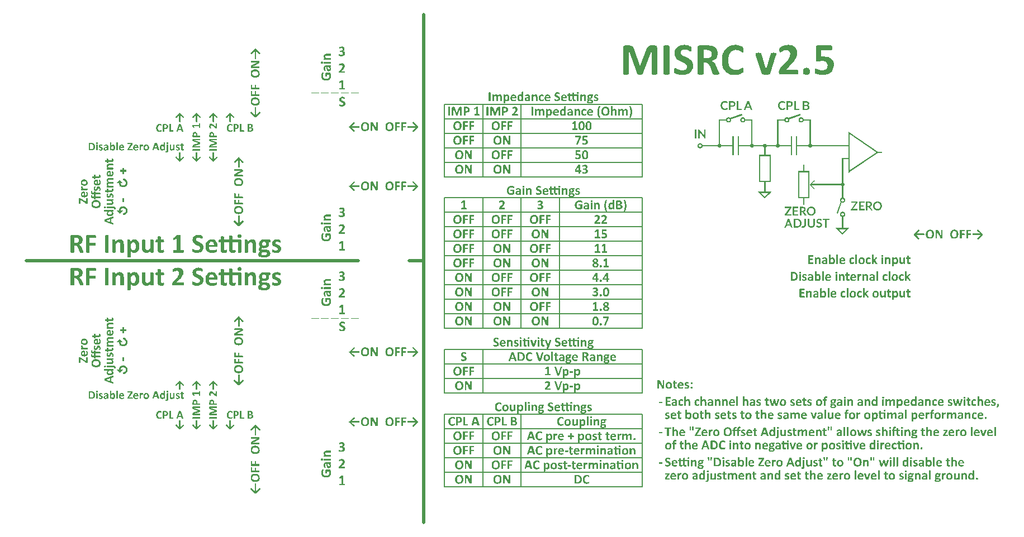
<source format=gbr>
%TF.GenerationSoftware,KiCad,Pcbnew,9.0.5-9.0.5~ubuntu24.04.1*%
%TF.CreationDate,2025-10-22T14:02:37+02:00*%
%TF.ProjectId,misrc_v2.5_top_panel,6d697372-635f-4763-922e-355f746f705f,rev?*%
%TF.SameCoordinates,Original*%
%TF.FileFunction,Legend,Top*%
%TF.FilePolarity,Positive*%
%FSLAX46Y46*%
G04 Gerber Fmt 4.6, Leading zero omitted, Abs format (unit mm)*
G04 Created by KiCad (PCBNEW 9.0.5-9.0.5~ubuntu24.04.1) date 2025-10-22 14:02:37*
%MOMM*%
%LPD*%
G01*
G04 APERTURE LIST*
%ADD10C,0.500000*%
%ADD11C,0.100000*%
%ADD12C,0.370418*%
%ADD13C,0.321028*%
%ADD14C,0.325000*%
%ADD15C,0.280000*%
%ADD16C,0.400000*%
%ADD17C,0.600000*%
%ADD18C,0.185209*%
%ADD19C,0.150000*%
%ADD20C,0.179920*%
%ADD21C,0.000000*%
%ADD22C,0.196267*%
G04 APERTURE END LIST*
D10*
X114808000Y-98348800D02*
X116992400Y-98348800D01*
X107086400Y-98348800D02*
X56794400Y-98348800D01*
D11*
X107086400Y-107086400D02*
X105986400Y-107086400D01*
X105586400Y-107086400D02*
X104486400Y-107086400D01*
X104086400Y-107086400D02*
X102986400Y-107086400D01*
X102586400Y-107086400D02*
X101486400Y-107086400D01*
X101086400Y-107086400D02*
X99986400Y-107086400D01*
X107086400Y-72898000D02*
X105986400Y-72898000D01*
X105586400Y-72898000D02*
X104486400Y-72898000D01*
X104086400Y-72898000D02*
X102986400Y-72898000D01*
X102586400Y-72898000D02*
X101486400Y-72898000D01*
X101086400Y-72898000D02*
X99986400Y-72898000D01*
D10*
X117027200Y-98348800D02*
X117027200Y-138074400D01*
X117027200Y-98348800D02*
X117027200Y-61010800D01*
D12*
G36*
X69978955Y-115806651D02*
G01*
X69991559Y-115814110D01*
X69999575Y-115827933D01*
X70004677Y-115853556D01*
X70007211Y-115931452D01*
X70005673Y-116011972D01*
X69999611Y-116055941D01*
X69987035Y-116077202D01*
X69965775Y-116087335D01*
X69700330Y-116175364D01*
X69700330Y-116667350D01*
X69958718Y-116750313D01*
X69982421Y-116760988D01*
X69997621Y-116782249D01*
X70005130Y-116823776D01*
X70007211Y-116894072D01*
X70004135Y-116966993D01*
X69998460Y-116990502D01*
X69989569Y-117003362D01*
X69976230Y-117010055D01*
X69956727Y-117010510D01*
X69900092Y-116995310D01*
X68739610Y-116591354D01*
X68711835Y-116577240D01*
X68695641Y-116551365D01*
X68688584Y-116502329D01*
X68687103Y-116422352D01*
X68940096Y-116422352D01*
X68940096Y-116423348D01*
X69497673Y-116608634D01*
X69497673Y-116237157D01*
X68940096Y-116422352D01*
X68687103Y-116422352D01*
X68687046Y-116419276D01*
X68688584Y-116324190D01*
X68695731Y-116269093D01*
X68712378Y-116240685D01*
X68742686Y-116226028D01*
X69902082Y-115821167D01*
X69959713Y-115805968D01*
X69978955Y-115806651D01*
G37*
G36*
X69985407Y-114801550D02*
G01*
X69998073Y-114818739D01*
X70005130Y-114851671D01*
X70007211Y-114902788D01*
X70005130Y-114955442D01*
X69998073Y-114988283D01*
X69985497Y-115006559D01*
X69966770Y-115012078D01*
X69866527Y-115012078D01*
X69934354Y-115085078D01*
X69983055Y-115158370D01*
X70014023Y-115238197D01*
X70024581Y-115327824D01*
X70019759Y-115395681D01*
X70006148Y-115453317D01*
X69984593Y-115502435D01*
X69937537Y-115567271D01*
X69876660Y-115618872D01*
X69804393Y-115657197D01*
X69718153Y-115684193D01*
X69625983Y-115699228D01*
X69527167Y-115704368D01*
X69410092Y-115697602D01*
X69310487Y-115678583D01*
X69219575Y-115645973D01*
X69146371Y-115603130D01*
X69086162Y-115547329D01*
X69041967Y-115479726D01*
X69014976Y-115401880D01*
X69005507Y-115309639D01*
X69010980Y-115259066D01*
X69219744Y-115259066D01*
X69226185Y-115305901D01*
X69244714Y-115344561D01*
X69273569Y-115376691D01*
X69311392Y-115402283D01*
X69354900Y-115421013D01*
X69404578Y-115434671D01*
X69509978Y-115445257D01*
X69620986Y-115436209D01*
X69672896Y-115423894D01*
X69717158Y-115406354D01*
X69755622Y-115381828D01*
X69784921Y-115351166D01*
X69803652Y-115313306D01*
X69810344Y-115264132D01*
X69802654Y-115213015D01*
X69777593Y-115162442D01*
X69732086Y-115109244D01*
X69662965Y-115049533D01*
X69363051Y-115049533D01*
X69299200Y-115105490D01*
X69256656Y-115154299D01*
X69228671Y-115206413D01*
X69219744Y-115259066D01*
X69010980Y-115259066D01*
X69013424Y-115236480D01*
X69036448Y-115172032D01*
X69073324Y-115112157D01*
X69127101Y-115049533D01*
X68637920Y-115049533D01*
X68619735Y-115044014D01*
X68606074Y-115023748D01*
X68597479Y-114984755D01*
X68594403Y-114922963D01*
X68597479Y-114861351D01*
X68606074Y-114822810D01*
X68619735Y-114802545D01*
X68637920Y-114796483D01*
X69966679Y-114796483D01*
X69985407Y-114801550D01*
G37*
G36*
X69997349Y-114265323D02*
G01*
X70098783Y-114270442D01*
X70169879Y-114283598D01*
X70231813Y-114307020D01*
X70281069Y-114338696D01*
X70320567Y-114380137D01*
X70349104Y-114431339D01*
X70365947Y-114489982D01*
X70371993Y-114561890D01*
X70366474Y-114632729D01*
X70354894Y-114675160D01*
X70339876Y-114693436D01*
X70319338Y-114700493D01*
X70293283Y-114703569D01*
X70255737Y-114704564D01*
X70209144Y-114703026D01*
X70179560Y-114697417D01*
X70163546Y-114688369D01*
X70158570Y-114675251D01*
X70161013Y-114654533D01*
X70163546Y-114620606D01*
X70155313Y-114575099D01*
X70144678Y-114557690D01*
X70128986Y-114543705D01*
X70082483Y-114525430D01*
X69992283Y-114519368D01*
X69065399Y-114519368D01*
X69047667Y-114513306D01*
X69034548Y-114493131D01*
X69025953Y-114454681D01*
X69022877Y-114392888D01*
X69025953Y-114331187D01*
X69034548Y-114292193D01*
X69047667Y-114271385D01*
X69065399Y-114265323D01*
X69997349Y-114265323D01*
G37*
G36*
X68760328Y-114246053D02*
G01*
X68829282Y-114255046D01*
X68866271Y-114276903D01*
X68886722Y-114316085D01*
X68895493Y-114393793D01*
X68886996Y-114470662D01*
X68867266Y-114509235D01*
X68831585Y-114530733D01*
X68765304Y-114539543D01*
X68696336Y-114530430D01*
X68658909Y-114508149D01*
X68638009Y-114468575D01*
X68629144Y-114391803D01*
X68637833Y-114314204D01*
X68657914Y-114275908D01*
X68693983Y-114254724D01*
X68760328Y-114246053D01*
G37*
G36*
X69966679Y-113154962D02*
G01*
X69984412Y-113160029D01*
X69997078Y-113177761D01*
X70004677Y-113211145D01*
X70007211Y-113263257D01*
X70004677Y-113317450D01*
X69997078Y-113350291D01*
X69984412Y-113367481D01*
X69966679Y-113372547D01*
X69862365Y-113372547D01*
X69935127Y-113450368D01*
X69984050Y-113524902D01*
X70014573Y-113604174D01*
X70024581Y-113685308D01*
X70016418Y-113773776D01*
X69994183Y-113841644D01*
X69957870Y-113899252D01*
X69911130Y-113943877D01*
X69854930Y-113977013D01*
X69789083Y-113999607D01*
X69715417Y-114011675D01*
X69616372Y-114016254D01*
X69063409Y-114016254D01*
X69045676Y-114010735D01*
X69033010Y-113990470D01*
X69025410Y-113951024D01*
X69022877Y-113889775D01*
X69025410Y-113828073D01*
X69033010Y-113789079D01*
X69045767Y-113768271D01*
X69063499Y-113762209D01*
X69575117Y-113762209D01*
X69642039Y-113759579D01*
X69683774Y-113753162D01*
X69719330Y-113741342D01*
X69748280Y-113725297D01*
X69772146Y-113704005D01*
X69789897Y-113677709D01*
X69800730Y-113647175D01*
X69804554Y-113610398D01*
X69796082Y-113563100D01*
X69768636Y-113512778D01*
X69727010Y-113464609D01*
X69663870Y-113408012D01*
X69063409Y-113408012D01*
X69045676Y-113402493D01*
X69033010Y-113382228D01*
X69025410Y-113343234D01*
X69022877Y-113281442D01*
X69025410Y-113219831D01*
X69033010Y-113181290D01*
X69045676Y-113161024D01*
X69063409Y-113154962D01*
X69966679Y-113154962D01*
G37*
G36*
X69711549Y-112262458D02*
G01*
X69785361Y-112269967D01*
X69847347Y-112291318D01*
X69901230Y-112326096D01*
X69945599Y-112372833D01*
X69979651Y-112429267D01*
X70004768Y-112497323D01*
X70019480Y-112571036D01*
X70024581Y-112653115D01*
X70017253Y-112749739D01*
X69998706Y-112832249D01*
X69975817Y-112893046D01*
X69953832Y-112928421D01*
X69920539Y-112945611D01*
X69852413Y-112951672D01*
X69804825Y-112949682D01*
X69776146Y-112943620D01*
X69761851Y-112933487D01*
X69758232Y-112918288D01*
X69770808Y-112885447D01*
X69798311Y-112831254D01*
X69826267Y-112755891D01*
X69835874Y-112711142D01*
X69839295Y-112658182D01*
X69832238Y-112597023D01*
X69811972Y-112550430D01*
X69796903Y-112533019D01*
X69778498Y-112520574D01*
X69731814Y-112510441D01*
X69703394Y-112515193D01*
X69679703Y-112529169D01*
X69659763Y-112550327D01*
X69641705Y-112578747D01*
X69611306Y-112648592D01*
X69579912Y-112728569D01*
X69540376Y-112808546D01*
X69515580Y-112845444D01*
X69485731Y-112878300D01*
X69450429Y-112905829D01*
X69407654Y-112927878D01*
X69359316Y-112941609D01*
X69298273Y-112946606D01*
X69235479Y-112940168D01*
X69179213Y-112921364D01*
X69129083Y-112890568D01*
X69086569Y-112848444D01*
X69052929Y-112796797D01*
X69026768Y-112732549D01*
X69011057Y-112661732D01*
X69005507Y-112579200D01*
X69011840Y-112496780D01*
X69027672Y-112424402D01*
X69048119Y-112369757D01*
X69067118Y-112337821D01*
X69082589Y-112324160D01*
X69100683Y-112318098D01*
X69126920Y-112314570D01*
X69165732Y-112313032D01*
X69210154Y-112314570D01*
X69237386Y-112319636D01*
X69250957Y-112329226D01*
X69254485Y-112343430D01*
X69243448Y-112371748D01*
X69219744Y-112419788D01*
X69196040Y-112486647D01*
X69187911Y-112526072D01*
X69185003Y-112573138D01*
X69192150Y-112632940D01*
X69212597Y-112674376D01*
X69243809Y-112698713D01*
X69282079Y-112706765D01*
X69311249Y-112701856D01*
X69334734Y-112687585D01*
X69354251Y-112665955D01*
X69372279Y-112636921D01*
X69402678Y-112565629D01*
X69433529Y-112484657D01*
X69472522Y-112403684D01*
X69497377Y-112365789D01*
X69527258Y-112332302D01*
X69562425Y-112304215D01*
X69604702Y-112281728D01*
X69652366Y-112267564D01*
X69711549Y-112262458D01*
G37*
G36*
X69880369Y-111560216D02*
G01*
X69948947Y-111565825D01*
X69982512Y-111580481D01*
X69999702Y-111607261D01*
X70012910Y-111648787D01*
X70021505Y-111700447D01*
X70024581Y-111756539D01*
X70019444Y-111829544D01*
X70005311Y-111888176D01*
X69980533Y-111939493D01*
X69945961Y-111980276D01*
X69901654Y-112011399D01*
X69844995Y-112033926D01*
X69781108Y-112046503D01*
X69700873Y-112051116D01*
X69237115Y-112051116D01*
X69237115Y-112159501D01*
X69231634Y-112175773D01*
X69213139Y-112188814D01*
X69184984Y-112195880D01*
X69132891Y-112198947D01*
X69082860Y-112196413D01*
X69050652Y-112188814D01*
X69033824Y-112176148D01*
X69028667Y-112158415D01*
X69028667Y-112051116D01*
X68827820Y-112051116D01*
X68809726Y-112045597D01*
X68796064Y-112025331D01*
X68788012Y-111985885D01*
X68785479Y-111924636D01*
X68788012Y-111862391D01*
X68796064Y-111823398D01*
X68809726Y-111803132D01*
X68827820Y-111797071D01*
X69028667Y-111797071D01*
X69028667Y-111600747D01*
X69033824Y-111583014D01*
X69050652Y-111570348D01*
X69082860Y-111562749D01*
X69132891Y-111560216D01*
X69184984Y-111563282D01*
X69213139Y-111570348D01*
X69231634Y-111583389D01*
X69237115Y-111599661D01*
X69237115Y-111797071D01*
X69662242Y-111797071D01*
X69730858Y-111790417D01*
X69773341Y-111773820D01*
X69793120Y-111755315D01*
X69805666Y-111728632D01*
X69810344Y-111690766D01*
X69806816Y-111654306D01*
X69798764Y-111625536D01*
X69790621Y-111604275D01*
X69787093Y-111588533D01*
X69790621Y-111576953D01*
X69804825Y-111568358D01*
X69833686Y-111562749D01*
X69880369Y-111560216D01*
G37*
G36*
X69966679Y-109940408D02*
G01*
X69984412Y-109946470D01*
X69997078Y-109966735D01*
X70004677Y-110005186D01*
X70007211Y-110066888D01*
X70004677Y-110129766D01*
X69997078Y-110168668D01*
X69984412Y-110188934D01*
X69966589Y-110194453D01*
X69429548Y-110194453D01*
X69346314Y-110203048D01*
X69310712Y-110214225D01*
X69281898Y-110229375D01*
X69257879Y-110249537D01*
X69240281Y-110273978D01*
X69229412Y-110302605D01*
X69225534Y-110338213D01*
X69233853Y-110382492D01*
X69261090Y-110430313D01*
X69301991Y-110476256D01*
X69364589Y-110531551D01*
X69966589Y-110531551D01*
X69984412Y-110537612D01*
X69997078Y-110558421D01*
X70004677Y-110597414D01*
X70007211Y-110658030D01*
X70004677Y-110719823D01*
X69997078Y-110758816D01*
X69984412Y-110779534D01*
X69966589Y-110785596D01*
X69429548Y-110785596D01*
X69346314Y-110794191D01*
X69310678Y-110805263D01*
X69281898Y-110820066D01*
X69257935Y-110839873D01*
X69240281Y-110864578D01*
X69229368Y-110893533D01*
X69225534Y-110928270D01*
X69233907Y-110973491D01*
X69261090Y-111021456D01*
X69302028Y-111067146D01*
X69364589Y-111121608D01*
X69966589Y-111121608D01*
X69984412Y-111127670D01*
X69997078Y-111148478D01*
X70004677Y-111187472D01*
X70007211Y-111249083D01*
X70004677Y-111310875D01*
X69997078Y-111349869D01*
X69984412Y-111370587D01*
X69966679Y-111376648D01*
X69063409Y-111376648D01*
X69045676Y-111371582D01*
X69033010Y-111353397D01*
X69025410Y-111319470D01*
X69022877Y-111267358D01*
X69025410Y-111213708D01*
X69033010Y-111180867D01*
X69045676Y-111164130D01*
X69063409Y-111159063D01*
X69167723Y-111159063D01*
X69094640Y-111081716D01*
X69046038Y-111009785D01*
X69015526Y-110933260D01*
X69005507Y-110854354D01*
X69008568Y-110800276D01*
X69017178Y-110754202D01*
X69031612Y-110711543D01*
X69050652Y-110674768D01*
X69074675Y-110642110D01*
X69102854Y-110614514D01*
X69170708Y-110571992D01*
X69095707Y-110492558D01*
X69044590Y-110415656D01*
X69015187Y-110339751D01*
X69005507Y-110262307D01*
X69013642Y-110176677D01*
X69035905Y-110110495D01*
X69072086Y-110054274D01*
X69118506Y-110010795D01*
X69174271Y-109978606D01*
X69240552Y-109956602D01*
X69311671Y-109944540D01*
X69388383Y-109940408D01*
X69966679Y-109940408D01*
G37*
G36*
X69530077Y-108862088D02*
G01*
X69556480Y-108877093D01*
X69572908Y-108901056D01*
X69578736Y-108934180D01*
X69578736Y-109483797D01*
X69635498Y-109480238D01*
X69684679Y-109470135D01*
X69729122Y-109452157D01*
X69765470Y-109426618D01*
X69794371Y-109393020D01*
X69816134Y-109349717D01*
X69828850Y-109299956D01*
X69833505Y-109236809D01*
X69830867Y-109172081D01*
X69823643Y-109119467D01*
X69801659Y-109031890D01*
X69779765Y-108970731D01*
X69769813Y-108931195D01*
X69773432Y-108915996D01*
X69786188Y-108905953D01*
X69812244Y-108900344D01*
X69854585Y-108898806D01*
X69892945Y-108899801D01*
X69919996Y-108902877D01*
X69938904Y-108908939D01*
X69953742Y-108919614D01*
X69972831Y-108955532D01*
X69996264Y-109030442D01*
X70016077Y-109134666D01*
X70024581Y-109260150D01*
X70016524Y-109376251D01*
X69994183Y-109471221D01*
X69955379Y-109555231D01*
X69901992Y-109622490D01*
X69833373Y-109674743D01*
X69746019Y-109713052D01*
X69647266Y-109734955D01*
X69525177Y-109742908D01*
X69408295Y-109734720D01*
X69307954Y-109711514D01*
X69217277Y-109672347D01*
X69143838Y-109620409D01*
X69084594Y-109554495D01*
X69040972Y-109475202D01*
X69014702Y-109386024D01*
X69006045Y-109288468D01*
X69185003Y-109288468D01*
X69189811Y-109334870D01*
X69203369Y-109372969D01*
X69225012Y-109405962D01*
X69252857Y-109432680D01*
X69286238Y-109453421D01*
X69326320Y-109469140D01*
X69369608Y-109479063D01*
X69416611Y-109483797D01*
X69416611Y-109103272D01*
X69345794Y-109107264D01*
X69290287Y-109122104D01*
X69246795Y-109146246D01*
X69213329Y-109181217D01*
X69192542Y-109227399D01*
X69185003Y-109288468D01*
X69006045Y-109288468D01*
X69005507Y-109282406D01*
X69014429Y-109173999D01*
X69038891Y-109088616D01*
X69079321Y-109014481D01*
X69131443Y-108956527D01*
X69195346Y-108912061D01*
X69271403Y-108880621D01*
X69354537Y-108862546D01*
X69447281Y-108856284D01*
X69487721Y-108856284D01*
X69530077Y-108862088D01*
G37*
G36*
X69966679Y-107784283D02*
G01*
X69984412Y-107790345D01*
X69997078Y-107810611D01*
X70004677Y-107849604D01*
X70007211Y-107910763D01*
X70004677Y-107973098D01*
X69997078Y-108012092D01*
X69984412Y-108032267D01*
X69966589Y-108038328D01*
X69449904Y-108038328D01*
X69387424Y-108041096D01*
X69346314Y-108048009D01*
X69310718Y-108060059D01*
X69281898Y-108075784D01*
X69258002Y-108096651D01*
X69240281Y-108122829D01*
X69229380Y-108153368D01*
X69225534Y-108190140D01*
X69233913Y-108237543D01*
X69261090Y-108288302D01*
X69302305Y-108336497D01*
X69364589Y-108391530D01*
X69966589Y-108391530D01*
X69984412Y-108397592D01*
X69997078Y-108418400D01*
X70004677Y-108457394D01*
X70007211Y-108519005D01*
X70004677Y-108580797D01*
X69997078Y-108619791D01*
X69984412Y-108640509D01*
X69966679Y-108646570D01*
X69063409Y-108646570D01*
X69045676Y-108641504D01*
X69033010Y-108623319D01*
X69025410Y-108589392D01*
X69022877Y-108537280D01*
X69025410Y-108483631D01*
X69033010Y-108450789D01*
X69045676Y-108434052D01*
X69063409Y-108428986D01*
X69167723Y-108428986D01*
X69094900Y-108351169D01*
X69046038Y-108276722D01*
X69015542Y-108197239D01*
X69005507Y-108115229D01*
X69013647Y-108027639D01*
X69035905Y-107959889D01*
X69072131Y-107902246D01*
X69118506Y-107857656D01*
X69174316Y-107824463D01*
X69240552Y-107801473D01*
X69314040Y-107788943D01*
X69408649Y-107784283D01*
X69966679Y-107784283D01*
G37*
G36*
X69880369Y-107019254D02*
G01*
X69948947Y-107024863D01*
X69982512Y-107039519D01*
X69999702Y-107066299D01*
X70012910Y-107107826D01*
X70021505Y-107159485D01*
X70024581Y-107215578D01*
X70019444Y-107288583D01*
X70005311Y-107347214D01*
X69980533Y-107398531D01*
X69945961Y-107439314D01*
X69901654Y-107470437D01*
X69844995Y-107492964D01*
X69781108Y-107505541D01*
X69700873Y-107510154D01*
X69237115Y-107510154D01*
X69237115Y-107618539D01*
X69231634Y-107634811D01*
X69213139Y-107647852D01*
X69184984Y-107654918D01*
X69132891Y-107657985D01*
X69082860Y-107655452D01*
X69050652Y-107647852D01*
X69033824Y-107635186D01*
X69028667Y-107617453D01*
X69028667Y-107510154D01*
X68827820Y-107510154D01*
X68809726Y-107504635D01*
X68796064Y-107484369D01*
X68788012Y-107444924D01*
X68785479Y-107383674D01*
X68788012Y-107321430D01*
X68796064Y-107282436D01*
X68809726Y-107262171D01*
X68827820Y-107256109D01*
X69028667Y-107256109D01*
X69028667Y-107059785D01*
X69033824Y-107042053D01*
X69050652Y-107029387D01*
X69082860Y-107021787D01*
X69132891Y-107019254D01*
X69184984Y-107022320D01*
X69213139Y-107029387D01*
X69231634Y-107042427D01*
X69237115Y-107058699D01*
X69237115Y-107256109D01*
X69662242Y-107256109D01*
X69730858Y-107249455D01*
X69773341Y-107232858D01*
X69793120Y-107214353D01*
X69805666Y-107187670D01*
X69810344Y-107149805D01*
X69806816Y-107113344D01*
X69798764Y-107084574D01*
X69790621Y-107063313D01*
X69787093Y-107047571D01*
X69790621Y-107035991D01*
X69804825Y-107027396D01*
X69833686Y-107021787D01*
X69880369Y-107019254D01*
G37*
D13*
G36*
X176062164Y-98732470D02*
G01*
X176059631Y-98781596D01*
X176052031Y-98813442D01*
X176039365Y-98831175D01*
X176022719Y-98836694D01*
X175364807Y-98836694D01*
X175333626Y-98831630D01*
X175308534Y-98816971D01*
X175292117Y-98792726D01*
X175285826Y-98752736D01*
X175285826Y-97612067D01*
X175292117Y-97572077D01*
X175308534Y-97547832D01*
X175333626Y-97533172D01*
X175364807Y-97528109D01*
X176018647Y-97528109D01*
X176034842Y-97533175D01*
X176046965Y-97550908D01*
X176054565Y-97583297D01*
X176057098Y-97633328D01*
X176054565Y-97681459D01*
X176046965Y-97713305D01*
X176034842Y-97731037D01*
X176018647Y-97736556D01*
X175551089Y-97736556D01*
X175551089Y-98055017D01*
X175946813Y-98055017D01*
X175963460Y-98060626D01*
X175976126Y-98077725D01*
X175983725Y-98109029D01*
X175986258Y-98156888D01*
X175983725Y-98205291D01*
X175976126Y-98236051D01*
X175963460Y-98252698D01*
X175946813Y-98257674D01*
X175551089Y-98257674D01*
X175551089Y-98628246D01*
X176022719Y-98628246D01*
X176039365Y-98633856D01*
X176052031Y-98651498D01*
X176059631Y-98683434D01*
X176062164Y-98732470D01*
G37*
G36*
X177144841Y-98801952D02*
G01*
X177138779Y-98819685D01*
X177118513Y-98832351D01*
X177079520Y-98839950D01*
X177018361Y-98842484D01*
X176956026Y-98839950D01*
X176917033Y-98832351D01*
X176896857Y-98819685D01*
X176890796Y-98801862D01*
X176890796Y-98285177D01*
X176888028Y-98222697D01*
X176881115Y-98181587D01*
X176869065Y-98145991D01*
X176853340Y-98117171D01*
X176832473Y-98093275D01*
X176806295Y-98075554D01*
X176775756Y-98064653D01*
X176738984Y-98060807D01*
X176691581Y-98069186D01*
X176640822Y-98096363D01*
X176592627Y-98137578D01*
X176537594Y-98199862D01*
X176537594Y-98801862D01*
X176531532Y-98819685D01*
X176510724Y-98832351D01*
X176471730Y-98839950D01*
X176410119Y-98842484D01*
X176348327Y-98839950D01*
X176309333Y-98832351D01*
X176288615Y-98819685D01*
X176282554Y-98801952D01*
X176282554Y-97898682D01*
X176287620Y-97880949D01*
X176305805Y-97868283D01*
X176339732Y-97860683D01*
X176391844Y-97858150D01*
X176445493Y-97860683D01*
X176478335Y-97868283D01*
X176495072Y-97880949D01*
X176500138Y-97898682D01*
X176500138Y-98002996D01*
X176577956Y-97930173D01*
X176652402Y-97881311D01*
X176731886Y-97850815D01*
X176813895Y-97840780D01*
X176901485Y-97848920D01*
X176969235Y-97871178D01*
X177026878Y-97907404D01*
X177071468Y-97953779D01*
X177104661Y-98009589D01*
X177127651Y-98075825D01*
X177140181Y-98149313D01*
X177144841Y-98243922D01*
X177144841Y-98801952D01*
G37*
G36*
X177868353Y-97846413D02*
G01*
X177947778Y-97861588D01*
X178017965Y-97888644D01*
X178071815Y-97925371D01*
X178113397Y-97973979D01*
X178142654Y-98036289D01*
X178158954Y-98107696D01*
X178164910Y-98197329D01*
X178164910Y-98805028D01*
X178154778Y-98827375D01*
X178122841Y-98838955D01*
X178058606Y-98842484D01*
X177992290Y-98838955D01*
X177962977Y-98827375D01*
X177954383Y-98805028D01*
X177954383Y-98733194D01*
X177894541Y-98786541D01*
X177827360Y-98826380D01*
X177753027Y-98851281D01*
X177668944Y-98859854D01*
X177598946Y-98854998D01*
X177536855Y-98841036D01*
X177480061Y-98817424D01*
X177432541Y-98785306D01*
X177393653Y-98744102D01*
X177364235Y-98693567D01*
X177346357Y-98635859D01*
X177339988Y-98565821D01*
X177340704Y-98559126D01*
X177588967Y-98559126D01*
X177598325Y-98610603D01*
X177624884Y-98648060D01*
X177665970Y-98671688D01*
X177724584Y-98680358D01*
X177776200Y-98673518D01*
X177823289Y-98653126D01*
X177867008Y-98621005D01*
X177914937Y-98573330D01*
X177914937Y-98419799D01*
X177817770Y-98419799D01*
X177758264Y-98422287D01*
X177712461Y-98428937D01*
X177671601Y-98440809D01*
X177641621Y-98456169D01*
X177617632Y-98476619D01*
X177601633Y-98500138D01*
X177592253Y-98527181D01*
X177588967Y-98559126D01*
X177340704Y-98559126D01*
X177348057Y-98490386D01*
X177370839Y-98428485D01*
X177408782Y-98375820D01*
X177462940Y-98332223D01*
X177529177Y-98300033D01*
X177615294Y-98275949D01*
X177710118Y-98262562D01*
X177826908Y-98257674D01*
X177914937Y-98257674D01*
X177914937Y-98202486D01*
X177906342Y-98127394D01*
X177894727Y-98097430D01*
X177878024Y-98073745D01*
X177855555Y-98055444D01*
X177825370Y-98042079D01*
X177790364Y-98034649D01*
X177743855Y-98031856D01*
X177682101Y-98035663D01*
X177630041Y-98046332D01*
X177541469Y-98078178D01*
X177477144Y-98110114D01*
X177452090Y-98121456D01*
X177435165Y-98124499D01*
X177415442Y-98117533D01*
X177401238Y-98097539D01*
X177392643Y-98065512D01*
X177389657Y-98023533D01*
X177394724Y-97974587D01*
X177413904Y-97942108D01*
X177463482Y-97909538D01*
X177546536Y-97875973D01*
X177650216Y-97850641D01*
X177766111Y-97840780D01*
X177868353Y-97846413D01*
G37*
G36*
X178608313Y-97432752D02*
G01*
X178647306Y-97441256D01*
X178668115Y-97454827D01*
X178674176Y-97473012D01*
X178674176Y-97969431D01*
X178742935Y-97910714D01*
X178811784Y-97870726D01*
X178882623Y-97847927D01*
X178959615Y-97840780D01*
X179025375Y-97845591D01*
X179081501Y-97859207D01*
X179129612Y-97880859D01*
X179192973Y-97927779D01*
X179243516Y-97988701D01*
X179281053Y-98060901D01*
X179307751Y-98147208D01*
X179322854Y-98239381D01*
X179328016Y-98338194D01*
X179321113Y-98455255D01*
X179301689Y-98554964D01*
X179268737Y-98645826D01*
X179225783Y-98719080D01*
X179170234Y-98779317D01*
X179103827Y-98823394D01*
X179027821Y-98850448D01*
X178939349Y-98859854D01*
X178854306Y-98851259D01*
X178778943Y-98823394D01*
X178708103Y-98774811D01*
X178636721Y-98703881D01*
X178636721Y-98802043D01*
X178631112Y-98820770D01*
X178612927Y-98833346D01*
X178579000Y-98840403D01*
X178527431Y-98842484D01*
X178475319Y-98840403D01*
X178441935Y-98833437D01*
X178424203Y-98820770D01*
X178419136Y-98802043D01*
X178419136Y-98202396D01*
X178674176Y-98202396D01*
X178674176Y-98502310D01*
X178729162Y-98566628D01*
X178776862Y-98609066D01*
X178827978Y-98636782D01*
X178879638Y-98645617D01*
X178926208Y-98639042D01*
X178963596Y-98620285D01*
X178994836Y-98591486D01*
X179020774Y-98554421D01*
X179040153Y-98511814D01*
X179053706Y-98462231D01*
X179063839Y-98358821D01*
X179055244Y-98247360D01*
X179043193Y-98195756D01*
X179025388Y-98152093D01*
X179000598Y-98114248D01*
X178970200Y-98085687D01*
X178932969Y-98067354D01*
X178884704Y-98060807D01*
X178835035Y-98067773D01*
X178785004Y-98091748D01*
X178731897Y-98135627D01*
X178674176Y-98202396D01*
X178419136Y-98202396D01*
X178419136Y-97473102D01*
X178425198Y-97455008D01*
X178445916Y-97441347D01*
X178484909Y-97432752D01*
X178546702Y-97429676D01*
X178608313Y-97432752D01*
G37*
G36*
X179787342Y-98802043D02*
G01*
X179781280Y-98819775D01*
X179760472Y-98832351D01*
X179721478Y-98839950D01*
X179659867Y-98842484D01*
X179598075Y-98839950D01*
X179559081Y-98832351D01*
X179538363Y-98819775D01*
X179532302Y-98802043D01*
X179532302Y-97473102D01*
X179538363Y-97455008D01*
X179559081Y-97441347D01*
X179598075Y-97432752D01*
X179659867Y-97429676D01*
X179721478Y-97432752D01*
X179760472Y-97441347D01*
X179781280Y-97455008D01*
X179787342Y-97473102D01*
X179787342Y-98802043D01*
G37*
G36*
X180556646Y-97849702D02*
G01*
X180642029Y-97874164D01*
X180716164Y-97914594D01*
X180774118Y-97966716D01*
X180818584Y-98030619D01*
X180850024Y-98106676D01*
X180868098Y-98189810D01*
X180874361Y-98282554D01*
X180874361Y-98322994D01*
X180868557Y-98365350D01*
X180853552Y-98391753D01*
X180829589Y-98408181D01*
X180796464Y-98414009D01*
X180246848Y-98414009D01*
X180250407Y-98470771D01*
X180260509Y-98519952D01*
X180278488Y-98564395D01*
X180304026Y-98600743D01*
X180337624Y-98629644D01*
X180380927Y-98651407D01*
X180430689Y-98664123D01*
X180493836Y-98668778D01*
X180558564Y-98666140D01*
X180611178Y-98658916D01*
X180698755Y-98636932D01*
X180759914Y-98615038D01*
X180799450Y-98605086D01*
X180814649Y-98608705D01*
X180824692Y-98621461D01*
X180830301Y-98647517D01*
X180831839Y-98689858D01*
X180830844Y-98728218D01*
X180827768Y-98755269D01*
X180821706Y-98774177D01*
X180811030Y-98789015D01*
X180775113Y-98808104D01*
X180700202Y-98831537D01*
X180595979Y-98851350D01*
X180470494Y-98859854D01*
X180354394Y-98851797D01*
X180259424Y-98829456D01*
X180175414Y-98790652D01*
X180108155Y-98737265D01*
X180055902Y-98668646D01*
X180017592Y-98581292D01*
X179995689Y-98482539D01*
X179987737Y-98360450D01*
X179995342Y-98251884D01*
X180246848Y-98251884D01*
X180627373Y-98251884D01*
X180623380Y-98181067D01*
X180608541Y-98125560D01*
X180584398Y-98082068D01*
X180549428Y-98048602D01*
X180503246Y-98027815D01*
X180442177Y-98020276D01*
X180395775Y-98025084D01*
X180357676Y-98038642D01*
X180324683Y-98060285D01*
X180297965Y-98088130D01*
X180277224Y-98121511D01*
X180261505Y-98161593D01*
X180251581Y-98204881D01*
X180246848Y-98251884D01*
X179995342Y-98251884D01*
X179995925Y-98243568D01*
X180019130Y-98143227D01*
X180058298Y-98052550D01*
X180110236Y-97979111D01*
X180176149Y-97919867D01*
X180255443Y-97876245D01*
X180344621Y-97849975D01*
X180448238Y-97840780D01*
X180556646Y-97849702D01*
G37*
G36*
X182234785Y-98660364D02*
G01*
X182233247Y-98704333D01*
X182229176Y-98734098D01*
X182223115Y-98753821D01*
X182207463Y-98773001D01*
X182165936Y-98801138D01*
X182099168Y-98830722D01*
X182017653Y-98851802D01*
X181927091Y-98859854D01*
X181826676Y-98851357D01*
X181742347Y-98827375D01*
X181668071Y-98786952D01*
X181607273Y-98731475D01*
X181559999Y-98662328D01*
X181524763Y-98576677D01*
X181504309Y-98481518D01*
X181496988Y-98367597D01*
X181506036Y-98236813D01*
X181530824Y-98132642D01*
X181572410Y-98040508D01*
X181625458Y-97968707D01*
X181691819Y-97912101D01*
X181769217Y-97872264D01*
X181854998Y-97848869D01*
X181951428Y-97840780D01*
X182030772Y-97848017D01*
X182103692Y-97867559D01*
X182164398Y-97895334D01*
X182202397Y-97922114D01*
X182218048Y-97941113D01*
X182225105Y-97961017D01*
X182229176Y-97991144D01*
X182230714Y-98034570D01*
X182227612Y-98089371D01*
X182220581Y-98117895D01*
X182208025Y-98136668D01*
X182194254Y-98141870D01*
X182177341Y-98138581D01*
X182157794Y-98127485D01*
X182112287Y-98095548D01*
X182049499Y-98063702D01*
X182011007Y-98053088D01*
X181962556Y-98049227D01*
X181900393Y-98058073D01*
X181850792Y-98083269D01*
X181810654Y-98125585D01*
X181783320Y-98179168D01*
X181764975Y-98251941D01*
X181758089Y-98349412D01*
X181761581Y-98419984D01*
X181771208Y-98477882D01*
X181788130Y-98530256D01*
X181810201Y-98570887D01*
X181839481Y-98603760D01*
X181874979Y-98626980D01*
X181916116Y-98640749D01*
X181965541Y-98645617D01*
X182015984Y-98641565D01*
X182056104Y-98630418D01*
X182122419Y-98596400D01*
X182170008Y-98562473D01*
X182189098Y-98550387D01*
X182202397Y-98547184D01*
X182217596Y-98552250D01*
X182227186Y-98570978D01*
X182232705Y-98605809D01*
X182234785Y-98660364D01*
G37*
G36*
X182673755Y-98802043D02*
G01*
X182667693Y-98819775D01*
X182646885Y-98832351D01*
X182607891Y-98839950D01*
X182546280Y-98842484D01*
X182484488Y-98839950D01*
X182445494Y-98832351D01*
X182424776Y-98819775D01*
X182418715Y-98802043D01*
X182418715Y-97473102D01*
X182424776Y-97455008D01*
X182445494Y-97441347D01*
X182484488Y-97432752D01*
X182546280Y-97429676D01*
X182607891Y-97432752D01*
X182646885Y-97441347D01*
X182667693Y-97455008D01*
X182673755Y-97473102D01*
X182673755Y-98802043D01*
G37*
G36*
X183483770Y-97849542D02*
G01*
X183577568Y-97873711D01*
X183659809Y-97914947D01*
X183724856Y-97970516D01*
X183774991Y-98040488D01*
X183811438Y-98127485D01*
X183832283Y-98224583D01*
X183839756Y-98341179D01*
X183831880Y-98453543D01*
X183809357Y-98551979D01*
X183770745Y-98641342D01*
X183717257Y-98716004D01*
X183648474Y-98776483D01*
X183562369Y-98822399D01*
X183464398Y-98849971D01*
X183344784Y-98859854D01*
X183229039Y-98850997D01*
X183135252Y-98826470D01*
X183052963Y-98784863D01*
X182987511Y-98729213D01*
X182937017Y-98659131D01*
X182900477Y-98572154D01*
X182879615Y-98475170D01*
X182872159Y-98359455D01*
X182872879Y-98349322D01*
X183134256Y-98349322D01*
X183137150Y-98414736D01*
X183145384Y-98472363D01*
X183160310Y-98525918D01*
X183181302Y-98570073D01*
X183210534Y-98606927D01*
X183248613Y-98634398D01*
X183294431Y-98651107D01*
X183353922Y-98657197D01*
X183409019Y-98651757D01*
X183454074Y-98636479D01*
X183492738Y-98611062D01*
X183523919Y-98576225D01*
X183547223Y-98533625D01*
X183564359Y-98480506D01*
X183574075Y-98422147D01*
X183577568Y-98352307D01*
X183574792Y-98286957D01*
X183566893Y-98229356D01*
X183552253Y-98175774D01*
X183530975Y-98131556D01*
X183501481Y-98094555D01*
X183463664Y-98066778D01*
X183418155Y-98049705D01*
X183357903Y-98043437D01*
X183303683Y-98048875D01*
X183258746Y-98064245D01*
X183220125Y-98089693D01*
X183188901Y-98124952D01*
X183165456Y-98167932D01*
X183147918Y-98221214D01*
X183137869Y-98279512D01*
X183134256Y-98349322D01*
X182872879Y-98349322D01*
X182880141Y-98247054D01*
X182903010Y-98148203D01*
X182942077Y-98058448D01*
X182995563Y-97984177D01*
X183064304Y-97924041D01*
X183149998Y-97878325D01*
X183247580Y-97850697D01*
X183367131Y-97840780D01*
X183483770Y-97849542D01*
G37*
G36*
X184724570Y-98660364D02*
G01*
X184723032Y-98704333D01*
X184718961Y-98734098D01*
X184712899Y-98753821D01*
X184697248Y-98773001D01*
X184655721Y-98801138D01*
X184588953Y-98830722D01*
X184507438Y-98851802D01*
X184416875Y-98859854D01*
X184316460Y-98851357D01*
X184232132Y-98827375D01*
X184157855Y-98786952D01*
X184097058Y-98731475D01*
X184049783Y-98662328D01*
X184014547Y-98576677D01*
X183994094Y-98481518D01*
X183986772Y-98367597D01*
X183995821Y-98236813D01*
X184020609Y-98132642D01*
X184062195Y-98040508D01*
X184115242Y-97968707D01*
X184181604Y-97912101D01*
X184259002Y-97872264D01*
X184344782Y-97848869D01*
X184441212Y-97840780D01*
X184520556Y-97848017D01*
X184593476Y-97867559D01*
X184654183Y-97895334D01*
X184692181Y-97922114D01*
X184707833Y-97941113D01*
X184714890Y-97961017D01*
X184718961Y-97991144D01*
X184720499Y-98034570D01*
X184717397Y-98089371D01*
X184710366Y-98117895D01*
X184697810Y-98136668D01*
X184684039Y-98141870D01*
X184667126Y-98138581D01*
X184647579Y-98127485D01*
X184602071Y-98095548D01*
X184539284Y-98063702D01*
X184500792Y-98053088D01*
X184452340Y-98049227D01*
X184390178Y-98058073D01*
X184340577Y-98083269D01*
X184300438Y-98125585D01*
X184273105Y-98179168D01*
X184254759Y-98251941D01*
X184247874Y-98349412D01*
X184251366Y-98419984D01*
X184260992Y-98477882D01*
X184277915Y-98530256D01*
X184299986Y-98570887D01*
X184329265Y-98603760D01*
X184364764Y-98626980D01*
X184405900Y-98640749D01*
X184455326Y-98645617D01*
X184505768Y-98641565D01*
X184545888Y-98630418D01*
X184612204Y-98596400D01*
X184659792Y-98562473D01*
X184678883Y-98550387D01*
X184692181Y-98547184D01*
X184707380Y-98552250D01*
X184716970Y-98570978D01*
X184722489Y-98605809D01*
X184724570Y-98660364D01*
G37*
G36*
X185747535Y-98802948D02*
G01*
X185741926Y-98820680D01*
X185721751Y-98832894D01*
X185681762Y-98839950D01*
X185615989Y-98842484D01*
X185548678Y-98840403D01*
X185506156Y-98833889D01*
X185480372Y-98821223D01*
X185464177Y-98799962D01*
X185163539Y-98323990D01*
X185163539Y-98801952D01*
X185157478Y-98819685D01*
X185136669Y-98832351D01*
X185097676Y-98839950D01*
X185036065Y-98842484D01*
X184974272Y-98839950D01*
X184935279Y-98832351D01*
X184914561Y-98819775D01*
X184908499Y-98802043D01*
X184908499Y-97473102D01*
X184914561Y-97455008D01*
X184935279Y-97441347D01*
X184974272Y-97432752D01*
X185036065Y-97429676D01*
X185097676Y-97432752D01*
X185136669Y-97441347D01*
X185157478Y-97454917D01*
X185163539Y-97473102D01*
X185163539Y-98263193D01*
X185430703Y-97903748D01*
X185448888Y-97882487D01*
X185475758Y-97868283D01*
X185517284Y-97860683D01*
X185580524Y-97858150D01*
X185643764Y-97860683D01*
X185685290Y-97868283D01*
X185707094Y-97880949D01*
X185713156Y-97899677D01*
X185705556Y-97932066D01*
X185682757Y-97968526D01*
X185418579Y-98268259D01*
X185724284Y-98741246D01*
X185741926Y-98776168D01*
X185747535Y-98802948D01*
G37*
G36*
X186625564Y-98801952D02*
G01*
X186619502Y-98819685D01*
X186598694Y-98832351D01*
X186559701Y-98839950D01*
X186498089Y-98842484D01*
X186436297Y-98839950D01*
X186397304Y-98832351D01*
X186376586Y-98819685D01*
X186370524Y-98801952D01*
X186370524Y-97900672D01*
X186376586Y-97882940D01*
X186397304Y-97869821D01*
X186436297Y-97861226D01*
X186498089Y-97858150D01*
X186559701Y-97861226D01*
X186598694Y-97869821D01*
X186619502Y-97882940D01*
X186625564Y-97900672D01*
X186625564Y-98801952D01*
G37*
G36*
X186644744Y-97595601D02*
G01*
X186640438Y-97645871D01*
X186629394Y-97679633D01*
X186613350Y-97701544D01*
X186573838Y-97722045D01*
X186497004Y-97730766D01*
X186419341Y-97722223D01*
X186381109Y-97702539D01*
X186359950Y-97666910D01*
X186351254Y-97600577D01*
X186360229Y-97531547D01*
X186382104Y-97494182D01*
X186404957Y-97479279D01*
X186441946Y-97468651D01*
X186498994Y-97464417D01*
X186575786Y-97473063D01*
X186614346Y-97493187D01*
X186635935Y-97529318D01*
X186644744Y-97595601D01*
G37*
G36*
X187740901Y-98801952D02*
G01*
X187734839Y-98819685D01*
X187714573Y-98832351D01*
X187675580Y-98839950D01*
X187614421Y-98842484D01*
X187552086Y-98839950D01*
X187513093Y-98832351D01*
X187492917Y-98819685D01*
X187486856Y-98801862D01*
X187486856Y-98285177D01*
X187484088Y-98222697D01*
X187477175Y-98181587D01*
X187465125Y-98145991D01*
X187449401Y-98117171D01*
X187428533Y-98093275D01*
X187402355Y-98075554D01*
X187371816Y-98064653D01*
X187335044Y-98060807D01*
X187287641Y-98069186D01*
X187236882Y-98096363D01*
X187188687Y-98137578D01*
X187133654Y-98199862D01*
X187133654Y-98801862D01*
X187127592Y-98819685D01*
X187106784Y-98832351D01*
X187067790Y-98839950D01*
X187006179Y-98842484D01*
X186944387Y-98839950D01*
X186905393Y-98832351D01*
X186884675Y-98819685D01*
X186878614Y-98801952D01*
X186878614Y-97898682D01*
X186883680Y-97880949D01*
X186901865Y-97868283D01*
X186935792Y-97860683D01*
X186987904Y-97858150D01*
X187041554Y-97860683D01*
X187074395Y-97868283D01*
X187091132Y-97880949D01*
X187096199Y-97898682D01*
X187096199Y-98002996D01*
X187174016Y-97930173D01*
X187248463Y-97881311D01*
X187327946Y-97850815D01*
X187409955Y-97840780D01*
X187497545Y-97848920D01*
X187565295Y-97871178D01*
X187622938Y-97907404D01*
X187667528Y-97953779D01*
X187700721Y-98009589D01*
X187723711Y-98075825D01*
X187736241Y-98149313D01*
X187740901Y-98243922D01*
X187740901Y-98801952D01*
G37*
G36*
X188627374Y-97851065D02*
G01*
X188702254Y-97879773D01*
X188765567Y-97925924D01*
X188816158Y-97986711D01*
X188853716Y-98058850D01*
X188880393Y-98144765D01*
X188895464Y-98236696D01*
X188900659Y-98337108D01*
X188893878Y-98454324D01*
X188874784Y-98554421D01*
X188842226Y-98645737D01*
X188799421Y-98719080D01*
X188743611Y-98779210D01*
X188675927Y-98823394D01*
X188598285Y-98850408D01*
X188506926Y-98859854D01*
X188434548Y-98852255D01*
X188370766Y-98829003D01*
X188309516Y-98790010D01*
X188246819Y-98735275D01*
X188246819Y-99158140D01*
X188240758Y-99176325D01*
X188219949Y-99189896D01*
X188180956Y-99198400D01*
X188119344Y-99201476D01*
X188057552Y-99198400D01*
X188018559Y-99189805D01*
X187997841Y-99176144D01*
X187991779Y-99158049D01*
X187991779Y-98203391D01*
X188246819Y-98203391D01*
X188246819Y-98501224D01*
X188301593Y-98564955D01*
X188349052Y-98607981D01*
X188399648Y-98636574D01*
X188450290Y-98645617D01*
X188496945Y-98639060D01*
X188534791Y-98620285D01*
X188566267Y-98591341D01*
X188591969Y-98553879D01*
X188611061Y-98510853D01*
X188624810Y-98461145D01*
X188635486Y-98357736D01*
X188626891Y-98246817D01*
X188614969Y-98195659D01*
X188597488Y-98152093D01*
X188573126Y-98114269D01*
X188542843Y-98085687D01*
X188505805Y-98067327D01*
X188458342Y-98060807D01*
X188408221Y-98068316D01*
X188357647Y-98092744D01*
X188304540Y-98136623D01*
X188246819Y-98203391D01*
X187991779Y-98203391D01*
X187991779Y-97898591D01*
X187996846Y-97880949D01*
X188014578Y-97868283D01*
X188047962Y-97860683D01*
X188100074Y-97858150D01*
X188151190Y-97860683D01*
X188184575Y-97868283D01*
X188202307Y-97880949D01*
X188207373Y-97898591D01*
X188207373Y-98004896D01*
X188284727Y-97933513D01*
X188362171Y-97881854D01*
X188443686Y-97850912D01*
X188533253Y-97840780D01*
X188627374Y-97851065D01*
G37*
G36*
X189961170Y-98801952D02*
G01*
X189956103Y-98819685D01*
X189938371Y-98832351D01*
X189904987Y-98839950D01*
X189852875Y-98842484D01*
X189798682Y-98839950D01*
X189765841Y-98832351D01*
X189748651Y-98819685D01*
X189743585Y-98801952D01*
X189743585Y-98697638D01*
X189665765Y-98770400D01*
X189591231Y-98819323D01*
X189511958Y-98849846D01*
X189430824Y-98859854D01*
X189342356Y-98851691D01*
X189274489Y-98829456D01*
X189216880Y-98793143D01*
X189172255Y-98746403D01*
X189139119Y-98690203D01*
X189116525Y-98624356D01*
X189104457Y-98550690D01*
X189099878Y-98451645D01*
X189099878Y-97898682D01*
X189105397Y-97880949D01*
X189125663Y-97868283D01*
X189165108Y-97860683D01*
X189226358Y-97858150D01*
X189288059Y-97860683D01*
X189327053Y-97868283D01*
X189347861Y-97881040D01*
X189353923Y-97898772D01*
X189353923Y-98410390D01*
X189356553Y-98477312D01*
X189362970Y-98519047D01*
X189374790Y-98554603D01*
X189390835Y-98583553D01*
X189412127Y-98607419D01*
X189438424Y-98625170D01*
X189468957Y-98636003D01*
X189505735Y-98639827D01*
X189553033Y-98631355D01*
X189603354Y-98603909D01*
X189651523Y-98562283D01*
X189708120Y-98499143D01*
X189708120Y-97898682D01*
X189713639Y-97880949D01*
X189733905Y-97868283D01*
X189772898Y-97860683D01*
X189834690Y-97858150D01*
X189896302Y-97860683D01*
X189934843Y-97868283D01*
X189955108Y-97880949D01*
X189961170Y-97898682D01*
X189961170Y-98801952D01*
G37*
G36*
X190752527Y-98715642D02*
G01*
X190746918Y-98784220D01*
X190732261Y-98817785D01*
X190705482Y-98834975D01*
X190663955Y-98848183D01*
X190612296Y-98856778D01*
X190556203Y-98859854D01*
X190483198Y-98854717D01*
X190424566Y-98840584D01*
X190373249Y-98815806D01*
X190332466Y-98781234D01*
X190301344Y-98736927D01*
X190278816Y-98680268D01*
X190266239Y-98616381D01*
X190261627Y-98536146D01*
X190261627Y-98072388D01*
X190153241Y-98072388D01*
X190136970Y-98066907D01*
X190123929Y-98048412D01*
X190116862Y-98020257D01*
X190113796Y-97968164D01*
X190116329Y-97918133D01*
X190123929Y-97885925D01*
X190136595Y-97869097D01*
X190154327Y-97863940D01*
X190261627Y-97863940D01*
X190261627Y-97663093D01*
X190267146Y-97644999D01*
X190287411Y-97631337D01*
X190326857Y-97623285D01*
X190388106Y-97620752D01*
X190450351Y-97623285D01*
X190489344Y-97631337D01*
X190509610Y-97644999D01*
X190515672Y-97663093D01*
X190515672Y-97863940D01*
X190711995Y-97863940D01*
X190729728Y-97869097D01*
X190742394Y-97885925D01*
X190749994Y-97918133D01*
X190752527Y-97968164D01*
X190749461Y-98020257D01*
X190742394Y-98048412D01*
X190729353Y-98066907D01*
X190713081Y-98072388D01*
X190515672Y-98072388D01*
X190515672Y-98497515D01*
X190522326Y-98566131D01*
X190538923Y-98608614D01*
X190557428Y-98628393D01*
X190584110Y-98640939D01*
X190621976Y-98645617D01*
X190658436Y-98642089D01*
X190687206Y-98634037D01*
X190708467Y-98625894D01*
X190724209Y-98622366D01*
X190735790Y-98625894D01*
X190744384Y-98640098D01*
X190749994Y-98668959D01*
X190752527Y-98715642D01*
G37*
D14*
G36*
X87806598Y-123600816D02*
G01*
X88000759Y-123389430D01*
X88204604Y-123178044D01*
X88220162Y-123167883D01*
X88240642Y-123169709D01*
X88269456Y-123188284D01*
X88311210Y-123226862D01*
X88346295Y-123265996D01*
X88361853Y-123293540D01*
X88362727Y-123313067D01*
X88352963Y-123327276D01*
X87767385Y-123911664D01*
X87738967Y-123933414D01*
X87702453Y-123941828D01*
X87667764Y-123934287D01*
X87637521Y-123911664D01*
X87051942Y-123327276D01*
X87042576Y-123313067D01*
X87043052Y-123293540D01*
X87058610Y-123265996D01*
X87093696Y-123226862D01*
X87135449Y-123188284D01*
X87164343Y-123169709D01*
X87184743Y-123167883D01*
X87201175Y-123178044D01*
X87404226Y-123389430D01*
X87598308Y-123600816D01*
X87598308Y-122578653D01*
X87602832Y-122565397D01*
X87618549Y-122554681D01*
X87650380Y-122547616D01*
X87702453Y-122544917D01*
X87754525Y-122547616D01*
X87786436Y-122554681D01*
X87802153Y-122565397D01*
X87806598Y-122578653D01*
X87806598Y-123600816D01*
G37*
D15*
G36*
X154531789Y-123750089D02*
G01*
X154529255Y-123800753D01*
X154521656Y-123834499D01*
X154508990Y-123853407D01*
X154492343Y-123859560D01*
X154164383Y-123859560D01*
X154164383Y-124911566D01*
X154157778Y-124929751D01*
X154136065Y-124942869D01*
X154094991Y-124950831D01*
X154030756Y-124953907D01*
X153966430Y-124950831D01*
X153925446Y-124942869D01*
X153903643Y-124929751D01*
X153897129Y-124911566D01*
X153897129Y-123859560D01*
X153569168Y-123859560D01*
X153551979Y-123853407D01*
X153539856Y-123834499D01*
X153532256Y-123800753D01*
X153529723Y-123750089D01*
X153532256Y-123697886D01*
X153539856Y-123663598D01*
X153551979Y-123645141D01*
X153569168Y-123639532D01*
X154492343Y-123639532D01*
X154508990Y-123645141D01*
X154521656Y-123663598D01*
X154529255Y-123697886D01*
X154531789Y-123750089D01*
G37*
G36*
X155533764Y-124913375D02*
G01*
X155527703Y-124931108D01*
X155507437Y-124943774D01*
X155468443Y-124951373D01*
X155407285Y-124953907D01*
X155344949Y-124951373D01*
X155305956Y-124943774D01*
X155285781Y-124931108D01*
X155279719Y-124913285D01*
X155279719Y-124396600D01*
X155276952Y-124334120D01*
X155270039Y-124293010D01*
X155257989Y-124257414D01*
X155242264Y-124228594D01*
X155221397Y-124204698D01*
X155195219Y-124186977D01*
X155164679Y-124176076D01*
X155127908Y-124172230D01*
X155080504Y-124180609D01*
X155029746Y-124207786D01*
X154981551Y-124249001D01*
X154926517Y-124311285D01*
X154926517Y-124913285D01*
X154920456Y-124931108D01*
X154899647Y-124943774D01*
X154860654Y-124951373D01*
X154799042Y-124953907D01*
X154737250Y-124951373D01*
X154698257Y-124943774D01*
X154677539Y-124931198D01*
X154671477Y-124913466D01*
X154671477Y-123584525D01*
X154677539Y-123566431D01*
X154698257Y-123552770D01*
X154737250Y-123544175D01*
X154799042Y-123541099D01*
X154860654Y-123544175D01*
X154899647Y-123552679D01*
X154920456Y-123566250D01*
X154926517Y-123584435D01*
X154926517Y-124080854D01*
X154994658Y-124022995D01*
X155060596Y-123984139D01*
X155130478Y-123960148D01*
X155202818Y-123952203D01*
X155290408Y-123960343D01*
X155358158Y-123982601D01*
X155415767Y-124018914D01*
X155460391Y-124065654D01*
X155493586Y-124121983D01*
X155516574Y-124188696D01*
X155529089Y-124262892D01*
X155533764Y-124359326D01*
X155533764Y-124913375D01*
G37*
G36*
X156300897Y-123961125D02*
G01*
X156386280Y-123985587D01*
X156460415Y-124026017D01*
X156518369Y-124078139D01*
X156562835Y-124142042D01*
X156594275Y-124218099D01*
X156612350Y-124301233D01*
X156618612Y-124393977D01*
X156618612Y-124434417D01*
X156612808Y-124476773D01*
X156597803Y-124503176D01*
X156573840Y-124519604D01*
X156540716Y-124525432D01*
X155991099Y-124525432D01*
X155994658Y-124582194D01*
X156004760Y-124631375D01*
X156022739Y-124675818D01*
X156048277Y-124712166D01*
X156081876Y-124741067D01*
X156125178Y-124762830D01*
X156174940Y-124775546D01*
X156238087Y-124780201D01*
X156302815Y-124777563D01*
X156355429Y-124770339D01*
X156443006Y-124748355D01*
X156504165Y-124726461D01*
X156543701Y-124716509D01*
X156558900Y-124720128D01*
X156568943Y-124732884D01*
X156574552Y-124758940D01*
X156576090Y-124801281D01*
X156575095Y-124839641D01*
X156572019Y-124866692D01*
X156565957Y-124885600D01*
X156555281Y-124900438D01*
X156519364Y-124919527D01*
X156444454Y-124942960D01*
X156340230Y-124962773D01*
X156214746Y-124971277D01*
X156098645Y-124963220D01*
X156003675Y-124940879D01*
X155919665Y-124902075D01*
X155852406Y-124848688D01*
X155800153Y-124780069D01*
X155761844Y-124692715D01*
X155739940Y-124593962D01*
X155731988Y-124471873D01*
X155739593Y-124363307D01*
X155991099Y-124363307D01*
X156371624Y-124363307D01*
X156367631Y-124292490D01*
X156352792Y-124236983D01*
X156328650Y-124193491D01*
X156293679Y-124160025D01*
X156247497Y-124139238D01*
X156186428Y-124131699D01*
X156140026Y-124136507D01*
X156101927Y-124150065D01*
X156068934Y-124171708D01*
X156042216Y-124199553D01*
X156021475Y-124232934D01*
X156005756Y-124273016D01*
X155995833Y-124316304D01*
X155991099Y-124363307D01*
X155739593Y-124363307D01*
X155740176Y-124354991D01*
X155763382Y-124254650D01*
X155802549Y-124163973D01*
X155854487Y-124090534D01*
X155920400Y-124031290D01*
X155999694Y-123987668D01*
X156088872Y-123961398D01*
X156192489Y-123952203D01*
X156300897Y-123961125D01*
G37*
G36*
X157883951Y-124025394D02*
G01*
X157879337Y-124043670D01*
X157864137Y-124056879D01*
X157836363Y-124065021D01*
X157792846Y-124068007D01*
X157747791Y-124065021D01*
X157719925Y-124056879D01*
X157705269Y-124043670D01*
X157700745Y-124025394D01*
X157676408Y-123572131D01*
X157682470Y-123553855D01*
X157702193Y-123540194D01*
X157738110Y-123532051D01*
X157792846Y-123529518D01*
X157847491Y-123532051D01*
X157883408Y-123540194D01*
X157902136Y-123553855D01*
X157907202Y-123572131D01*
X157883951Y-124025394D01*
G37*
G36*
X157498269Y-124025394D02*
G01*
X157493746Y-124043670D01*
X157479089Y-124056879D01*
X157451224Y-124065021D01*
X157407255Y-124068007D01*
X157362652Y-124065021D01*
X157334787Y-124056879D01*
X157320130Y-124043670D01*
X157315064Y-124025394D01*
X157291813Y-123572131D01*
X157296879Y-123553855D01*
X157316602Y-123540194D01*
X157352519Y-123532051D01*
X157407255Y-123529518D01*
X157467859Y-123532837D01*
X157497817Y-123540194D01*
X157516815Y-123554006D01*
X157522606Y-123572131D01*
X157498269Y-124025394D01*
G37*
G36*
X159024800Y-124842536D02*
G01*
X159022267Y-124892295D01*
X159014668Y-124925318D01*
X159002002Y-124943050D01*
X158985355Y-124948117D01*
X158213087Y-124948117D01*
X158176265Y-124941909D01*
X158150752Y-124924775D01*
X158134961Y-124897598D01*
X158129039Y-124856740D01*
X158129039Y-124812047D01*
X158131572Y-124774953D01*
X158140167Y-124741117D01*
X158157809Y-124703843D01*
X158186760Y-124655440D01*
X158694759Y-123853769D01*
X158190741Y-123853769D01*
X158170023Y-123848160D01*
X158155819Y-123830156D01*
X158147767Y-123797405D01*
X158145233Y-123748189D01*
X158147767Y-123696439D01*
X158155819Y-123662602D01*
X158170023Y-123644689D01*
X158190741Y-123639532D01*
X158914425Y-123639532D01*
X158951927Y-123645433D01*
X158975674Y-123661064D01*
X158990086Y-123685824D01*
X158995397Y-123721590D01*
X158995397Y-123771892D01*
X158992864Y-123819571D01*
X158983726Y-123858202D01*
X158966084Y-123896472D01*
X158937676Y-123943336D01*
X158437729Y-124733879D01*
X158985355Y-124733879D01*
X159001591Y-124739435D01*
X159014668Y-124758307D01*
X159021698Y-124787143D01*
X159024800Y-124842536D01*
G37*
G36*
X159680924Y-123961125D02*
G01*
X159766307Y-123985587D01*
X159840443Y-124026017D01*
X159898396Y-124078139D01*
X159942862Y-124142042D01*
X159974302Y-124218099D01*
X159992377Y-124301233D01*
X159998639Y-124393977D01*
X159998639Y-124434417D01*
X159992835Y-124476773D01*
X159977831Y-124503176D01*
X159953867Y-124519604D01*
X159920743Y-124525432D01*
X159371127Y-124525432D01*
X159374685Y-124582194D01*
X159384788Y-124631375D01*
X159402766Y-124675818D01*
X159428305Y-124712166D01*
X159461903Y-124741067D01*
X159505206Y-124762830D01*
X159554967Y-124775546D01*
X159618115Y-124780201D01*
X159682842Y-124777563D01*
X159735457Y-124770339D01*
X159823033Y-124748355D01*
X159884192Y-124726461D01*
X159923728Y-124716509D01*
X159938928Y-124720128D01*
X159948970Y-124732884D01*
X159954579Y-124758940D01*
X159956117Y-124801281D01*
X159955122Y-124839641D01*
X159952046Y-124866692D01*
X159945985Y-124885600D01*
X159935309Y-124900438D01*
X159899392Y-124919527D01*
X159824481Y-124942960D01*
X159720257Y-124962773D01*
X159594773Y-124971277D01*
X159478672Y-124963220D01*
X159383702Y-124940879D01*
X159299693Y-124902075D01*
X159232433Y-124848688D01*
X159180180Y-124780069D01*
X159141871Y-124692715D01*
X159119968Y-124593962D01*
X159112015Y-124471873D01*
X159119620Y-124363307D01*
X159371127Y-124363307D01*
X159751651Y-124363307D01*
X159747659Y-124292490D01*
X159732820Y-124236983D01*
X159708677Y-124193491D01*
X159673707Y-124160025D01*
X159627524Y-124139238D01*
X159566455Y-124131699D01*
X159520053Y-124136507D01*
X159481955Y-124150065D01*
X159448961Y-124171708D01*
X159422243Y-124199553D01*
X159401503Y-124232934D01*
X159385783Y-124273016D01*
X159375860Y-124316304D01*
X159371127Y-124363307D01*
X159119620Y-124363307D01*
X159120203Y-124354991D01*
X159143409Y-124254650D01*
X159182576Y-124163973D01*
X159234514Y-124090534D01*
X159300428Y-124031290D01*
X159379721Y-123987668D01*
X159468900Y-123961398D01*
X159572517Y-123952203D01*
X159680924Y-123961125D01*
G37*
G36*
X160788277Y-124093067D02*
G01*
X160786196Y-124152417D01*
X160780135Y-124188606D01*
X160769550Y-124206790D01*
X160752812Y-124211857D01*
X160734627Y-124208328D01*
X160711829Y-124200729D01*
X160684054Y-124193129D01*
X160650670Y-124189601D01*
X160608148Y-124198286D01*
X160564088Y-124225428D01*
X160516500Y-124274644D01*
X160463393Y-124350369D01*
X160463393Y-124913375D01*
X160457331Y-124931108D01*
X160436523Y-124943774D01*
X160397529Y-124951373D01*
X160335918Y-124953907D01*
X160274126Y-124951373D01*
X160235132Y-124943774D01*
X160214414Y-124931108D01*
X160208353Y-124913375D01*
X160208353Y-124010105D01*
X160213419Y-123992372D01*
X160231604Y-123979706D01*
X160265531Y-123972106D01*
X160317643Y-123969573D01*
X160371293Y-123972106D01*
X160404134Y-123979706D01*
X160420871Y-123992372D01*
X160425938Y-124010105D01*
X160425938Y-124122471D01*
X160492706Y-124038875D01*
X160552417Y-123986672D01*
X160609143Y-123959802D01*
X160665778Y-123952203D01*
X160694096Y-123953741D01*
X160725490Y-123958717D01*
X160753807Y-123966769D01*
X160771540Y-123976359D01*
X160779682Y-123987396D01*
X160784206Y-124004043D01*
X160787282Y-124035708D01*
X160788277Y-124093067D01*
G37*
G36*
X161476065Y-123960965D02*
G01*
X161569863Y-123985134D01*
X161652104Y-124026370D01*
X161717151Y-124081939D01*
X161767286Y-124151911D01*
X161803733Y-124238908D01*
X161824579Y-124336006D01*
X161832051Y-124452602D01*
X161824175Y-124564966D01*
X161801652Y-124663402D01*
X161763040Y-124752765D01*
X161709552Y-124827427D01*
X161640769Y-124887906D01*
X161554664Y-124933822D01*
X161456693Y-124961394D01*
X161337079Y-124971277D01*
X161221334Y-124962420D01*
X161127547Y-124937893D01*
X161045258Y-124896286D01*
X160979806Y-124840636D01*
X160929312Y-124770554D01*
X160892772Y-124683577D01*
X160871910Y-124586593D01*
X160864455Y-124470878D01*
X160865174Y-124460745D01*
X161126551Y-124460745D01*
X161129445Y-124526159D01*
X161137679Y-124583786D01*
X161152605Y-124637341D01*
X161173597Y-124681496D01*
X161202829Y-124718350D01*
X161240908Y-124745821D01*
X161286726Y-124762530D01*
X161346217Y-124768620D01*
X161401314Y-124763180D01*
X161446369Y-124747902D01*
X161485033Y-124722485D01*
X161516214Y-124687648D01*
X161539518Y-124645048D01*
X161556654Y-124591929D01*
X161566370Y-124533570D01*
X161569863Y-124463730D01*
X161567087Y-124398380D01*
X161559188Y-124340779D01*
X161544548Y-124287197D01*
X161523270Y-124242979D01*
X161493776Y-124205978D01*
X161455959Y-124178201D01*
X161410450Y-124161128D01*
X161350198Y-124154860D01*
X161295978Y-124160298D01*
X161251041Y-124175668D01*
X161212420Y-124201116D01*
X161181196Y-124236375D01*
X161157751Y-124279355D01*
X161140213Y-124332637D01*
X161130164Y-124390935D01*
X161126551Y-124460745D01*
X160865174Y-124460745D01*
X160872436Y-124358477D01*
X160895305Y-124259626D01*
X160934372Y-124169871D01*
X160987858Y-124095600D01*
X161056599Y-124035464D01*
X161142293Y-123989748D01*
X161239875Y-123962120D01*
X161359426Y-123952203D01*
X161476065Y-123960965D01*
G37*
G36*
X163185967Y-123621085D02*
G01*
X163273041Y-123634519D01*
X163349896Y-123655817D01*
X163422627Y-123687335D01*
X163485707Y-123727716D01*
X163540249Y-123777140D01*
X163586021Y-123834978D01*
X163624542Y-123903411D01*
X163655601Y-123983958D01*
X163676486Y-124068062D01*
X163689852Y-124165648D01*
X163694594Y-124278625D01*
X163689787Y-124386705D01*
X163676011Y-124483355D01*
X163654063Y-124569854D01*
X163621978Y-124652695D01*
X163581807Y-124724944D01*
X163533645Y-124787800D01*
X163476560Y-124842374D01*
X163410936Y-124887793D01*
X163335783Y-124924322D01*
X163255871Y-124949731D01*
X163165475Y-124965689D01*
X163063010Y-124971277D01*
X162961533Y-124966467D01*
X162873152Y-124952839D01*
X162796209Y-124931379D01*
X162723546Y-124899532D01*
X162660683Y-124858966D01*
X162606489Y-124809514D01*
X162561193Y-124751650D01*
X162523139Y-124682773D01*
X162492585Y-124601248D01*
X162472315Y-124516183D01*
X162459304Y-124417055D01*
X162454678Y-124301876D01*
X162455248Y-124289301D01*
X162734055Y-124289301D01*
X162738330Y-124393453D01*
X162750249Y-124481463D01*
X162772667Y-124562258D01*
X162804894Y-124627213D01*
X162849888Y-124680511D01*
X162908123Y-124719494D01*
X162978011Y-124742665D01*
X163071062Y-124751250D01*
X163164007Y-124741545D01*
X163235088Y-124714971D01*
X163294589Y-124672007D01*
X163341302Y-124616085D01*
X163375399Y-124549563D01*
X163398480Y-124470335D01*
X163410928Y-124385555D01*
X163415217Y-124293281D01*
X163410974Y-124192857D01*
X163399023Y-124106186D01*
X163376497Y-124026378D01*
X163343835Y-123961974D01*
X163298560Y-123908885D01*
X163240154Y-123869240D01*
X163170306Y-123845237D01*
X163078210Y-123836399D01*
X162985304Y-123846240D01*
X162914184Y-123873221D01*
X162854573Y-123916355D01*
X162807880Y-123971564D01*
X162773829Y-124037101D01*
X162750702Y-124115323D01*
X162738311Y-124198910D01*
X162734055Y-124289301D01*
X162455248Y-124289301D01*
X162459449Y-124196616D01*
X162473170Y-124101825D01*
X162495119Y-124016347D01*
X162527217Y-123934475D01*
X162567409Y-123862905D01*
X162615627Y-123800481D01*
X162672667Y-123746144D01*
X162738292Y-123700717D01*
X162813489Y-123663959D01*
X162893438Y-123638224D01*
X162984144Y-123622044D01*
X163087257Y-123616371D01*
X163185967Y-123621085D01*
G37*
G36*
X165038553Y-123663959D02*
G01*
X165031949Y-123732266D01*
X165022726Y-123747879D01*
X165010235Y-123752441D01*
X164994493Y-123749455D01*
X164973232Y-123742308D01*
X164944372Y-123735251D01*
X164907007Y-123732175D01*
X164854949Y-123741976D01*
X164822416Y-123768635D01*
X164804219Y-123811980D01*
X164796631Y-123889234D01*
X164796631Y-123975363D01*
X164961652Y-123975363D01*
X164978299Y-123980520D01*
X164991417Y-123997348D01*
X164999560Y-124029556D01*
X165002093Y-124079587D01*
X164998866Y-124131654D01*
X164991417Y-124159835D01*
X164978175Y-124178427D01*
X164962647Y-124183811D01*
X164796631Y-124183811D01*
X164796631Y-124913466D01*
X164790570Y-124931198D01*
X164770304Y-124943774D01*
X164731311Y-124951373D01*
X164670152Y-124953907D01*
X164607817Y-124951373D01*
X164568823Y-124943774D01*
X164548648Y-124931198D01*
X164542587Y-124913466D01*
X164542587Y-124183811D01*
X164207569Y-124183811D01*
X164207569Y-124913466D01*
X164201508Y-124931198D01*
X164180699Y-124943774D01*
X164141254Y-124951373D01*
X164080004Y-124953907D01*
X164018755Y-124951373D01*
X163979309Y-124943774D01*
X163959043Y-124931198D01*
X163953524Y-124913466D01*
X163953524Y-124183811D01*
X163840163Y-124183811D01*
X163823984Y-124178322D01*
X163811303Y-124159835D01*
X163804618Y-124131703D01*
X163801713Y-124079587D01*
X163804246Y-124029556D01*
X163811303Y-123997348D01*
X163823426Y-123980520D01*
X163841158Y-123975363D01*
X163953524Y-123975363D01*
X163953524Y-123908595D01*
X163958510Y-123820507D01*
X163972252Y-123748641D01*
X163996633Y-123684284D01*
X164029883Y-123633742D01*
X164073605Y-123593614D01*
X164128045Y-123564440D01*
X164190592Y-123547300D01*
X164268366Y-123541099D01*
X164348253Y-123548608D01*
X164409050Y-123565164D01*
X164428230Y-123575749D01*
X164439901Y-123594839D01*
X164446415Y-123626866D01*
X164448496Y-123675540D01*
X164441891Y-123744841D01*
X164432669Y-123760455D01*
X164420178Y-123765016D01*
X164403893Y-123762031D01*
X164382632Y-123754974D01*
X164353772Y-123747374D01*
X164316859Y-123743756D01*
X164279628Y-123748383D01*
X164252477Y-123760967D01*
X164232811Y-123781030D01*
X164214996Y-123825003D01*
X164207569Y-123902896D01*
X164207569Y-123975363D01*
X164542587Y-123975363D01*
X164542587Y-123895658D01*
X164547704Y-123807062D01*
X164561767Y-123735342D01*
X164586587Y-123671163D01*
X164620030Y-123620804D01*
X164663758Y-123580942D01*
X164718192Y-123552227D01*
X164780807Y-123535576D01*
X164859419Y-123529518D01*
X164938853Y-123536575D01*
X165000103Y-123552589D01*
X165018830Y-123563626D01*
X165030411Y-123582716D01*
X165036472Y-123614833D01*
X165038553Y-123663959D01*
G37*
G36*
X165764137Y-124658245D02*
G01*
X165756628Y-124732057D01*
X165735277Y-124794043D01*
X165700499Y-124847926D01*
X165653761Y-124892295D01*
X165597328Y-124926347D01*
X165529272Y-124951464D01*
X165455559Y-124966176D01*
X165373480Y-124971277D01*
X165276856Y-124963949D01*
X165194346Y-124945402D01*
X165133549Y-124922513D01*
X165098174Y-124900528D01*
X165080984Y-124867235D01*
X165074923Y-124799109D01*
X165076913Y-124751521D01*
X165082975Y-124722842D01*
X165093108Y-124708547D01*
X165108307Y-124704928D01*
X165141148Y-124717504D01*
X165195341Y-124745007D01*
X165270704Y-124772963D01*
X165315453Y-124782570D01*
X165368413Y-124785991D01*
X165429572Y-124778934D01*
X165476165Y-124758668D01*
X165493576Y-124743599D01*
X165506021Y-124725194D01*
X165516154Y-124678510D01*
X165511402Y-124650090D01*
X165497426Y-124626399D01*
X165476268Y-124606459D01*
X165447848Y-124588401D01*
X165378003Y-124558002D01*
X165298026Y-124526608D01*
X165218049Y-124487072D01*
X165181151Y-124462276D01*
X165148295Y-124432427D01*
X165120766Y-124397125D01*
X165098717Y-124354350D01*
X165084986Y-124306012D01*
X165079989Y-124244969D01*
X165086427Y-124182175D01*
X165105231Y-124125909D01*
X165136027Y-124075779D01*
X165178151Y-124033265D01*
X165229798Y-123999625D01*
X165294046Y-123973464D01*
X165364863Y-123957753D01*
X165447395Y-123952203D01*
X165529815Y-123958536D01*
X165602193Y-123974368D01*
X165656838Y-123994815D01*
X165688774Y-124013814D01*
X165702435Y-124029285D01*
X165708497Y-124047379D01*
X165712025Y-124073616D01*
X165713563Y-124112428D01*
X165712025Y-124156850D01*
X165706959Y-124184082D01*
X165697369Y-124197653D01*
X165683165Y-124201181D01*
X165654847Y-124190144D01*
X165606807Y-124166440D01*
X165539948Y-124142736D01*
X165500523Y-124134607D01*
X165453457Y-124131699D01*
X165393655Y-124138846D01*
X165352219Y-124159293D01*
X165327882Y-124190505D01*
X165319830Y-124228775D01*
X165324739Y-124257945D01*
X165339010Y-124281430D01*
X165360640Y-124300947D01*
X165389674Y-124318975D01*
X165460966Y-124349374D01*
X165541938Y-124380225D01*
X165622911Y-124419218D01*
X165660806Y-124444073D01*
X165694293Y-124473954D01*
X165722379Y-124509121D01*
X165744867Y-124551398D01*
X165759031Y-124599062D01*
X165764137Y-124658245D01*
G37*
G36*
X166471377Y-123961125D02*
G01*
X166556761Y-123985587D01*
X166630896Y-124026017D01*
X166688850Y-124078139D01*
X166733316Y-124142042D01*
X166764756Y-124218099D01*
X166782830Y-124301233D01*
X166789092Y-124393977D01*
X166789092Y-124434417D01*
X166783288Y-124476773D01*
X166768284Y-124503176D01*
X166744320Y-124519604D01*
X166711196Y-124525432D01*
X166161580Y-124525432D01*
X166165139Y-124582194D01*
X166175241Y-124631375D01*
X166193219Y-124675818D01*
X166218758Y-124712166D01*
X166252356Y-124741067D01*
X166295659Y-124762830D01*
X166345421Y-124775546D01*
X166408568Y-124780201D01*
X166473295Y-124777563D01*
X166525910Y-124770339D01*
X166613487Y-124748355D01*
X166674646Y-124726461D01*
X166714182Y-124716509D01*
X166729381Y-124720128D01*
X166739423Y-124732884D01*
X166745033Y-124758940D01*
X166746571Y-124801281D01*
X166745575Y-124839641D01*
X166742499Y-124866692D01*
X166736438Y-124885600D01*
X166725762Y-124900438D01*
X166689845Y-124919527D01*
X166614934Y-124942960D01*
X166510711Y-124962773D01*
X166385226Y-124971277D01*
X166269126Y-124963220D01*
X166174155Y-124940879D01*
X166090146Y-124902075D01*
X166022887Y-124848688D01*
X165970634Y-124780069D01*
X165932324Y-124692715D01*
X165910421Y-124593962D01*
X165902469Y-124471873D01*
X165910074Y-124363307D01*
X166161580Y-124363307D01*
X166542104Y-124363307D01*
X166538112Y-124292490D01*
X166523273Y-124236983D01*
X166499130Y-124193491D01*
X166464160Y-124160025D01*
X166417977Y-124139238D01*
X166356909Y-124131699D01*
X166310507Y-124136507D01*
X166272408Y-124150065D01*
X166239415Y-124171708D01*
X166212696Y-124199553D01*
X166191956Y-124232934D01*
X166176236Y-124273016D01*
X166166313Y-124316304D01*
X166161580Y-124363307D01*
X165910074Y-124363307D01*
X165910656Y-124354991D01*
X165933862Y-124254650D01*
X165973030Y-124163973D01*
X166024967Y-124090534D01*
X166090881Y-124031290D01*
X166170175Y-123987668D01*
X166259353Y-123961398D01*
X166362970Y-123952203D01*
X166471377Y-123961125D01*
G37*
G36*
X167518748Y-124827065D02*
G01*
X167513138Y-124895643D01*
X167498482Y-124929208D01*
X167471702Y-124946398D01*
X167430176Y-124959606D01*
X167378516Y-124968201D01*
X167322424Y-124971277D01*
X167249419Y-124966140D01*
X167190787Y-124952007D01*
X167139470Y-124927229D01*
X167098687Y-124892657D01*
X167067565Y-124848350D01*
X167045037Y-124791691D01*
X167032460Y-124727804D01*
X167027848Y-124647569D01*
X167027848Y-124183811D01*
X166919462Y-124183811D01*
X166903190Y-124178330D01*
X166890149Y-124159835D01*
X166883083Y-124131680D01*
X166880017Y-124079587D01*
X166882550Y-124029556D01*
X166890149Y-123997348D01*
X166902816Y-123980520D01*
X166920548Y-123975363D01*
X167027848Y-123975363D01*
X167027848Y-123774516D01*
X167033366Y-123756422D01*
X167053632Y-123742760D01*
X167093078Y-123734708D01*
X167154327Y-123732175D01*
X167216572Y-123734708D01*
X167255565Y-123742760D01*
X167275831Y-123756422D01*
X167281892Y-123774516D01*
X167281892Y-123975363D01*
X167478216Y-123975363D01*
X167495949Y-123980520D01*
X167508615Y-123997348D01*
X167516214Y-124029556D01*
X167518748Y-124079587D01*
X167515681Y-124131680D01*
X167508615Y-124159835D01*
X167495574Y-124178330D01*
X167479302Y-124183811D01*
X167281892Y-124183811D01*
X167281892Y-124608938D01*
X167288546Y-124677554D01*
X167305144Y-124720037D01*
X167323648Y-124739816D01*
X167350331Y-124752362D01*
X167388197Y-124757040D01*
X167424657Y-124753512D01*
X167453427Y-124745460D01*
X167474688Y-124737317D01*
X167490430Y-124733789D01*
X167502010Y-124737317D01*
X167510605Y-124751521D01*
X167516214Y-124780382D01*
X167518748Y-124827065D01*
G37*
G36*
X168754864Y-123635280D02*
G01*
X168809962Y-123642427D01*
X168838370Y-123659074D01*
X168853026Y-123689382D01*
X169257888Y-124848778D01*
X169273087Y-124906409D01*
X169272403Y-124925651D01*
X169264944Y-124938255D01*
X169251122Y-124946271D01*
X169225499Y-124951373D01*
X169147602Y-124953907D01*
X169067083Y-124952369D01*
X169023113Y-124946307D01*
X169001852Y-124933731D01*
X168991719Y-124912471D01*
X168903690Y-124647026D01*
X168411705Y-124647026D01*
X168328742Y-124905414D01*
X168318066Y-124929117D01*
X168296805Y-124944317D01*
X168255279Y-124951826D01*
X168184982Y-124953907D01*
X168112062Y-124950831D01*
X168088552Y-124945156D01*
X168075692Y-124936265D01*
X168069000Y-124922926D01*
X168068545Y-124903423D01*
X168083744Y-124846788D01*
X168223824Y-124444369D01*
X168470421Y-124444369D01*
X168841898Y-124444369D01*
X168656702Y-123886792D01*
X168655707Y-123886792D01*
X168470421Y-124444369D01*
X168223824Y-124444369D01*
X168487701Y-123686306D01*
X168501815Y-123658531D01*
X168527689Y-123642337D01*
X168576725Y-123635280D01*
X168659778Y-123633742D01*
X168754864Y-123635280D01*
G37*
G36*
X170217703Y-123544175D02*
G01*
X170256244Y-123552770D01*
X170276510Y-123566431D01*
X170282571Y-123584616D01*
X170282571Y-124913375D01*
X170277505Y-124932103D01*
X170260315Y-124944769D01*
X170227384Y-124951826D01*
X170176267Y-124953907D01*
X170123612Y-124951826D01*
X170090771Y-124944769D01*
X170072496Y-124932193D01*
X170066977Y-124913466D01*
X170066977Y-124813223D01*
X169993977Y-124881050D01*
X169920684Y-124929751D01*
X169840857Y-124960719D01*
X169751230Y-124971277D01*
X169683373Y-124966455D01*
X169625737Y-124952844D01*
X169576620Y-124931289D01*
X169511783Y-124884233D01*
X169460183Y-124823356D01*
X169421858Y-124751089D01*
X169394862Y-124664849D01*
X169379826Y-124572679D01*
X169374687Y-124473863D01*
X169375680Y-124456674D01*
X169633798Y-124456674D01*
X169642845Y-124567682D01*
X169655160Y-124619592D01*
X169672701Y-124663854D01*
X169697227Y-124702318D01*
X169727889Y-124731617D01*
X169765748Y-124750348D01*
X169814923Y-124757040D01*
X169866039Y-124749350D01*
X169916613Y-124724289D01*
X169969810Y-124678782D01*
X170029522Y-124609661D01*
X170029522Y-124309747D01*
X169973565Y-124245896D01*
X169924755Y-124203352D01*
X169872641Y-124175367D01*
X169819989Y-124166440D01*
X169773154Y-124172881D01*
X169734493Y-124191410D01*
X169702364Y-124220265D01*
X169676772Y-124258088D01*
X169658042Y-124301596D01*
X169644383Y-124351274D01*
X169633798Y-124456674D01*
X169375680Y-124456674D01*
X169381453Y-124356788D01*
X169400471Y-124257183D01*
X169433082Y-124166271D01*
X169475925Y-124093067D01*
X169531726Y-124032858D01*
X169599328Y-123988663D01*
X169677174Y-123961672D01*
X169769415Y-123952203D01*
X169842575Y-123960120D01*
X169907023Y-123983144D01*
X169966898Y-124020020D01*
X170029522Y-124073797D01*
X170029522Y-123584616D01*
X170035041Y-123566431D01*
X170055306Y-123552770D01*
X170094300Y-123544175D01*
X170156092Y-123541099D01*
X170217703Y-123544175D01*
G37*
G36*
X170813732Y-124944045D02*
G01*
X170808612Y-125045479D01*
X170795456Y-125116575D01*
X170772034Y-125178509D01*
X170740359Y-125227765D01*
X170698917Y-125267263D01*
X170647716Y-125295800D01*
X170589073Y-125312643D01*
X170517165Y-125318689D01*
X170446325Y-125313170D01*
X170403894Y-125301590D01*
X170385619Y-125286572D01*
X170378562Y-125266034D01*
X170375486Y-125239979D01*
X170374491Y-125202433D01*
X170376029Y-125155840D01*
X170381638Y-125126256D01*
X170390685Y-125110242D01*
X170403804Y-125105266D01*
X170424522Y-125107709D01*
X170458449Y-125110242D01*
X170503956Y-125102009D01*
X170521364Y-125091374D01*
X170535350Y-125075682D01*
X170553625Y-125029179D01*
X170559687Y-124938979D01*
X170559687Y-124012095D01*
X170565748Y-123994363D01*
X170585924Y-123981244D01*
X170624374Y-123972649D01*
X170686166Y-123969573D01*
X170747868Y-123972649D01*
X170786861Y-123981244D01*
X170807670Y-123994363D01*
X170813732Y-124012095D01*
X170813732Y-124944045D01*
G37*
G36*
X170833002Y-123707024D02*
G01*
X170824009Y-123775978D01*
X170802151Y-123812967D01*
X170762969Y-123833418D01*
X170685262Y-123842189D01*
X170608392Y-123833692D01*
X170569820Y-123813962D01*
X170548322Y-123778281D01*
X170539511Y-123712000D01*
X170548624Y-123643032D01*
X170570905Y-123605605D01*
X170610479Y-123584705D01*
X170687252Y-123575840D01*
X170764851Y-123584529D01*
X170803146Y-123604610D01*
X170824331Y-123640679D01*
X170833002Y-123707024D01*
G37*
G36*
X171924092Y-124913375D02*
G01*
X171919026Y-124931108D01*
X171901293Y-124943774D01*
X171867909Y-124951373D01*
X171815797Y-124953907D01*
X171761605Y-124951373D01*
X171728764Y-124943774D01*
X171711574Y-124931108D01*
X171706508Y-124913375D01*
X171706508Y-124809061D01*
X171628687Y-124881823D01*
X171554153Y-124930746D01*
X171474881Y-124961269D01*
X171393746Y-124971277D01*
X171305278Y-124963114D01*
X171237411Y-124940879D01*
X171179803Y-124904566D01*
X171135178Y-124857826D01*
X171102041Y-124801626D01*
X171079447Y-124735779D01*
X171067380Y-124662113D01*
X171062800Y-124563068D01*
X171062800Y-124010105D01*
X171068319Y-123992372D01*
X171088585Y-123979706D01*
X171128031Y-123972106D01*
X171189280Y-123969573D01*
X171250982Y-123972106D01*
X171289975Y-123979706D01*
X171310784Y-123992463D01*
X171316845Y-124010195D01*
X171316845Y-124521813D01*
X171319475Y-124588735D01*
X171325893Y-124630470D01*
X171337713Y-124666026D01*
X171353758Y-124694976D01*
X171375049Y-124718842D01*
X171401346Y-124736593D01*
X171431880Y-124747426D01*
X171468657Y-124751250D01*
X171515955Y-124742778D01*
X171566276Y-124715332D01*
X171614446Y-124673706D01*
X171671043Y-124610566D01*
X171671043Y-124010105D01*
X171676561Y-123992372D01*
X171696827Y-123979706D01*
X171735820Y-123972106D01*
X171797613Y-123969573D01*
X171859224Y-123972106D01*
X171897765Y-123979706D01*
X171918031Y-123992372D01*
X171924092Y-124010105D01*
X171924092Y-124913375D01*
G37*
G36*
X172816597Y-124658245D02*
G01*
X172809088Y-124732057D01*
X172787736Y-124794043D01*
X172752959Y-124847926D01*
X172706221Y-124892295D01*
X172649788Y-124926347D01*
X172581732Y-124951464D01*
X172508018Y-124966176D01*
X172425939Y-124971277D01*
X172329316Y-124963949D01*
X172246805Y-124945402D01*
X172186008Y-124922513D01*
X172150634Y-124900528D01*
X172133444Y-124867235D01*
X172127382Y-124799109D01*
X172129373Y-124751521D01*
X172135434Y-124722842D01*
X172145567Y-124708547D01*
X172160767Y-124704928D01*
X172193608Y-124717504D01*
X172247800Y-124745007D01*
X172323163Y-124772963D01*
X172367913Y-124782570D01*
X172420873Y-124785991D01*
X172482032Y-124778934D01*
X172528625Y-124758668D01*
X172546036Y-124743599D01*
X172558481Y-124725194D01*
X172568614Y-124678510D01*
X172563862Y-124650090D01*
X172549886Y-124626399D01*
X172528727Y-124606459D01*
X172500307Y-124588401D01*
X172430463Y-124558002D01*
X172350486Y-124526608D01*
X172270509Y-124487072D01*
X172233611Y-124462276D01*
X172200755Y-124432427D01*
X172173226Y-124397125D01*
X172151177Y-124354350D01*
X172137446Y-124306012D01*
X172132449Y-124244969D01*
X172138886Y-124182175D01*
X172157691Y-124125909D01*
X172188487Y-124075779D01*
X172230611Y-124033265D01*
X172282258Y-123999625D01*
X172346505Y-123973464D01*
X172417322Y-123957753D01*
X172499855Y-123952203D01*
X172582275Y-123958536D01*
X172654652Y-123974368D01*
X172709297Y-123994815D01*
X172741234Y-124013814D01*
X172754895Y-124029285D01*
X172760957Y-124047379D01*
X172764485Y-124073616D01*
X172766023Y-124112428D01*
X172764485Y-124156850D01*
X172759419Y-124184082D01*
X172749829Y-124197653D01*
X172735625Y-124201181D01*
X172707307Y-124190144D01*
X172659266Y-124166440D01*
X172592408Y-124142736D01*
X172552982Y-124134607D01*
X172505917Y-124131699D01*
X172446115Y-124138846D01*
X172404679Y-124159293D01*
X172380342Y-124190505D01*
X172372290Y-124228775D01*
X172377198Y-124257945D01*
X172391470Y-124281430D01*
X172413100Y-124300947D01*
X172442134Y-124318975D01*
X172513426Y-124349374D01*
X172594398Y-124380225D01*
X172675370Y-124419218D01*
X172713266Y-124444073D01*
X172746753Y-124473954D01*
X172774839Y-124509121D01*
X172797326Y-124551398D01*
X172811490Y-124599062D01*
X172816597Y-124658245D01*
G37*
G36*
X173518839Y-124827065D02*
G01*
X173513230Y-124895643D01*
X173498573Y-124929208D01*
X173471794Y-124946398D01*
X173430267Y-124959606D01*
X173378608Y-124968201D01*
X173322515Y-124971277D01*
X173249510Y-124966140D01*
X173190879Y-124952007D01*
X173139561Y-124927229D01*
X173098778Y-124892657D01*
X173067656Y-124848350D01*
X173045129Y-124791691D01*
X173032551Y-124727804D01*
X173027939Y-124647569D01*
X173027939Y-124183811D01*
X172919554Y-124183811D01*
X172903282Y-124178330D01*
X172890241Y-124159835D01*
X172883174Y-124131680D01*
X172880108Y-124079587D01*
X172882641Y-124029556D01*
X172890241Y-123997348D01*
X172902907Y-123980520D01*
X172920639Y-123975363D01*
X173027939Y-123975363D01*
X173027939Y-123774516D01*
X173033458Y-123756422D01*
X173053723Y-123742760D01*
X173093169Y-123734708D01*
X173154419Y-123732175D01*
X173216663Y-123734708D01*
X173255657Y-123742760D01*
X173275922Y-123756422D01*
X173281984Y-123774516D01*
X173281984Y-123975363D01*
X173478308Y-123975363D01*
X173496040Y-123980520D01*
X173508706Y-123997348D01*
X173516306Y-124029556D01*
X173518839Y-124079587D01*
X173515773Y-124131680D01*
X173508706Y-124159835D01*
X173495665Y-124178330D01*
X173479393Y-124183811D01*
X173281984Y-124183811D01*
X173281984Y-124608938D01*
X173288638Y-124677554D01*
X173305235Y-124720037D01*
X173323740Y-124739816D01*
X173350423Y-124752362D01*
X173388288Y-124757040D01*
X173424748Y-124753512D01*
X173453518Y-124745460D01*
X173474779Y-124737317D01*
X173490521Y-124733789D01*
X173502102Y-124737317D01*
X173510697Y-124751521D01*
X173516306Y-124780382D01*
X173518839Y-124827065D01*
G37*
G36*
X175138647Y-124913375D02*
G01*
X175132585Y-124931108D01*
X175112319Y-124943774D01*
X175073869Y-124951373D01*
X175012167Y-124953907D01*
X174949289Y-124951373D01*
X174910386Y-124943774D01*
X174890121Y-124931108D01*
X174884602Y-124913285D01*
X174884602Y-124376244D01*
X174876007Y-124293010D01*
X174864830Y-124257408D01*
X174849680Y-124228594D01*
X174829518Y-124204575D01*
X174805077Y-124186977D01*
X174776450Y-124176108D01*
X174740842Y-124172230D01*
X174696563Y-124180549D01*
X174648742Y-124207786D01*
X174602799Y-124248687D01*
X174547504Y-124311285D01*
X174547504Y-124913285D01*
X174541442Y-124931108D01*
X174520634Y-124943774D01*
X174481640Y-124951373D01*
X174421024Y-124953907D01*
X174359232Y-124951373D01*
X174320239Y-124943774D01*
X174299520Y-124931108D01*
X174293459Y-124913285D01*
X174293459Y-124376244D01*
X174284864Y-124293010D01*
X174273791Y-124257374D01*
X174258989Y-124228594D01*
X174239182Y-124204631D01*
X174214477Y-124186977D01*
X174185521Y-124176064D01*
X174150785Y-124172230D01*
X174105563Y-124180603D01*
X174057599Y-124207786D01*
X174011909Y-124248724D01*
X173957447Y-124311285D01*
X173957447Y-124913285D01*
X173951385Y-124931108D01*
X173930576Y-124943774D01*
X173891583Y-124951373D01*
X173829972Y-124953907D01*
X173768179Y-124951373D01*
X173729186Y-124943774D01*
X173708468Y-124931108D01*
X173702406Y-124913375D01*
X173702406Y-124010105D01*
X173707473Y-123992372D01*
X173725658Y-123979706D01*
X173759585Y-123972106D01*
X173811696Y-123969573D01*
X173865346Y-123972106D01*
X173898187Y-123979706D01*
X173914925Y-123992372D01*
X173919991Y-124010105D01*
X173919991Y-124114419D01*
X173997339Y-124041336D01*
X174069270Y-123992734D01*
X174145795Y-123962222D01*
X174224700Y-123952203D01*
X174278779Y-123955264D01*
X174324853Y-123963874D01*
X174367511Y-123978308D01*
X174404287Y-123997348D01*
X174436945Y-124021371D01*
X174464541Y-124049550D01*
X174507063Y-124117404D01*
X174586497Y-124042403D01*
X174663398Y-123991286D01*
X174739304Y-123961883D01*
X174816748Y-123952203D01*
X174902378Y-123960338D01*
X174968560Y-123982601D01*
X175024780Y-124018782D01*
X175068260Y-124065202D01*
X175100449Y-124120967D01*
X175122452Y-124187248D01*
X175134514Y-124258367D01*
X175138647Y-124335079D01*
X175138647Y-124913375D01*
G37*
G36*
X175905055Y-123961125D02*
G01*
X175990439Y-123985587D01*
X176064574Y-124026017D01*
X176122528Y-124078139D01*
X176166994Y-124142042D01*
X176198434Y-124218099D01*
X176216508Y-124301233D01*
X176222771Y-124393977D01*
X176222771Y-124434417D01*
X176216967Y-124476773D01*
X176201962Y-124503176D01*
X176177998Y-124519604D01*
X176144874Y-124525432D01*
X175595258Y-124525432D01*
X175598817Y-124582194D01*
X175608919Y-124631375D01*
X175626898Y-124675818D01*
X175652436Y-124712166D01*
X175686034Y-124741067D01*
X175729337Y-124762830D01*
X175779099Y-124775546D01*
X175842246Y-124780201D01*
X175906974Y-124777563D01*
X175959588Y-124770339D01*
X176047165Y-124748355D01*
X176108324Y-124726461D01*
X176147860Y-124716509D01*
X176163059Y-124720128D01*
X176173102Y-124732884D01*
X176178711Y-124758940D01*
X176180249Y-124801281D01*
X176179254Y-124839641D01*
X176176178Y-124866692D01*
X176170116Y-124885600D01*
X176159440Y-124900438D01*
X176123523Y-124919527D01*
X176048612Y-124942960D01*
X175944389Y-124962773D01*
X175818904Y-124971277D01*
X175702804Y-124963220D01*
X175607834Y-124940879D01*
X175523824Y-124902075D01*
X175456565Y-124848688D01*
X175404312Y-124780069D01*
X175366002Y-124692715D01*
X175344099Y-124593962D01*
X175336147Y-124471873D01*
X175343752Y-124363307D01*
X175595258Y-124363307D01*
X175975782Y-124363307D01*
X175971790Y-124292490D01*
X175956951Y-124236983D01*
X175932808Y-124193491D01*
X175897838Y-124160025D01*
X175851655Y-124139238D01*
X175790587Y-124131699D01*
X175744185Y-124136507D01*
X175706086Y-124150065D01*
X175673093Y-124171708D01*
X175646375Y-124199553D01*
X175625634Y-124232934D01*
X175609914Y-124273016D01*
X175599991Y-124316304D01*
X175595258Y-124363307D01*
X175343752Y-124363307D01*
X175344335Y-124354991D01*
X175367540Y-124254650D01*
X175406708Y-124163973D01*
X175458646Y-124090534D01*
X175524559Y-124031290D01*
X175603853Y-123987668D01*
X175693031Y-123961398D01*
X175796648Y-123952203D01*
X175905055Y-123961125D01*
G37*
G36*
X177294771Y-124913375D02*
G01*
X177288710Y-124931108D01*
X177268444Y-124943774D01*
X177229451Y-124951373D01*
X177168292Y-124953907D01*
X177105957Y-124951373D01*
X177066963Y-124943774D01*
X177046788Y-124931108D01*
X177040726Y-124913285D01*
X177040726Y-124396600D01*
X177037959Y-124334120D01*
X177031046Y-124293010D01*
X177018996Y-124257414D01*
X177003271Y-124228594D01*
X176982404Y-124204698D01*
X176956226Y-124186977D01*
X176925687Y-124176076D01*
X176888915Y-124172230D01*
X176841511Y-124180609D01*
X176790753Y-124207786D01*
X176742558Y-124249001D01*
X176687524Y-124311285D01*
X176687524Y-124913285D01*
X176681463Y-124931108D01*
X176660654Y-124943774D01*
X176621661Y-124951373D01*
X176560050Y-124953907D01*
X176498257Y-124951373D01*
X176459264Y-124943774D01*
X176438546Y-124931108D01*
X176432484Y-124913375D01*
X176432484Y-124010105D01*
X176437551Y-123992372D01*
X176455735Y-123979706D01*
X176489662Y-123972106D01*
X176541774Y-123969573D01*
X176595424Y-123972106D01*
X176628265Y-123979706D01*
X176645003Y-123992372D01*
X176650069Y-124010105D01*
X176650069Y-124114419D01*
X176727886Y-124041596D01*
X176802333Y-123992734D01*
X176881816Y-123962238D01*
X176963825Y-123952203D01*
X177051415Y-123960343D01*
X177119165Y-123982601D01*
X177176809Y-124018827D01*
X177221399Y-124065202D01*
X177254591Y-124121012D01*
X177277582Y-124187248D01*
X177290112Y-124260736D01*
X177294771Y-124355345D01*
X177294771Y-124913375D01*
G37*
G36*
X178059801Y-124827065D02*
G01*
X178054192Y-124895643D01*
X178039535Y-124929208D01*
X178012756Y-124946398D01*
X177971229Y-124959606D01*
X177919570Y-124968201D01*
X177863477Y-124971277D01*
X177790472Y-124966140D01*
X177731841Y-124952007D01*
X177680523Y-124927229D01*
X177639740Y-124892657D01*
X177608618Y-124848350D01*
X177586090Y-124791691D01*
X177573513Y-124727804D01*
X177568901Y-124647569D01*
X177568901Y-124183811D01*
X177460516Y-124183811D01*
X177444244Y-124178330D01*
X177431203Y-124159835D01*
X177424136Y-124131680D01*
X177421070Y-124079587D01*
X177423603Y-124029556D01*
X177431203Y-123997348D01*
X177443869Y-123980520D01*
X177461601Y-123975363D01*
X177568901Y-123975363D01*
X177568901Y-123774516D01*
X177574420Y-123756422D01*
X177594685Y-123742760D01*
X177634131Y-123734708D01*
X177695380Y-123732175D01*
X177757625Y-123734708D01*
X177796618Y-123742760D01*
X177816884Y-123756422D01*
X177822946Y-123774516D01*
X177822946Y-123975363D01*
X178019270Y-123975363D01*
X178037002Y-123980520D01*
X178049668Y-123997348D01*
X178057268Y-124029556D01*
X178059801Y-124079587D01*
X178056735Y-124131680D01*
X178049668Y-124159835D01*
X178036627Y-124178330D01*
X178020355Y-124183811D01*
X177822946Y-124183811D01*
X177822946Y-124608938D01*
X177829600Y-124677554D01*
X177846197Y-124720037D01*
X177864702Y-124739816D01*
X177891385Y-124752362D01*
X177929250Y-124757040D01*
X177965710Y-124753512D01*
X177994480Y-124745460D01*
X178015741Y-124737317D01*
X178031483Y-124733789D01*
X178043064Y-124737317D01*
X178051658Y-124751521D01*
X178057268Y-124780382D01*
X178059801Y-124827065D01*
G37*
G36*
X178831435Y-124025394D02*
G01*
X178826821Y-124043670D01*
X178811622Y-124056879D01*
X178783847Y-124065021D01*
X178740330Y-124068007D01*
X178695275Y-124065021D01*
X178667410Y-124056879D01*
X178652753Y-124043670D01*
X178648230Y-124025394D01*
X178623893Y-123572131D01*
X178629954Y-123553855D01*
X178649677Y-123540194D01*
X178685595Y-123532051D01*
X178740330Y-123529518D01*
X178794975Y-123532051D01*
X178830892Y-123540194D01*
X178849620Y-123553855D01*
X178854686Y-123572131D01*
X178831435Y-124025394D01*
G37*
G36*
X178445754Y-124025394D02*
G01*
X178441230Y-124043670D01*
X178426574Y-124056879D01*
X178398708Y-124065021D01*
X178354739Y-124068007D01*
X178310136Y-124065021D01*
X178282271Y-124056879D01*
X178267615Y-124043670D01*
X178262548Y-124025394D01*
X178239297Y-123572131D01*
X178244363Y-123553855D01*
X178264086Y-123540194D01*
X178300004Y-123532051D01*
X178354739Y-123529518D01*
X178415343Y-123532837D01*
X178445301Y-123540194D01*
X178464300Y-123554006D01*
X178470091Y-123572131D01*
X178445754Y-124025394D01*
G37*
G36*
X180092621Y-123957836D02*
G01*
X180172047Y-123973011D01*
X180242233Y-124000067D01*
X180296084Y-124036794D01*
X180337666Y-124085402D01*
X180366923Y-124147712D01*
X180383223Y-124219119D01*
X180389179Y-124308752D01*
X180389179Y-124916451D01*
X180379046Y-124938798D01*
X180347110Y-124950378D01*
X180282875Y-124953907D01*
X180216559Y-124950378D01*
X180187246Y-124938798D01*
X180178651Y-124916451D01*
X180178651Y-124844617D01*
X180118809Y-124897964D01*
X180051629Y-124937803D01*
X179977296Y-124962704D01*
X179893212Y-124971277D01*
X179823215Y-124966421D01*
X179761124Y-124952459D01*
X179704329Y-124928847D01*
X179656810Y-124896729D01*
X179617922Y-124855525D01*
X179588503Y-124804990D01*
X179570626Y-124747282D01*
X179564257Y-124677244D01*
X179564973Y-124670549D01*
X179813235Y-124670549D01*
X179822594Y-124722026D01*
X179849153Y-124759483D01*
X179890238Y-124783111D01*
X179948853Y-124791781D01*
X180000469Y-124784941D01*
X180047557Y-124764549D01*
X180091276Y-124732428D01*
X180139205Y-124684753D01*
X180139205Y-124531222D01*
X180042039Y-124531222D01*
X179982532Y-124533710D01*
X179936729Y-124540360D01*
X179895870Y-124552232D01*
X179865890Y-124567592D01*
X179841901Y-124588042D01*
X179825901Y-124611561D01*
X179816522Y-124638604D01*
X179813235Y-124670549D01*
X179564973Y-124670549D01*
X179572326Y-124601809D01*
X179595108Y-124539908D01*
X179633050Y-124487243D01*
X179687208Y-124443646D01*
X179753446Y-124411456D01*
X179839563Y-124387372D01*
X179934387Y-124373985D01*
X180051176Y-124369097D01*
X180139205Y-124369097D01*
X180139205Y-124313909D01*
X180130611Y-124238817D01*
X180118996Y-124208853D01*
X180102293Y-124185168D01*
X180079823Y-124166867D01*
X180049638Y-124153502D01*
X180014633Y-124146072D01*
X179968123Y-124143279D01*
X179906370Y-124147086D01*
X179854310Y-124157755D01*
X179765738Y-124189601D01*
X179701412Y-124221537D01*
X179676359Y-124232879D01*
X179659433Y-124235922D01*
X179639710Y-124228956D01*
X179625506Y-124208962D01*
X179616912Y-124176935D01*
X179613926Y-124134956D01*
X179618992Y-124086010D01*
X179638172Y-124053531D01*
X179687751Y-124020961D01*
X179770804Y-123987396D01*
X179874485Y-123962064D01*
X179990379Y-123952203D01*
X180092621Y-123957836D01*
G37*
G36*
X180898445Y-124913466D02*
G01*
X180892383Y-124931198D01*
X180871575Y-124943774D01*
X180832581Y-124951373D01*
X180770970Y-124953907D01*
X180709178Y-124951373D01*
X180670185Y-124943774D01*
X180649466Y-124931198D01*
X180643405Y-124913466D01*
X180643405Y-123584525D01*
X180649466Y-123566431D01*
X180670185Y-123552770D01*
X180709178Y-123544175D01*
X180770970Y-123541099D01*
X180832581Y-123544175D01*
X180871575Y-123552770D01*
X180892383Y-123566431D01*
X180898445Y-123584525D01*
X180898445Y-124913466D01*
G37*
G36*
X181406535Y-124913466D02*
G01*
X181400473Y-124931198D01*
X181379665Y-124943774D01*
X181340671Y-124951373D01*
X181279060Y-124953907D01*
X181217268Y-124951373D01*
X181178274Y-124943774D01*
X181157556Y-124931198D01*
X181151495Y-124913466D01*
X181151495Y-123584525D01*
X181157556Y-123566431D01*
X181178274Y-123552770D01*
X181217268Y-123544175D01*
X181279060Y-123541099D01*
X181340671Y-123544175D01*
X181379665Y-123552770D01*
X181400473Y-123566431D01*
X181406535Y-123584525D01*
X181406535Y-124913466D01*
G37*
G36*
X182216550Y-123960965D02*
G01*
X182310348Y-123985134D01*
X182392589Y-124026370D01*
X182457636Y-124081939D01*
X182507771Y-124151911D01*
X182544218Y-124238908D01*
X182565063Y-124336006D01*
X182572536Y-124452602D01*
X182564660Y-124564966D01*
X182542137Y-124663402D01*
X182503525Y-124752765D01*
X182450037Y-124827427D01*
X182381254Y-124887906D01*
X182295149Y-124933822D01*
X182197178Y-124961394D01*
X182077564Y-124971277D01*
X181961819Y-124962420D01*
X181868031Y-124937893D01*
X181785742Y-124896286D01*
X181720291Y-124840636D01*
X181669797Y-124770554D01*
X181633257Y-124683577D01*
X181612395Y-124586593D01*
X181604939Y-124470878D01*
X181605659Y-124460745D01*
X181867036Y-124460745D01*
X181869930Y-124526159D01*
X181878164Y-124583786D01*
X181893090Y-124637341D01*
X181914082Y-124681496D01*
X181943314Y-124718350D01*
X181981393Y-124745821D01*
X182027211Y-124762530D01*
X182086702Y-124768620D01*
X182141799Y-124763180D01*
X182186854Y-124747902D01*
X182225518Y-124722485D01*
X182256698Y-124687648D01*
X182280003Y-124645048D01*
X182297139Y-124591929D01*
X182306855Y-124533570D01*
X182310348Y-124463730D01*
X182307571Y-124398380D01*
X182299673Y-124340779D01*
X182285033Y-124287197D01*
X182263755Y-124242979D01*
X182234261Y-124205978D01*
X182196444Y-124178201D01*
X182150935Y-124161128D01*
X182090683Y-124154860D01*
X182036463Y-124160298D01*
X181991526Y-124175668D01*
X181952905Y-124201116D01*
X181921681Y-124236375D01*
X181898236Y-124279355D01*
X181880698Y-124332637D01*
X181870649Y-124390935D01*
X181867036Y-124460745D01*
X181605659Y-124460745D01*
X181612921Y-124358477D01*
X181635790Y-124259626D01*
X181674857Y-124169871D01*
X181728343Y-124095600D01*
X181797083Y-124035464D01*
X181882778Y-123989748D01*
X181980360Y-123962120D01*
X182099911Y-123952203D01*
X182216550Y-123960965D01*
G37*
G36*
X184151450Y-124008024D02*
G01*
X184148374Y-124035437D01*
X184137246Y-124081939D01*
X183896319Y-124899262D01*
X183883110Y-124927127D01*
X183858321Y-124943774D01*
X183810733Y-124951826D01*
X183730304Y-124953907D01*
X183649331Y-124951373D01*
X183600205Y-124942779D01*
X183574421Y-124926132D01*
X183562297Y-124899262D01*
X183410486Y-124350369D01*
X183408495Y-124341231D01*
X183406505Y-124350369D01*
X183266816Y-124899262D01*
X183255145Y-124927127D01*
X183229361Y-124943774D01*
X183179782Y-124951826D01*
X183098720Y-124953907D01*
X183017205Y-124951373D01*
X182968621Y-124942779D01*
X182942837Y-124926132D01*
X182930714Y-124899262D01*
X182691868Y-124081939D01*
X182680288Y-124035889D01*
X182677754Y-124008024D01*
X182683273Y-123990382D01*
X182703539Y-123978259D01*
X182742984Y-123971654D01*
X182805229Y-123969573D01*
X182871002Y-123971654D01*
X182910448Y-123978711D01*
X182930171Y-123992372D01*
X182938856Y-124013090D01*
X183118081Y-124676430D01*
X183120071Y-124688553D01*
X183122061Y-124676430D01*
X183290068Y-124013090D01*
X183299658Y-123992372D01*
X183319380Y-123978711D01*
X183356383Y-123971654D01*
X183417633Y-123969573D01*
X183478339Y-123972106D01*
X183515252Y-123979254D01*
X183534432Y-123991377D01*
X183543117Y-124009109D01*
X183723247Y-124677425D01*
X183726323Y-124688553D01*
X183728313Y-124676430D01*
X183900391Y-124013090D01*
X183908443Y-123992372D01*
X183928708Y-123978711D01*
X183967159Y-123971654D01*
X184028951Y-123969573D01*
X184090200Y-123971654D01*
X184127656Y-123978259D01*
X184146383Y-123990382D01*
X184151450Y-124008024D01*
G37*
G36*
X184936926Y-124658245D02*
G01*
X184929417Y-124732057D01*
X184908066Y-124794043D01*
X184873289Y-124847926D01*
X184826551Y-124892295D01*
X184770118Y-124926347D01*
X184702061Y-124951464D01*
X184628348Y-124966176D01*
X184546269Y-124971277D01*
X184449645Y-124963949D01*
X184367135Y-124945402D01*
X184306338Y-124922513D01*
X184270963Y-124900528D01*
X184253773Y-124867235D01*
X184247712Y-124799109D01*
X184249702Y-124751521D01*
X184255764Y-124722842D01*
X184265897Y-124708547D01*
X184281096Y-124704928D01*
X184313937Y-124717504D01*
X184368130Y-124745007D01*
X184443493Y-124772963D01*
X184488242Y-124782570D01*
X184541202Y-124785991D01*
X184602361Y-124778934D01*
X184648954Y-124758668D01*
X184666365Y-124743599D01*
X184678810Y-124725194D01*
X184688943Y-124678510D01*
X184684191Y-124650090D01*
X184670215Y-124626399D01*
X184649057Y-124606459D01*
X184620637Y-124588401D01*
X184550792Y-124558002D01*
X184470815Y-124526608D01*
X184390838Y-124487072D01*
X184353940Y-124462276D01*
X184321085Y-124432427D01*
X184293555Y-124397125D01*
X184271506Y-124354350D01*
X184257775Y-124306012D01*
X184252778Y-124244969D01*
X184259216Y-124182175D01*
X184278020Y-124125909D01*
X184308816Y-124075779D01*
X184350940Y-124033265D01*
X184402587Y-123999625D01*
X184466835Y-123973464D01*
X184537652Y-123957753D01*
X184620184Y-123952203D01*
X184702604Y-123958536D01*
X184774982Y-123974368D01*
X184829627Y-123994815D01*
X184861563Y-124013814D01*
X184875224Y-124029285D01*
X184881286Y-124047379D01*
X184884814Y-124073616D01*
X184886352Y-124112428D01*
X184884814Y-124156850D01*
X184879748Y-124184082D01*
X184870158Y-124197653D01*
X184855954Y-124201181D01*
X184827636Y-124190144D01*
X184779596Y-124166440D01*
X184712737Y-124142736D01*
X184673312Y-124134607D01*
X184626246Y-124131699D01*
X184566444Y-124138846D01*
X184525008Y-124159293D01*
X184500671Y-124190505D01*
X184492619Y-124228775D01*
X184497528Y-124257945D01*
X184511799Y-124281430D01*
X184533430Y-124300947D01*
X184562463Y-124318975D01*
X184633755Y-124349374D01*
X184714727Y-124380225D01*
X184795700Y-124419218D01*
X184833595Y-124444073D01*
X184867082Y-124473954D01*
X184895169Y-124509121D01*
X184917656Y-124551398D01*
X184931820Y-124599062D01*
X184936926Y-124658245D01*
G37*
G36*
X186231035Y-124658245D02*
G01*
X186223526Y-124732057D01*
X186202175Y-124794043D01*
X186167398Y-124847926D01*
X186120660Y-124892295D01*
X186064227Y-124926347D01*
X185996170Y-124951464D01*
X185922457Y-124966176D01*
X185840378Y-124971277D01*
X185743754Y-124963949D01*
X185661244Y-124945402D01*
X185600447Y-124922513D01*
X185565072Y-124900528D01*
X185547882Y-124867235D01*
X185541821Y-124799109D01*
X185543811Y-124751521D01*
X185549873Y-124722842D01*
X185560006Y-124708547D01*
X185575205Y-124704928D01*
X185608046Y-124717504D01*
X185662239Y-124745007D01*
X185737602Y-124772963D01*
X185782351Y-124782570D01*
X185835311Y-124785991D01*
X185896470Y-124778934D01*
X185943063Y-124758668D01*
X185960474Y-124743599D01*
X185972919Y-124725194D01*
X185983052Y-124678510D01*
X185978300Y-124650090D01*
X185964324Y-124626399D01*
X185943166Y-124606459D01*
X185914746Y-124588401D01*
X185844901Y-124558002D01*
X185764924Y-124526608D01*
X185684947Y-124487072D01*
X185648049Y-124462276D01*
X185615194Y-124432427D01*
X185587664Y-124397125D01*
X185565615Y-124354350D01*
X185551884Y-124306012D01*
X185546887Y-124244969D01*
X185553325Y-124182175D01*
X185572129Y-124125909D01*
X185602925Y-124075779D01*
X185645049Y-124033265D01*
X185696696Y-123999625D01*
X185760944Y-123973464D01*
X185831761Y-123957753D01*
X185914293Y-123952203D01*
X185996713Y-123958536D01*
X186069091Y-123974368D01*
X186123736Y-123994815D01*
X186155672Y-124013814D01*
X186169333Y-124029285D01*
X186175395Y-124047379D01*
X186178923Y-124073616D01*
X186180461Y-124112428D01*
X186178923Y-124156850D01*
X186173857Y-124184082D01*
X186164267Y-124197653D01*
X186150063Y-124201181D01*
X186121745Y-124190144D01*
X186073705Y-124166440D01*
X186006846Y-124142736D01*
X185967421Y-124134607D01*
X185920355Y-124131699D01*
X185860553Y-124138846D01*
X185819117Y-124159293D01*
X185794780Y-124190505D01*
X185786728Y-124228775D01*
X185791637Y-124257945D01*
X185805908Y-124281430D01*
X185827539Y-124300947D01*
X185856572Y-124318975D01*
X185927864Y-124349374D01*
X186008836Y-124380225D01*
X186089809Y-124419218D01*
X186127704Y-124444073D01*
X186161191Y-124473954D01*
X186189278Y-124509121D01*
X186211765Y-124551398D01*
X186225929Y-124599062D01*
X186231035Y-124658245D01*
G37*
G36*
X187284308Y-124913375D02*
G01*
X187278247Y-124931108D01*
X187257981Y-124943774D01*
X187218988Y-124951373D01*
X187157829Y-124953907D01*
X187095494Y-124951373D01*
X187056500Y-124943774D01*
X187036325Y-124931108D01*
X187030263Y-124913285D01*
X187030263Y-124396600D01*
X187027496Y-124334120D01*
X187020583Y-124293010D01*
X187008533Y-124257414D01*
X186992808Y-124228594D01*
X186971941Y-124204698D01*
X186945763Y-124186977D01*
X186915224Y-124176076D01*
X186878452Y-124172230D01*
X186831048Y-124180609D01*
X186780290Y-124207786D01*
X186732095Y-124249001D01*
X186677061Y-124311285D01*
X186677061Y-124913285D01*
X186671000Y-124931108D01*
X186650191Y-124943774D01*
X186611198Y-124951373D01*
X186549587Y-124953907D01*
X186487794Y-124951373D01*
X186448801Y-124943774D01*
X186428083Y-124931198D01*
X186422021Y-124913466D01*
X186422021Y-123584525D01*
X186428083Y-123566431D01*
X186448801Y-123552770D01*
X186487794Y-123544175D01*
X186549587Y-123541099D01*
X186611198Y-123544175D01*
X186650191Y-123552679D01*
X186671000Y-123566250D01*
X186677061Y-123584435D01*
X186677061Y-124080854D01*
X186745202Y-124022995D01*
X186811141Y-123984139D01*
X186881022Y-123960148D01*
X186953362Y-123952203D01*
X187040952Y-123960343D01*
X187108702Y-123982601D01*
X187166311Y-124018914D01*
X187210936Y-124065654D01*
X187244130Y-124121983D01*
X187267119Y-124188696D01*
X187279633Y-124262892D01*
X187284308Y-124359326D01*
X187284308Y-124913375D01*
G37*
G36*
X187790227Y-124913375D02*
G01*
X187784165Y-124931108D01*
X187763357Y-124943774D01*
X187724363Y-124951373D01*
X187662752Y-124953907D01*
X187600960Y-124951373D01*
X187561966Y-124943774D01*
X187541248Y-124931108D01*
X187535187Y-124913375D01*
X187535187Y-124012095D01*
X187541248Y-123994363D01*
X187561966Y-123981244D01*
X187600960Y-123972649D01*
X187662752Y-123969573D01*
X187724363Y-123972649D01*
X187763357Y-123981244D01*
X187784165Y-123994363D01*
X187790227Y-124012095D01*
X187790227Y-124913375D01*
G37*
G36*
X187809407Y-123707024D02*
G01*
X187805101Y-123757294D01*
X187794056Y-123791056D01*
X187778013Y-123812967D01*
X187738501Y-123833468D01*
X187661666Y-123842189D01*
X187584004Y-123833646D01*
X187545772Y-123813962D01*
X187524612Y-123778333D01*
X187515916Y-123712000D01*
X187524891Y-123642970D01*
X187546767Y-123605605D01*
X187569619Y-123590702D01*
X187606608Y-123580074D01*
X187663657Y-123575840D01*
X187740449Y-123584486D01*
X187779008Y-123604610D01*
X187800598Y-123640741D01*
X187809407Y-123707024D01*
G37*
G36*
X188346900Y-124183811D02*
G01*
X188346900Y-124913466D01*
X188340838Y-124931198D01*
X188320572Y-124943774D01*
X188281127Y-124951373D01*
X188219335Y-124953907D01*
X188158085Y-124951373D01*
X188118639Y-124943774D01*
X188098374Y-124931198D01*
X188092855Y-124913466D01*
X188092855Y-124183811D01*
X187979494Y-124183811D01*
X187963314Y-124178322D01*
X187950633Y-124159835D01*
X187943948Y-124131703D01*
X187941043Y-124079587D01*
X187943576Y-124029556D01*
X187950633Y-123997348D01*
X187962756Y-123980520D01*
X187980489Y-123975363D01*
X188092855Y-123975363D01*
X188092855Y-123899367D01*
X188097705Y-123810226D01*
X188111040Y-123737784D01*
X188135003Y-123672857D01*
X188167766Y-123622252D01*
X188211140Y-123582111D01*
X188265928Y-123552860D01*
X188328975Y-123535727D01*
X188407606Y-123529518D01*
X188485050Y-123536575D01*
X188540690Y-123550598D01*
X188565480Y-123564169D01*
X188576608Y-123583259D01*
X188582217Y-123615286D01*
X188583755Y-123663959D01*
X188581674Y-123710643D01*
X188575613Y-123737784D01*
X188566565Y-123750903D01*
X188555437Y-123754431D01*
X188540690Y-123750903D01*
X188519430Y-123743394D01*
X188490117Y-123735794D01*
X188450128Y-123732175D01*
X188403083Y-123740860D01*
X188385234Y-123752008D01*
X188370694Y-123768454D01*
X188351423Y-123817490D01*
X188344909Y-123891587D01*
X188344909Y-123975363D01*
X188686983Y-123975363D01*
X188686983Y-123774516D01*
X188693045Y-123756422D01*
X188713220Y-123742760D01*
X188752214Y-123734708D01*
X188813463Y-123732175D01*
X188875165Y-123734708D01*
X188914158Y-123742760D01*
X188934967Y-123756422D01*
X188941028Y-123774516D01*
X188941028Y-123975363D01*
X189137352Y-123975363D01*
X189155085Y-123980520D01*
X189167751Y-123997348D01*
X189175350Y-124029556D01*
X189177884Y-124079587D01*
X189174817Y-124131680D01*
X189167751Y-124159835D01*
X189154710Y-124178330D01*
X189138438Y-124183811D01*
X188941028Y-124183811D01*
X188941028Y-124608938D01*
X188947538Y-124677602D01*
X188963737Y-124720037D01*
X188981957Y-124739740D01*
X189008745Y-124752318D01*
X189047333Y-124757040D01*
X189083793Y-124753512D01*
X189112110Y-124745460D01*
X189133281Y-124737317D01*
X189149566Y-124733789D01*
X189160694Y-124737317D01*
X189169289Y-124751521D01*
X189175350Y-124780382D01*
X189177884Y-124827065D01*
X189172274Y-124896186D01*
X189157075Y-124929660D01*
X189130295Y-124946398D01*
X189089312Y-124959606D01*
X189038195Y-124968201D01*
X188982555Y-124971277D01*
X188908668Y-124966122D01*
X188849923Y-124952007D01*
X188798606Y-124927229D01*
X188757823Y-124892657D01*
X188726701Y-124848350D01*
X188704173Y-124791691D01*
X188691596Y-124727804D01*
X188686983Y-124647569D01*
X188686983Y-124183811D01*
X188346900Y-124183811D01*
G37*
G36*
X189617034Y-124913375D02*
G01*
X189610972Y-124931108D01*
X189590164Y-124943774D01*
X189551170Y-124951373D01*
X189489559Y-124953907D01*
X189427767Y-124951373D01*
X189388773Y-124943774D01*
X189368055Y-124931108D01*
X189361994Y-124913375D01*
X189361994Y-124012095D01*
X189368055Y-123994363D01*
X189388773Y-123981244D01*
X189427767Y-123972649D01*
X189489559Y-123969573D01*
X189551170Y-123972649D01*
X189590164Y-123981244D01*
X189610972Y-123994363D01*
X189617034Y-124012095D01*
X189617034Y-124913375D01*
G37*
G36*
X189636214Y-123707024D02*
G01*
X189631908Y-123757294D01*
X189620863Y-123791056D01*
X189604820Y-123812967D01*
X189565308Y-123833468D01*
X189488473Y-123842189D01*
X189410811Y-123833646D01*
X189372579Y-123813962D01*
X189351419Y-123778333D01*
X189342723Y-123712000D01*
X189351698Y-123642970D01*
X189373574Y-123605605D01*
X189396426Y-123590702D01*
X189433415Y-123580074D01*
X189490464Y-123575840D01*
X189567256Y-123584486D01*
X189605815Y-123604610D01*
X189627405Y-123640741D01*
X189636214Y-123707024D01*
G37*
G36*
X190732370Y-124913375D02*
G01*
X190726309Y-124931108D01*
X190706043Y-124943774D01*
X190667050Y-124951373D01*
X190605891Y-124953907D01*
X190543556Y-124951373D01*
X190504562Y-124943774D01*
X190484387Y-124931108D01*
X190478326Y-124913285D01*
X190478326Y-124396600D01*
X190475558Y-124334120D01*
X190468645Y-124293010D01*
X190456595Y-124257414D01*
X190440870Y-124228594D01*
X190420003Y-124204698D01*
X190393825Y-124186977D01*
X190363286Y-124176076D01*
X190326514Y-124172230D01*
X190279111Y-124180609D01*
X190228352Y-124207786D01*
X190180157Y-124249001D01*
X190125124Y-124311285D01*
X190125124Y-124913285D01*
X190119062Y-124931108D01*
X190098253Y-124943774D01*
X190059260Y-124951373D01*
X189997649Y-124953907D01*
X189935856Y-124951373D01*
X189896863Y-124943774D01*
X189876145Y-124931108D01*
X189870083Y-124913375D01*
X189870083Y-124010105D01*
X189875150Y-123992372D01*
X189893335Y-123979706D01*
X189927262Y-123972106D01*
X189979373Y-123969573D01*
X190033023Y-123972106D01*
X190065864Y-123979706D01*
X190082602Y-123992372D01*
X190087668Y-124010105D01*
X190087668Y-124114419D01*
X190165485Y-124041596D01*
X190239932Y-123992734D01*
X190319415Y-123962238D01*
X190401424Y-123952203D01*
X190489014Y-123960343D01*
X190556765Y-123982601D01*
X190614408Y-124018827D01*
X190658998Y-124065202D01*
X190692190Y-124121012D01*
X190715181Y-124187248D01*
X190727711Y-124260736D01*
X190732370Y-124355345D01*
X190732370Y-124913375D01*
G37*
G36*
X191399691Y-123962607D02*
G01*
X191472068Y-123975363D01*
X191758502Y-123975363D01*
X191773332Y-123980357D01*
X191786277Y-123997529D01*
X191793724Y-124023520D01*
X191796952Y-124071897D01*
X191793684Y-124116875D01*
X191785824Y-124143370D01*
X191772533Y-124161401D01*
X191758502Y-124166440D01*
X191652288Y-124166440D01*
X191671399Y-124193122D01*
X191684134Y-124223075D01*
X191693724Y-124289029D01*
X191686860Y-124365062D01*
X191667397Y-124429261D01*
X191635300Y-124485903D01*
X191592034Y-124532579D01*
X191538718Y-124569053D01*
X191473606Y-124596362D01*
X191401897Y-124612430D01*
X191319261Y-124618075D01*
X191236208Y-124607490D01*
X191175501Y-124582610D01*
X191153698Y-124613733D01*
X191144108Y-124653993D01*
X191150402Y-124680218D01*
X191169892Y-124701762D01*
X191199148Y-124715646D01*
X191242360Y-124722299D01*
X191461935Y-124730441D01*
X191536489Y-124737669D01*
X191599090Y-124752245D01*
X191655598Y-124775356D01*
X191700328Y-124804990D01*
X191736554Y-124842432D01*
X191763025Y-124886596D01*
X191779174Y-124936568D01*
X191784829Y-124995162D01*
X191777457Y-125060281D01*
X191755426Y-125121370D01*
X191719303Y-125176150D01*
X191667397Y-125224327D01*
X191603461Y-125262339D01*
X191520199Y-125293267D01*
X191427543Y-125311911D01*
X191313200Y-125318689D01*
X191202036Y-125313720D01*
X191116242Y-125300414D01*
X191039471Y-125277655D01*
X190982706Y-125249840D01*
X190936789Y-125213377D01*
X190906800Y-125172396D01*
X190889030Y-125125505D01*
X190883006Y-125073691D01*
X190887346Y-125041483D01*
X191128999Y-125041483D01*
X191134551Y-125072286D01*
X191150931Y-125097494D01*
X191180115Y-125118565D01*
X191237165Y-125137508D01*
X191324328Y-125144983D01*
X191379647Y-125141798D01*
X191421494Y-125133312D01*
X191458305Y-125119170D01*
X191485186Y-125102371D01*
X191506359Y-125081460D01*
X191519656Y-125059216D01*
X191529789Y-125009004D01*
X191520577Y-124968535D01*
X191493329Y-124939069D01*
X191452487Y-124920909D01*
X191393177Y-124912652D01*
X191211962Y-124907585D01*
X191169892Y-124944679D01*
X191144651Y-124978606D01*
X191131984Y-125009999D01*
X191128999Y-125041483D01*
X190887346Y-125041483D01*
X190891601Y-125009909D01*
X190916842Y-124951645D01*
X190957826Y-124898538D01*
X191013557Y-124849955D01*
X190974727Y-124822290D01*
X190946246Y-124786715D01*
X190928431Y-124744871D01*
X190922452Y-124699048D01*
X190929384Y-124641578D01*
X190949774Y-124590210D01*
X190981029Y-124543734D01*
X191020704Y-124501638D01*
X190989042Y-124463022D01*
X190963978Y-124416595D01*
X190948477Y-124363453D01*
X190942717Y-124293100D01*
X190943042Y-124289663D01*
X191165369Y-124289663D01*
X191170222Y-124333953D01*
X191183838Y-124369620D01*
X191205809Y-124398591D01*
X191235140Y-124420183D01*
X191271913Y-124433715D01*
X191318266Y-124438579D01*
X191355122Y-124435375D01*
X191385034Y-124426456D01*
X191411199Y-124411806D01*
X191432079Y-124392981D01*
X191460397Y-124343855D01*
X191470078Y-124285682D01*
X191465134Y-124238697D01*
X191451410Y-124201623D01*
X191429546Y-124172230D01*
X191400188Y-124150415D01*
X191362847Y-124136668D01*
X191315190Y-124131699D01*
X191279241Y-124135017D01*
X191249417Y-124144365D01*
X191223277Y-124159477D01*
X191202372Y-124178835D01*
X191186133Y-124202168D01*
X191174506Y-124229408D01*
X191165369Y-124289663D01*
X190943042Y-124289663D01*
X190949918Y-124217011D01*
X190970492Y-124151874D01*
X191003968Y-124094199D01*
X191047936Y-124046655D01*
X191101674Y-124009050D01*
X191166364Y-123980792D01*
X191237486Y-123963886D01*
X191318266Y-123957993D01*
X191399691Y-123962607D01*
G37*
G36*
X192968110Y-124827065D02*
G01*
X192962501Y-124895643D01*
X192947844Y-124929208D01*
X192921065Y-124946398D01*
X192879538Y-124959606D01*
X192827879Y-124968201D01*
X192771786Y-124971277D01*
X192698781Y-124966140D01*
X192640150Y-124952007D01*
X192588832Y-124927229D01*
X192548049Y-124892657D01*
X192516927Y-124848350D01*
X192494400Y-124791691D01*
X192481822Y-124727804D01*
X192477210Y-124647569D01*
X192477210Y-124183811D01*
X192368825Y-124183811D01*
X192352553Y-124178330D01*
X192339512Y-124159835D01*
X192332445Y-124131680D01*
X192329379Y-124079587D01*
X192331912Y-124029556D01*
X192339512Y-123997348D01*
X192352178Y-123980520D01*
X192369910Y-123975363D01*
X192477210Y-123975363D01*
X192477210Y-123774516D01*
X192482729Y-123756422D01*
X192502994Y-123742760D01*
X192542440Y-123734708D01*
X192603690Y-123732175D01*
X192665934Y-123734708D01*
X192704928Y-123742760D01*
X192725193Y-123756422D01*
X192731255Y-123774516D01*
X192731255Y-123975363D01*
X192927579Y-123975363D01*
X192945311Y-123980520D01*
X192957977Y-123997348D01*
X192965577Y-124029556D01*
X192968110Y-124079587D01*
X192965044Y-124131680D01*
X192957977Y-124159835D01*
X192944936Y-124178330D01*
X192928664Y-124183811D01*
X192731255Y-124183811D01*
X192731255Y-124608938D01*
X192737909Y-124677554D01*
X192754506Y-124720037D01*
X192773011Y-124739816D01*
X192799694Y-124752362D01*
X192837559Y-124757040D01*
X192874019Y-124753512D01*
X192902789Y-124745460D01*
X192924050Y-124737317D01*
X192939792Y-124733789D01*
X192951373Y-124737317D01*
X192959968Y-124751521D01*
X192965577Y-124780382D01*
X192968110Y-124827065D01*
G37*
G36*
X194013964Y-124913375D02*
G01*
X194007903Y-124931108D01*
X193987637Y-124943774D01*
X193948644Y-124951373D01*
X193887485Y-124953907D01*
X193825150Y-124951373D01*
X193786156Y-124943774D01*
X193765981Y-124931108D01*
X193759920Y-124913285D01*
X193759920Y-124396600D01*
X193757152Y-124334120D01*
X193750239Y-124293010D01*
X193738189Y-124257414D01*
X193722464Y-124228594D01*
X193701597Y-124204698D01*
X193675419Y-124186977D01*
X193644880Y-124176076D01*
X193608108Y-124172230D01*
X193560705Y-124180609D01*
X193509946Y-124207786D01*
X193461751Y-124249001D01*
X193406718Y-124311285D01*
X193406718Y-124913285D01*
X193400656Y-124931108D01*
X193379847Y-124943774D01*
X193340854Y-124951373D01*
X193279243Y-124953907D01*
X193217450Y-124951373D01*
X193178457Y-124943774D01*
X193157739Y-124931198D01*
X193151677Y-124913466D01*
X193151677Y-123584525D01*
X193157739Y-123566431D01*
X193178457Y-123552770D01*
X193217450Y-123544175D01*
X193279243Y-123541099D01*
X193340854Y-123544175D01*
X193379847Y-123552679D01*
X193400656Y-123566250D01*
X193406718Y-123584435D01*
X193406718Y-124080854D01*
X193474858Y-124022995D01*
X193540797Y-123984139D01*
X193610678Y-123960148D01*
X193683018Y-123952203D01*
X193770608Y-123960343D01*
X193838359Y-123982601D01*
X193895967Y-124018914D01*
X193940592Y-124065654D01*
X193973787Y-124121983D01*
X193996775Y-124188696D01*
X194009289Y-124262892D01*
X194013964Y-124359326D01*
X194013964Y-124913375D01*
G37*
G36*
X194781097Y-123961125D02*
G01*
X194866480Y-123985587D01*
X194940616Y-124026017D01*
X194998569Y-124078139D01*
X195043035Y-124142042D01*
X195074475Y-124218099D01*
X195092550Y-124301233D01*
X195098812Y-124393977D01*
X195098812Y-124434417D01*
X195093008Y-124476773D01*
X195078004Y-124503176D01*
X195054040Y-124519604D01*
X195020916Y-124525432D01*
X194471300Y-124525432D01*
X194474858Y-124582194D01*
X194484961Y-124631375D01*
X194502939Y-124675818D01*
X194528478Y-124712166D01*
X194562076Y-124741067D01*
X194605379Y-124762830D01*
X194655140Y-124775546D01*
X194718288Y-124780201D01*
X194783015Y-124777563D01*
X194835630Y-124770339D01*
X194923206Y-124748355D01*
X194984365Y-124726461D01*
X195023901Y-124716509D01*
X195039101Y-124720128D01*
X195049143Y-124732884D01*
X195054752Y-124758940D01*
X195056290Y-124801281D01*
X195055295Y-124839641D01*
X195052219Y-124866692D01*
X195046157Y-124885600D01*
X195035482Y-124900438D01*
X194999564Y-124919527D01*
X194924654Y-124942960D01*
X194820430Y-124962773D01*
X194694946Y-124971277D01*
X194578845Y-124963220D01*
X194483875Y-124940879D01*
X194399865Y-124902075D01*
X194332606Y-124848688D01*
X194280353Y-124780069D01*
X194242044Y-124692715D01*
X194220141Y-124593962D01*
X194212188Y-124471873D01*
X194219793Y-124363307D01*
X194471300Y-124363307D01*
X194851824Y-124363307D01*
X194847832Y-124292490D01*
X194832993Y-124236983D01*
X194808850Y-124193491D01*
X194773880Y-124160025D01*
X194727697Y-124139238D01*
X194666628Y-124131699D01*
X194620226Y-124136507D01*
X194582127Y-124150065D01*
X194549134Y-124171708D01*
X194522416Y-124199553D01*
X194501676Y-124232934D01*
X194485956Y-124273016D01*
X194476033Y-124316304D01*
X194471300Y-124363307D01*
X194219793Y-124363307D01*
X194220376Y-124354991D01*
X194243582Y-124254650D01*
X194282749Y-124163973D01*
X194334687Y-124090534D01*
X194400601Y-124031290D01*
X194479894Y-123987668D01*
X194569073Y-123961398D01*
X194672690Y-123952203D01*
X194781097Y-123961125D01*
G37*
G36*
X196407668Y-124844798D02*
G01*
X196404592Y-124894467D01*
X196396540Y-124927037D01*
X196383331Y-124943593D01*
X196365146Y-124948117D01*
X195775089Y-124948117D01*
X195750411Y-124943395D01*
X195733020Y-124930022D01*
X195722609Y-124908391D01*
X195718363Y-124870763D01*
X195718363Y-124824532D01*
X195719901Y-124791872D01*
X195725963Y-124763825D01*
X195738086Y-124736231D01*
X195757809Y-124705019D01*
X196095902Y-124178020D01*
X195776084Y-124178020D01*
X195759436Y-124172549D01*
X195745143Y-124153955D01*
X195737010Y-124126073D01*
X195733562Y-124076692D01*
X195736096Y-124028018D01*
X195743695Y-123996986D01*
X195756814Y-123980430D01*
X195776084Y-123975363D01*
X196327691Y-123975363D01*
X196351937Y-123978439D01*
X196368675Y-123989477D01*
X196378807Y-124011552D01*
X196382336Y-124046746D01*
X196382336Y-124095962D01*
X196380255Y-124131608D01*
X196374193Y-124161283D01*
X196362613Y-124189420D01*
X196344881Y-124219547D01*
X196008868Y-124745460D01*
X196365146Y-124745460D01*
X196382336Y-124749531D01*
X196395997Y-124764549D01*
X196404592Y-124795129D01*
X196407668Y-124844798D01*
G37*
G36*
X197078358Y-123961125D02*
G01*
X197163741Y-123985587D01*
X197237876Y-124026017D01*
X197295830Y-124078139D01*
X197340296Y-124142042D01*
X197371736Y-124218099D01*
X197389810Y-124301233D01*
X197396073Y-124393977D01*
X197396073Y-124434417D01*
X197390269Y-124476773D01*
X197375264Y-124503176D01*
X197351301Y-124519604D01*
X197318176Y-124525432D01*
X196768560Y-124525432D01*
X196772119Y-124582194D01*
X196782221Y-124631375D01*
X196800200Y-124675818D01*
X196825738Y-124712166D01*
X196859336Y-124741067D01*
X196902639Y-124762830D01*
X196952401Y-124775546D01*
X197015548Y-124780201D01*
X197080276Y-124777563D01*
X197132890Y-124770339D01*
X197220467Y-124748355D01*
X197281626Y-124726461D01*
X197321162Y-124716509D01*
X197336361Y-124720128D01*
X197346404Y-124732884D01*
X197352013Y-124758940D01*
X197353551Y-124801281D01*
X197352556Y-124839641D01*
X197349480Y-124866692D01*
X197343418Y-124885600D01*
X197332742Y-124900438D01*
X197296825Y-124919527D01*
X197221914Y-124942960D01*
X197117691Y-124962773D01*
X196992206Y-124971277D01*
X196876106Y-124963220D01*
X196781136Y-124940879D01*
X196697126Y-124902075D01*
X196629867Y-124848688D01*
X196577614Y-124780069D01*
X196539304Y-124692715D01*
X196517401Y-124593962D01*
X196509449Y-124471873D01*
X196517054Y-124363307D01*
X196768560Y-124363307D01*
X197149085Y-124363307D01*
X197145092Y-124292490D01*
X197130253Y-124236983D01*
X197106110Y-124193491D01*
X197071140Y-124160025D01*
X197024958Y-124139238D01*
X196963889Y-124131699D01*
X196917487Y-124136507D01*
X196879388Y-124150065D01*
X196846395Y-124171708D01*
X196819677Y-124199553D01*
X196798936Y-124232934D01*
X196783217Y-124273016D01*
X196773293Y-124316304D01*
X196768560Y-124363307D01*
X196517054Y-124363307D01*
X196517637Y-124354991D01*
X196540843Y-124254650D01*
X196580010Y-124163973D01*
X196631948Y-124090534D01*
X196697861Y-124031290D01*
X196777155Y-123987668D01*
X196866333Y-123961398D01*
X196969950Y-123952203D01*
X197078358Y-123961125D01*
G37*
G36*
X198185711Y-124093067D02*
G01*
X198183630Y-124152417D01*
X198177568Y-124188606D01*
X198166983Y-124206790D01*
X198150246Y-124211857D01*
X198132061Y-124208328D01*
X198109262Y-124200729D01*
X198081487Y-124193129D01*
X198048103Y-124189601D01*
X198005581Y-124198286D01*
X197961522Y-124225428D01*
X197913933Y-124274644D01*
X197860826Y-124350369D01*
X197860826Y-124913375D01*
X197854765Y-124931108D01*
X197833956Y-124943774D01*
X197794963Y-124951373D01*
X197733352Y-124953907D01*
X197671559Y-124951373D01*
X197632566Y-124943774D01*
X197611848Y-124931108D01*
X197605786Y-124913375D01*
X197605786Y-124010105D01*
X197610853Y-123992372D01*
X197629038Y-123979706D01*
X197662965Y-123972106D01*
X197715076Y-123969573D01*
X197768726Y-123972106D01*
X197801567Y-123979706D01*
X197818305Y-123992372D01*
X197823371Y-124010105D01*
X197823371Y-124122471D01*
X197890139Y-124038875D01*
X197949851Y-123986672D01*
X198006577Y-123959802D01*
X198063212Y-123952203D01*
X198091530Y-123953741D01*
X198122923Y-123958717D01*
X198151241Y-123966769D01*
X198168973Y-123976359D01*
X198177116Y-123987396D01*
X198181640Y-124004043D01*
X198184716Y-124035708D01*
X198185711Y-124093067D01*
G37*
G36*
X198873499Y-123960965D02*
G01*
X198967297Y-123985134D01*
X199049538Y-124026370D01*
X199114585Y-124081939D01*
X199164719Y-124151911D01*
X199201167Y-124238908D01*
X199222012Y-124336006D01*
X199229484Y-124452602D01*
X199221608Y-124564966D01*
X199199086Y-124663402D01*
X199160474Y-124752765D01*
X199106985Y-124827427D01*
X199038202Y-124887906D01*
X198952098Y-124933822D01*
X198854127Y-124961394D01*
X198734513Y-124971277D01*
X198618768Y-124962420D01*
X198524980Y-124937893D01*
X198442691Y-124896286D01*
X198377240Y-124840636D01*
X198326746Y-124770554D01*
X198290206Y-124683577D01*
X198269344Y-124586593D01*
X198261888Y-124470878D01*
X198262607Y-124460745D01*
X198523985Y-124460745D01*
X198526879Y-124526159D01*
X198535113Y-124583786D01*
X198550039Y-124637341D01*
X198571030Y-124681496D01*
X198600263Y-124718350D01*
X198638341Y-124745821D01*
X198684160Y-124762530D01*
X198743650Y-124768620D01*
X198798748Y-124763180D01*
X198843803Y-124747902D01*
X198882467Y-124722485D01*
X198913647Y-124687648D01*
X198936952Y-124645048D01*
X198954088Y-124591929D01*
X198963803Y-124533570D01*
X198967297Y-124463730D01*
X198964520Y-124398380D01*
X198956621Y-124340779D01*
X198941981Y-124287197D01*
X198920704Y-124242979D01*
X198891210Y-124205978D01*
X198853393Y-124178201D01*
X198807884Y-124161128D01*
X198747631Y-124154860D01*
X198693412Y-124160298D01*
X198648474Y-124175668D01*
X198609854Y-124201116D01*
X198578630Y-124236375D01*
X198555185Y-124279355D01*
X198537646Y-124332637D01*
X198527597Y-124390935D01*
X198523985Y-124460745D01*
X198262607Y-124460745D01*
X198269869Y-124358477D01*
X198292739Y-124259626D01*
X198331806Y-124169871D01*
X198385292Y-124095600D01*
X198454032Y-124035464D01*
X198539727Y-123989748D01*
X198637309Y-123962120D01*
X198756859Y-123952203D01*
X198873499Y-123960965D01*
G37*
G36*
X200153744Y-124913466D02*
G01*
X200147683Y-124931198D01*
X200126874Y-124943774D01*
X200087881Y-124951373D01*
X200026270Y-124953907D01*
X199964477Y-124951373D01*
X199925484Y-124943774D01*
X199904766Y-124931198D01*
X199898704Y-124913466D01*
X199898704Y-123584525D01*
X199904766Y-123566431D01*
X199925484Y-123552770D01*
X199964477Y-123544175D01*
X200026270Y-123541099D01*
X200087881Y-123544175D01*
X200126874Y-123552770D01*
X200147683Y-123566431D01*
X200153744Y-123584525D01*
X200153744Y-124913466D01*
G37*
G36*
X200923048Y-123961125D02*
G01*
X201008432Y-123985587D01*
X201082567Y-124026017D01*
X201140521Y-124078139D01*
X201184986Y-124142042D01*
X201216426Y-124218099D01*
X201234501Y-124301233D01*
X201240763Y-124393977D01*
X201240763Y-124434417D01*
X201234959Y-124476773D01*
X201219955Y-124503176D01*
X201195991Y-124519604D01*
X201162867Y-124525432D01*
X200613251Y-124525432D01*
X200616809Y-124582194D01*
X200626912Y-124631375D01*
X200644890Y-124675818D01*
X200670429Y-124712166D01*
X200704027Y-124741067D01*
X200747330Y-124762830D01*
X200797091Y-124775546D01*
X200860239Y-124780201D01*
X200924966Y-124777563D01*
X200977581Y-124770339D01*
X201065158Y-124748355D01*
X201126316Y-124726461D01*
X201165853Y-124716509D01*
X201181052Y-124720128D01*
X201191094Y-124732884D01*
X201196704Y-124758940D01*
X201198242Y-124801281D01*
X201197246Y-124839641D01*
X201194170Y-124866692D01*
X201188109Y-124885600D01*
X201177433Y-124900438D01*
X201141516Y-124919527D01*
X201066605Y-124942960D01*
X200962382Y-124962773D01*
X200836897Y-124971277D01*
X200720796Y-124963220D01*
X200625826Y-124940879D01*
X200541817Y-124902075D01*
X200474557Y-124848688D01*
X200422304Y-124780069D01*
X200383995Y-124692715D01*
X200362092Y-124593962D01*
X200354139Y-124471873D01*
X200361744Y-124363307D01*
X200613251Y-124363307D01*
X200993775Y-124363307D01*
X200989783Y-124292490D01*
X200974944Y-124236983D01*
X200950801Y-124193491D01*
X200915831Y-124160025D01*
X200869648Y-124139238D01*
X200808579Y-124131699D01*
X200762177Y-124136507D01*
X200724079Y-124150065D01*
X200691086Y-124171708D01*
X200664367Y-124199553D01*
X200643627Y-124232934D01*
X200627907Y-124273016D01*
X200617984Y-124316304D01*
X200613251Y-124363307D01*
X200361744Y-124363307D01*
X200362327Y-124354991D01*
X200385533Y-124254650D01*
X200424700Y-124163973D01*
X200476638Y-124090534D01*
X200542552Y-124031290D01*
X200621846Y-123987668D01*
X200711024Y-123961398D01*
X200814641Y-123952203D01*
X200923048Y-123961125D01*
G37*
G36*
X202271328Y-124009109D02*
G01*
X202270785Y-124021233D01*
X202268795Y-124036975D01*
X202264723Y-124056698D01*
X202258209Y-124081939D01*
X201986884Y-124899262D01*
X201973223Y-124927127D01*
X201944906Y-124943774D01*
X201891256Y-124951826D01*
X201802684Y-124953907D01*
X201715107Y-124951373D01*
X201661910Y-124942779D01*
X201634135Y-124926132D01*
X201620474Y-124899262D01*
X201349239Y-124081939D01*
X201339559Y-124045570D01*
X201335487Y-124022228D01*
X201335035Y-124009109D01*
X201340554Y-123991377D01*
X201360277Y-123978711D01*
X201399270Y-123971654D01*
X201461515Y-123969573D01*
X201528373Y-123972106D01*
X201568362Y-123979254D01*
X201589080Y-123992372D01*
X201599213Y-124013090D01*
X201804674Y-124676430D01*
X201810736Y-124701762D01*
X201816797Y-124676430D01*
X202019273Y-124013090D01*
X202028863Y-123992372D01*
X202049581Y-123979254D01*
X202087580Y-123972106D01*
X202149824Y-123969573D01*
X202211074Y-123971654D01*
X202247986Y-123978711D01*
X202266261Y-123991377D01*
X202271328Y-124009109D01*
G37*
G36*
X202917771Y-123961125D02*
G01*
X203003154Y-123985587D01*
X203077290Y-124026017D01*
X203135243Y-124078139D01*
X203179709Y-124142042D01*
X203211149Y-124218099D01*
X203229224Y-124301233D01*
X203235486Y-124393977D01*
X203235486Y-124434417D01*
X203229682Y-124476773D01*
X203214678Y-124503176D01*
X203190714Y-124519604D01*
X203157590Y-124525432D01*
X202607974Y-124525432D01*
X202611532Y-124582194D01*
X202621635Y-124631375D01*
X202639613Y-124675818D01*
X202665152Y-124712166D01*
X202698750Y-124741067D01*
X202742053Y-124762830D01*
X202791814Y-124775546D01*
X202854962Y-124780201D01*
X202919689Y-124777563D01*
X202972304Y-124770339D01*
X203059880Y-124748355D01*
X203121039Y-124726461D01*
X203160575Y-124716509D01*
X203175775Y-124720128D01*
X203185817Y-124732884D01*
X203191426Y-124758940D01*
X203192964Y-124801281D01*
X203191969Y-124839641D01*
X203188893Y-124866692D01*
X203182832Y-124885600D01*
X203172156Y-124900438D01*
X203136239Y-124919527D01*
X203061328Y-124942960D01*
X202957104Y-124962773D01*
X202831620Y-124971277D01*
X202715519Y-124963220D01*
X202620549Y-124940879D01*
X202536539Y-124902075D01*
X202469280Y-124848688D01*
X202417027Y-124780069D01*
X202378718Y-124692715D01*
X202356815Y-124593962D01*
X202348862Y-124471873D01*
X202356467Y-124363307D01*
X202607974Y-124363307D01*
X202988498Y-124363307D01*
X202984506Y-124292490D01*
X202969667Y-124236983D01*
X202945524Y-124193491D01*
X202910554Y-124160025D01*
X202864371Y-124139238D01*
X202803302Y-124131699D01*
X202756900Y-124136507D01*
X202718802Y-124150065D01*
X202685808Y-124171708D01*
X202659090Y-124199553D01*
X202638350Y-124232934D01*
X202622630Y-124273016D01*
X202612707Y-124316304D01*
X202607974Y-124363307D01*
X202356467Y-124363307D01*
X202357050Y-124354991D01*
X202380256Y-124254650D01*
X202419423Y-124163973D01*
X202471361Y-124090534D01*
X202537275Y-124031290D01*
X202616568Y-123987668D01*
X202705747Y-123961398D01*
X202809364Y-123952203D01*
X202917771Y-123961125D01*
G37*
G36*
X203700240Y-124913466D02*
G01*
X203694178Y-124931198D01*
X203673370Y-124943774D01*
X203634376Y-124951373D01*
X203572765Y-124953907D01*
X203510973Y-124951373D01*
X203471979Y-124943774D01*
X203451261Y-124931198D01*
X203445200Y-124913466D01*
X203445200Y-123584525D01*
X203451261Y-123566431D01*
X203471979Y-123552770D01*
X203510973Y-123544175D01*
X203572765Y-123541099D01*
X203634376Y-123544175D01*
X203673370Y-123552770D01*
X203694178Y-123566431D01*
X203700240Y-123584525D01*
X203700240Y-124913466D01*
G37*
D16*
G36*
X105145209Y-108600287D02*
G01*
X105134378Y-108706944D01*
X105103688Y-108795779D01*
X105054540Y-108873143D01*
X104991043Y-108936072D01*
X104914936Y-108984838D01*
X104824958Y-109020678D01*
X104727686Y-109041775D01*
X104621650Y-109049010D01*
X104549871Y-109046003D01*
X104485558Y-109037384D01*
X104374672Y-109009638D01*
X104294365Y-108975444D01*
X104247861Y-108943888D01*
X104236167Y-108927791D01*
X104227638Y-108903344D01*
X104221678Y-108825870D01*
X104223827Y-108768815D01*
X104230959Y-108731494D01*
X104244051Y-108711173D01*
X104263199Y-108705116D01*
X104279495Y-108708662D01*
X104306381Y-108722702D01*
X104377896Y-108761390D01*
X104482334Y-108800175D01*
X104545658Y-108813021D01*
X104622822Y-108817663D01*
X104673690Y-108814383D01*
X104716807Y-108805158D01*
X104755886Y-108789607D01*
X104787247Y-108769596D01*
X104812813Y-108743934D01*
X104831504Y-108712834D01*
X104842903Y-108677537D01*
X104846842Y-108637412D01*
X104840097Y-108592219D01*
X104820561Y-108554956D01*
X104791005Y-108523017D01*
X104752271Y-108493797D01*
X104656626Y-108443581D01*
X104546228Y-108393951D01*
X104435830Y-108334453D01*
X104385114Y-108297836D01*
X104340185Y-108254732D01*
X104302486Y-108204709D01*
X104271894Y-108145018D01*
X104252691Y-108077826D01*
X104245711Y-107993197D01*
X104255547Y-107895865D01*
X104283423Y-107814704D01*
X104327983Y-107743883D01*
X104385028Y-107686916D01*
X104453799Y-107643010D01*
X104535872Y-107611006D01*
X104624588Y-107592284D01*
X104720031Y-107585898D01*
X104820561Y-107593420D01*
X104914546Y-107613644D01*
X104992215Y-107642464D01*
X105036961Y-107669038D01*
X105051713Y-107687405D01*
X105058356Y-107707726D01*
X105062166Y-107739575D01*
X105063241Y-107787251D01*
X105061580Y-107841083D01*
X105056109Y-107877328D01*
X105045167Y-107898235D01*
X105026116Y-107904781D01*
X104987819Y-107889931D01*
X104923339Y-107857398D01*
X104834728Y-107825451D01*
X104783006Y-107814734D01*
X104724427Y-107810992D01*
X104679146Y-107814033D01*
X104642460Y-107822422D01*
X104609707Y-107836271D01*
X104583939Y-107853783D01*
X104563441Y-107875880D01*
X104548963Y-107901948D01*
X104537533Y-107961543D01*
X104544104Y-108005848D01*
X104563227Y-108042925D01*
X104592569Y-108074763D01*
X104632104Y-108104083D01*
X104729898Y-108154300D01*
X104841371Y-108203930D01*
X104952843Y-108263427D01*
X105004542Y-108300089D01*
X105050052Y-108343148D01*
X105088298Y-108393151D01*
X105118929Y-108452374D01*
X105138257Y-108518597D01*
X105145209Y-108600287D01*
G37*
D14*
G36*
X91660937Y-133317856D02*
G01*
X91882231Y-133076930D01*
X92114562Y-132836003D01*
X92132295Y-132824423D01*
X92155637Y-132826504D01*
X92188478Y-132847674D01*
X92236066Y-132891643D01*
X92276055Y-132936246D01*
X92293787Y-132967640D01*
X92294782Y-132989896D01*
X92283654Y-133006090D01*
X91616243Y-133672144D01*
X91583855Y-133696933D01*
X91542238Y-133706523D01*
X91502701Y-133697928D01*
X91468232Y-133672144D01*
X90800821Y-133006090D01*
X90790145Y-132989896D01*
X90790688Y-132967640D01*
X90808421Y-132936246D01*
X90848409Y-132891643D01*
X90895997Y-132847674D01*
X90928929Y-132826504D01*
X90952180Y-132824423D01*
X90970908Y-132836003D01*
X91202335Y-133076930D01*
X91423539Y-133317856D01*
X91423539Y-132152850D01*
X91428695Y-132137742D01*
X91446609Y-132125528D01*
X91482888Y-132117476D01*
X91542238Y-132114400D01*
X91601587Y-132117476D01*
X91637957Y-132125528D01*
X91655870Y-132137742D01*
X91660937Y-132152850D01*
X91660937Y-133317856D01*
G37*
G36*
X91597482Y-130660711D02*
G01*
X91694132Y-130674486D01*
X91780631Y-130696435D01*
X91863472Y-130728519D01*
X91935721Y-130768690D01*
X91998577Y-130816853D01*
X92053151Y-130873938D01*
X92098570Y-130939561D01*
X92135099Y-131014715D01*
X92160508Y-131094626D01*
X92176466Y-131185022D01*
X92182054Y-131287487D01*
X92177244Y-131388965D01*
X92163616Y-131477346D01*
X92142156Y-131554289D01*
X92110309Y-131626951D01*
X92069743Y-131689815D01*
X92020291Y-131744008D01*
X91962427Y-131789305D01*
X91893550Y-131827359D01*
X91812025Y-131857912D01*
X91726960Y-131878183D01*
X91627832Y-131891193D01*
X91512653Y-131895820D01*
X91407393Y-131891048D01*
X91312602Y-131877328D01*
X91227124Y-131855379D01*
X91145252Y-131823281D01*
X91073682Y-131783089D01*
X91011258Y-131734871D01*
X90956921Y-131677830D01*
X90911494Y-131612206D01*
X90874736Y-131537009D01*
X90849001Y-131457060D01*
X90832821Y-131366354D01*
X90827646Y-131272288D01*
X91047176Y-131272288D01*
X91057017Y-131365194D01*
X91083998Y-131436314D01*
X91127132Y-131495925D01*
X91182341Y-131542618D01*
X91247878Y-131576668D01*
X91326100Y-131599796D01*
X91409687Y-131612187D01*
X91500078Y-131616443D01*
X91604230Y-131612168D01*
X91692240Y-131600248D01*
X91773035Y-131577831D01*
X91837990Y-131545603D01*
X91891288Y-131500610D01*
X91930271Y-131442375D01*
X91953442Y-131372486D01*
X91962027Y-131279435D01*
X91952322Y-131186491D01*
X91925748Y-131115410D01*
X91882784Y-131055909D01*
X91826862Y-131009196D01*
X91760340Y-130975098D01*
X91681112Y-130952018D01*
X91596332Y-130939570D01*
X91504058Y-130935281D01*
X91403634Y-130939524D01*
X91316963Y-130951475D01*
X91237155Y-130974001D01*
X91172751Y-131006663D01*
X91119662Y-131051938D01*
X91080017Y-131110344D01*
X91056014Y-131180192D01*
X91047176Y-131272288D01*
X90827646Y-131272288D01*
X90827148Y-131263241D01*
X90831862Y-131164531D01*
X90845296Y-131077456D01*
X90866594Y-131000601D01*
X90898112Y-130927871D01*
X90938493Y-130864791D01*
X90987917Y-130810248D01*
X91045755Y-130764476D01*
X91114188Y-130725956D01*
X91194735Y-130694897D01*
X91278839Y-130674011D01*
X91376425Y-130660646D01*
X91489402Y-130655904D01*
X91597482Y-130660711D01*
G37*
G36*
X90960866Y-129696540D02*
G01*
X91012525Y-129699074D01*
X91045819Y-129707216D01*
X91064184Y-129719882D01*
X91070337Y-129735986D01*
X91070337Y-130164189D01*
X91417748Y-130164189D01*
X91417748Y-129762313D01*
X91422815Y-129746209D01*
X91440095Y-129733543D01*
X91472574Y-129725401D01*
X91523329Y-129722868D01*
X91574174Y-129725401D01*
X91607649Y-129733543D01*
X91626467Y-129746209D01*
X91631986Y-129762313D01*
X91631986Y-130164189D01*
X92120081Y-130164189D01*
X92139442Y-130170251D01*
X92153103Y-130192055D01*
X92161608Y-130233038D01*
X92164684Y-130297816D01*
X92161608Y-130362142D01*
X92153103Y-130403125D01*
X92139442Y-130424929D01*
X92120172Y-130431443D01*
X90934267Y-130431443D01*
X90894277Y-130425152D01*
X90870032Y-130408735D01*
X90855372Y-130383642D01*
X90850309Y-130352461D01*
X90850309Y-129735986D01*
X90855918Y-129719882D01*
X90874375Y-129707216D01*
X90908663Y-129699074D01*
X90960866Y-129696540D01*
G37*
G36*
X90960866Y-128745500D02*
G01*
X91012525Y-128748034D01*
X91045819Y-128756176D01*
X91064184Y-128768842D01*
X91070337Y-128784946D01*
X91070337Y-129213149D01*
X91417748Y-129213149D01*
X91417748Y-128811274D01*
X91422815Y-128795170D01*
X91440095Y-128782503D01*
X91472574Y-128774361D01*
X91523329Y-128771828D01*
X91574174Y-128774361D01*
X91607649Y-128782503D01*
X91626467Y-128795170D01*
X91631986Y-128811274D01*
X91631986Y-129213149D01*
X92120081Y-129213149D01*
X92139442Y-129219211D01*
X92153103Y-129241015D01*
X92161608Y-129281998D01*
X92164684Y-129346776D01*
X92161608Y-129411102D01*
X92153103Y-129452085D01*
X92139442Y-129473889D01*
X92120172Y-129480403D01*
X90934267Y-129480403D01*
X90894277Y-129474112D01*
X90870032Y-129457695D01*
X90855372Y-129432602D01*
X90850309Y-129401421D01*
X90850309Y-128784946D01*
X90855918Y-128768842D01*
X90874375Y-128756176D01*
X90908663Y-128748034D01*
X90960866Y-128745500D01*
G37*
G36*
X91597482Y-126420839D02*
G01*
X91694132Y-126434615D01*
X91780631Y-126456563D01*
X91863472Y-126488648D01*
X91935721Y-126528819D01*
X91998577Y-126576981D01*
X92053151Y-126634066D01*
X92098570Y-126699690D01*
X92135099Y-126774843D01*
X92160508Y-126854755D01*
X92176466Y-126945151D01*
X92182054Y-127047616D01*
X92177244Y-127149093D01*
X92163616Y-127237474D01*
X92142156Y-127314417D01*
X92110309Y-127387080D01*
X92069743Y-127449943D01*
X92020291Y-127504137D01*
X91962427Y-127549433D01*
X91893550Y-127587487D01*
X91812025Y-127618041D01*
X91726960Y-127638311D01*
X91627832Y-127651322D01*
X91512653Y-127655948D01*
X91407393Y-127651177D01*
X91312602Y-127637456D01*
X91227124Y-127615507D01*
X91145252Y-127583410D01*
X91073682Y-127543217D01*
X91011258Y-127494999D01*
X90956921Y-127437959D01*
X90911494Y-127372334D01*
X90874736Y-127297137D01*
X90849001Y-127217188D01*
X90832821Y-127126482D01*
X90827646Y-127032416D01*
X91047176Y-127032416D01*
X91057017Y-127125323D01*
X91083998Y-127196442D01*
X91127132Y-127256053D01*
X91182341Y-127302746D01*
X91247878Y-127336797D01*
X91326100Y-127359924D01*
X91409687Y-127372315D01*
X91500078Y-127376571D01*
X91604230Y-127372297D01*
X91692240Y-127360377D01*
X91773035Y-127337959D01*
X91837990Y-127305732D01*
X91891288Y-127260738D01*
X91930271Y-127202504D01*
X91953442Y-127132615D01*
X91962027Y-127039564D01*
X91952322Y-126946619D01*
X91925748Y-126875538D01*
X91882784Y-126816037D01*
X91826862Y-126769324D01*
X91760340Y-126735227D01*
X91681112Y-126712146D01*
X91596332Y-126699698D01*
X91504058Y-126695409D01*
X91403634Y-126699652D01*
X91316963Y-126711603D01*
X91237155Y-126734129D01*
X91172751Y-126766791D01*
X91119662Y-126812066D01*
X91080017Y-126870472D01*
X91056014Y-126940320D01*
X91047176Y-127032416D01*
X90827646Y-127032416D01*
X90827148Y-127023369D01*
X90831862Y-126924659D01*
X90845296Y-126837585D01*
X90866594Y-126760730D01*
X90898112Y-126687999D01*
X90938493Y-126624919D01*
X90987917Y-126570377D01*
X91045755Y-126524605D01*
X91114188Y-126486085D01*
X91194735Y-126455025D01*
X91278839Y-126434140D01*
X91376425Y-126420775D01*
X91489402Y-126416032D01*
X91597482Y-126420839D01*
G37*
G36*
X92063898Y-125111519D02*
G01*
X92105334Y-125119661D01*
X92135642Y-125141374D01*
X92153375Y-125173763D01*
X92158894Y-125211761D01*
X92158894Y-125325123D01*
X92151927Y-125386372D01*
X92142212Y-125410972D01*
X92126595Y-125433960D01*
X92076745Y-125475939D01*
X91993873Y-125521537D01*
X91385088Y-125847417D01*
X91267836Y-125905138D01*
X91145609Y-125957702D01*
X91145609Y-125959783D01*
X91290274Y-125953721D01*
X91438919Y-125951640D01*
X92121348Y-125951640D01*
X92139533Y-125957249D01*
X92153103Y-125976429D01*
X92161608Y-126013432D01*
X92164684Y-126073144D01*
X92161608Y-126131860D01*
X92153103Y-126168320D01*
X92139442Y-126186505D01*
X92121167Y-126191571D01*
X90945304Y-126191571D01*
X90902517Y-126184133D01*
X90874103Y-126163797D01*
X90856411Y-126133204D01*
X90850309Y-126095400D01*
X90850309Y-125952635D01*
X90856913Y-125887948D01*
X90878627Y-125840903D01*
X90920606Y-125801909D01*
X90986288Y-125764363D01*
X91462713Y-125509323D01*
X91547847Y-125465354D01*
X91631443Y-125423285D01*
X91713591Y-125383839D01*
X91794111Y-125346384D01*
X91794111Y-125345388D01*
X91646823Y-125349912D01*
X91500440Y-125351450D01*
X90887945Y-125351450D01*
X90869760Y-125345388D01*
X90855647Y-125325123D01*
X90847052Y-125287667D01*
X90844519Y-125227956D01*
X90847052Y-125170235D01*
X90855647Y-125134318D01*
X90869851Y-125116585D01*
X90888036Y-125111519D01*
X92063898Y-125111519D01*
G37*
G36*
X91423539Y-123629138D02*
G01*
X91202335Y-123870064D01*
X90970908Y-124110900D01*
X90952180Y-124122571D01*
X90928929Y-124120581D01*
X90895997Y-124099320D01*
X90848409Y-124055260D01*
X90808421Y-124010748D01*
X90790688Y-123979354D01*
X90790145Y-123957551D01*
X90800821Y-123940904D01*
X91468232Y-123274850D01*
X91500711Y-123250151D01*
X91542238Y-123240471D01*
X91581864Y-123249066D01*
X91616243Y-123274850D01*
X92283654Y-123940904D01*
X92294782Y-123957551D01*
X92293787Y-123979354D01*
X92276055Y-124010748D01*
X92236066Y-124055260D01*
X92188478Y-124099320D01*
X92155637Y-124120581D01*
X92132295Y-124122571D01*
X92114562Y-124110900D01*
X91882231Y-123870064D01*
X91660937Y-123629138D01*
X91660937Y-124794144D01*
X91655870Y-124809343D01*
X91637957Y-124821466D01*
X91601587Y-124829609D01*
X91542238Y-124832594D01*
X91482888Y-124829609D01*
X91446609Y-124821466D01*
X91428695Y-124809343D01*
X91423539Y-124794144D01*
X91423539Y-123629138D01*
G37*
G36*
X89140937Y-92709856D02*
G01*
X89362231Y-92468930D01*
X89594562Y-92228003D01*
X89612295Y-92216423D01*
X89635637Y-92218504D01*
X89668478Y-92239674D01*
X89716066Y-92283643D01*
X89756055Y-92328246D01*
X89773787Y-92359640D01*
X89774782Y-92381896D01*
X89763654Y-92398090D01*
X89096243Y-93064144D01*
X89063855Y-93088933D01*
X89022238Y-93098523D01*
X88982701Y-93089928D01*
X88948232Y-93064144D01*
X88280821Y-92398090D01*
X88270145Y-92381896D01*
X88270688Y-92359640D01*
X88288421Y-92328246D01*
X88328409Y-92283643D01*
X88375997Y-92239674D01*
X88408929Y-92218504D01*
X88432180Y-92216423D01*
X88450908Y-92228003D01*
X88682335Y-92468930D01*
X88903539Y-92709856D01*
X88903539Y-91544850D01*
X88908695Y-91529742D01*
X88926609Y-91517528D01*
X88962888Y-91509476D01*
X89022238Y-91506400D01*
X89081587Y-91509476D01*
X89117957Y-91517528D01*
X89135870Y-91529742D01*
X89140937Y-91544850D01*
X89140937Y-92709856D01*
G37*
G36*
X89077482Y-90052711D02*
G01*
X89174132Y-90066486D01*
X89260631Y-90088435D01*
X89343472Y-90120519D01*
X89415721Y-90160690D01*
X89478577Y-90208853D01*
X89533151Y-90265938D01*
X89578570Y-90331561D01*
X89615099Y-90406715D01*
X89640508Y-90486626D01*
X89656466Y-90577022D01*
X89662054Y-90679487D01*
X89657244Y-90780965D01*
X89643616Y-90869346D01*
X89622156Y-90946289D01*
X89590309Y-91018951D01*
X89549743Y-91081815D01*
X89500291Y-91136008D01*
X89442427Y-91181305D01*
X89373550Y-91219359D01*
X89292025Y-91249912D01*
X89206960Y-91270183D01*
X89107832Y-91283193D01*
X88992653Y-91287820D01*
X88887393Y-91283048D01*
X88792602Y-91269328D01*
X88707124Y-91247379D01*
X88625252Y-91215281D01*
X88553682Y-91175089D01*
X88491258Y-91126871D01*
X88436921Y-91069830D01*
X88391494Y-91004206D01*
X88354736Y-90929009D01*
X88329001Y-90849060D01*
X88312821Y-90758354D01*
X88307646Y-90664288D01*
X88527176Y-90664288D01*
X88537017Y-90757194D01*
X88563998Y-90828314D01*
X88607132Y-90887925D01*
X88662341Y-90934618D01*
X88727878Y-90968668D01*
X88806100Y-90991796D01*
X88889687Y-91004187D01*
X88980078Y-91008443D01*
X89084230Y-91004168D01*
X89172240Y-90992248D01*
X89253035Y-90969831D01*
X89317990Y-90937603D01*
X89371288Y-90892610D01*
X89410271Y-90834375D01*
X89433442Y-90764486D01*
X89442027Y-90671435D01*
X89432322Y-90578491D01*
X89405748Y-90507410D01*
X89362784Y-90447909D01*
X89306862Y-90401196D01*
X89240340Y-90367098D01*
X89161112Y-90344018D01*
X89076332Y-90331570D01*
X88984058Y-90327281D01*
X88883634Y-90331524D01*
X88796963Y-90343475D01*
X88717155Y-90366001D01*
X88652751Y-90398663D01*
X88599662Y-90443938D01*
X88560017Y-90502344D01*
X88536014Y-90572192D01*
X88527176Y-90664288D01*
X88307646Y-90664288D01*
X88307148Y-90655241D01*
X88311862Y-90556531D01*
X88325296Y-90469456D01*
X88346594Y-90392601D01*
X88378112Y-90319871D01*
X88418493Y-90256791D01*
X88467917Y-90202248D01*
X88525755Y-90156476D01*
X88594188Y-90117956D01*
X88674735Y-90086897D01*
X88758839Y-90066011D01*
X88856425Y-90052646D01*
X88969402Y-90047904D01*
X89077482Y-90052711D01*
G37*
G36*
X88440866Y-89088540D02*
G01*
X88492525Y-89091074D01*
X88525819Y-89099216D01*
X88544184Y-89111882D01*
X88550337Y-89127986D01*
X88550337Y-89556189D01*
X88897748Y-89556189D01*
X88897748Y-89154313D01*
X88902815Y-89138209D01*
X88920095Y-89125543D01*
X88952574Y-89117401D01*
X89003329Y-89114868D01*
X89054174Y-89117401D01*
X89087649Y-89125543D01*
X89106467Y-89138209D01*
X89111986Y-89154313D01*
X89111986Y-89556189D01*
X89600081Y-89556189D01*
X89619442Y-89562251D01*
X89633103Y-89584055D01*
X89641608Y-89625038D01*
X89644684Y-89689816D01*
X89641608Y-89754142D01*
X89633103Y-89795125D01*
X89619442Y-89816929D01*
X89600172Y-89823443D01*
X88414267Y-89823443D01*
X88374277Y-89817152D01*
X88350032Y-89800735D01*
X88335372Y-89775642D01*
X88330309Y-89744461D01*
X88330309Y-89127986D01*
X88335918Y-89111882D01*
X88354375Y-89099216D01*
X88388663Y-89091074D01*
X88440866Y-89088540D01*
G37*
G36*
X88440866Y-88137500D02*
G01*
X88492525Y-88140034D01*
X88525819Y-88148176D01*
X88544184Y-88160842D01*
X88550337Y-88176946D01*
X88550337Y-88605149D01*
X88897748Y-88605149D01*
X88897748Y-88203274D01*
X88902815Y-88187170D01*
X88920095Y-88174503D01*
X88952574Y-88166361D01*
X89003329Y-88163828D01*
X89054174Y-88166361D01*
X89087649Y-88174503D01*
X89106467Y-88187170D01*
X89111986Y-88203274D01*
X89111986Y-88605149D01*
X89600081Y-88605149D01*
X89619442Y-88611211D01*
X89633103Y-88633015D01*
X89641608Y-88673998D01*
X89644684Y-88738776D01*
X89641608Y-88803102D01*
X89633103Y-88844085D01*
X89619442Y-88865889D01*
X89600172Y-88872403D01*
X88414267Y-88872403D01*
X88374277Y-88866112D01*
X88350032Y-88849695D01*
X88335372Y-88824602D01*
X88330309Y-88793421D01*
X88330309Y-88176946D01*
X88335918Y-88160842D01*
X88354375Y-88148176D01*
X88388663Y-88140034D01*
X88440866Y-88137500D01*
G37*
G36*
X89077482Y-85812839D02*
G01*
X89174132Y-85826615D01*
X89260631Y-85848563D01*
X89343472Y-85880648D01*
X89415721Y-85920819D01*
X89478577Y-85968981D01*
X89533151Y-86026066D01*
X89578570Y-86091690D01*
X89615099Y-86166843D01*
X89640508Y-86246755D01*
X89656466Y-86337151D01*
X89662054Y-86439616D01*
X89657244Y-86541093D01*
X89643616Y-86629474D01*
X89622156Y-86706417D01*
X89590309Y-86779080D01*
X89549743Y-86841943D01*
X89500291Y-86896137D01*
X89442427Y-86941433D01*
X89373550Y-86979487D01*
X89292025Y-87010041D01*
X89206960Y-87030311D01*
X89107832Y-87043322D01*
X88992653Y-87047948D01*
X88887393Y-87043177D01*
X88792602Y-87029456D01*
X88707124Y-87007507D01*
X88625252Y-86975410D01*
X88553682Y-86935217D01*
X88491258Y-86886999D01*
X88436921Y-86829959D01*
X88391494Y-86764334D01*
X88354736Y-86689137D01*
X88329001Y-86609188D01*
X88312821Y-86518482D01*
X88307646Y-86424416D01*
X88527176Y-86424416D01*
X88537017Y-86517323D01*
X88563998Y-86588442D01*
X88607132Y-86648053D01*
X88662341Y-86694746D01*
X88727878Y-86728797D01*
X88806100Y-86751924D01*
X88889687Y-86764315D01*
X88980078Y-86768571D01*
X89084230Y-86764297D01*
X89172240Y-86752377D01*
X89253035Y-86729959D01*
X89317990Y-86697732D01*
X89371288Y-86652738D01*
X89410271Y-86594504D01*
X89433442Y-86524615D01*
X89442027Y-86431564D01*
X89432322Y-86338619D01*
X89405748Y-86267538D01*
X89362784Y-86208037D01*
X89306862Y-86161324D01*
X89240340Y-86127227D01*
X89161112Y-86104146D01*
X89076332Y-86091698D01*
X88984058Y-86087409D01*
X88883634Y-86091652D01*
X88796963Y-86103603D01*
X88717155Y-86126129D01*
X88652751Y-86158791D01*
X88599662Y-86204066D01*
X88560017Y-86262472D01*
X88536014Y-86332320D01*
X88527176Y-86424416D01*
X88307646Y-86424416D01*
X88307148Y-86415369D01*
X88311862Y-86316659D01*
X88325296Y-86229585D01*
X88346594Y-86152730D01*
X88378112Y-86079999D01*
X88418493Y-86016919D01*
X88467917Y-85962377D01*
X88525755Y-85916605D01*
X88594188Y-85878085D01*
X88674735Y-85847025D01*
X88758839Y-85826140D01*
X88856425Y-85812775D01*
X88969402Y-85808032D01*
X89077482Y-85812839D01*
G37*
G36*
X89543898Y-84503519D02*
G01*
X89585334Y-84511661D01*
X89615642Y-84533374D01*
X89633375Y-84565763D01*
X89638894Y-84603761D01*
X89638894Y-84717123D01*
X89631927Y-84778372D01*
X89622212Y-84802972D01*
X89606595Y-84825960D01*
X89556745Y-84867939D01*
X89473873Y-84913537D01*
X88865088Y-85239417D01*
X88747836Y-85297138D01*
X88625609Y-85349702D01*
X88625609Y-85351783D01*
X88770274Y-85345721D01*
X88918919Y-85343640D01*
X89601348Y-85343640D01*
X89619533Y-85349249D01*
X89633103Y-85368429D01*
X89641608Y-85405432D01*
X89644684Y-85465144D01*
X89641608Y-85523860D01*
X89633103Y-85560320D01*
X89619442Y-85578505D01*
X89601167Y-85583571D01*
X88425304Y-85583571D01*
X88382517Y-85576133D01*
X88354103Y-85555797D01*
X88336411Y-85525204D01*
X88330309Y-85487400D01*
X88330309Y-85344635D01*
X88336913Y-85279948D01*
X88358627Y-85232903D01*
X88400606Y-85193909D01*
X88466288Y-85156363D01*
X88942713Y-84901323D01*
X89027847Y-84857354D01*
X89111443Y-84815285D01*
X89193591Y-84775839D01*
X89274111Y-84738384D01*
X89274111Y-84737388D01*
X89126823Y-84741912D01*
X88980440Y-84743450D01*
X88367945Y-84743450D01*
X88349760Y-84737388D01*
X88335647Y-84717123D01*
X88327052Y-84679667D01*
X88324519Y-84619956D01*
X88327052Y-84562235D01*
X88335647Y-84526318D01*
X88349851Y-84508585D01*
X88368036Y-84503519D01*
X89543898Y-84503519D01*
G37*
G36*
X88903539Y-83021138D02*
G01*
X88682335Y-83262064D01*
X88450908Y-83502900D01*
X88432180Y-83514571D01*
X88408929Y-83512581D01*
X88375997Y-83491320D01*
X88328409Y-83447260D01*
X88288421Y-83402748D01*
X88270688Y-83371354D01*
X88270145Y-83349551D01*
X88280821Y-83332904D01*
X88948232Y-82666850D01*
X88980711Y-82642151D01*
X89022238Y-82632471D01*
X89061864Y-82641066D01*
X89096243Y-82666850D01*
X89763654Y-83332904D01*
X89774782Y-83349551D01*
X89773787Y-83371354D01*
X89756055Y-83402748D01*
X89716066Y-83447260D01*
X89668478Y-83491320D01*
X89635637Y-83512581D01*
X89612295Y-83514571D01*
X89594562Y-83502900D01*
X89362231Y-83262064D01*
X89140937Y-83021138D01*
X89140937Y-84186144D01*
X89135870Y-84201343D01*
X89117957Y-84213466D01*
X89081587Y-84221609D01*
X89022238Y-84224594D01*
X88962888Y-84221609D01*
X88926609Y-84213466D01*
X88908695Y-84201343D01*
X88903539Y-84186144D01*
X88903539Y-83021138D01*
G37*
D16*
G36*
X101762867Y-104019774D02*
G01*
X101817284Y-104022510D01*
X101853725Y-104030228D01*
X101872776Y-104042245D01*
X101878149Y-104059146D01*
X101874394Y-104074852D01*
X101858415Y-104105064D01*
X101815623Y-104189181D01*
X101772832Y-104314331D01*
X101758352Y-104390207D01*
X101753097Y-104483249D01*
X101762269Y-104582502D01*
X101788659Y-104669069D01*
X101831692Y-104746342D01*
X101889189Y-104811121D01*
X101959809Y-104862780D01*
X102045407Y-104901882D01*
X102139774Y-104925358D01*
X102247054Y-104933536D01*
X102364078Y-104925025D01*
X102460717Y-104901296D01*
X102546874Y-104861853D01*
X102615372Y-104811121D01*
X102669830Y-104747555D01*
X102709357Y-104671805D01*
X102732865Y-104587409D01*
X102741011Y-104491945D01*
X102729971Y-104396885D01*
X102716078Y-104351285D01*
X102696851Y-104309446D01*
X102365854Y-104309446D01*
X102365854Y-104577234D01*
X102360225Y-104593995D01*
X102341136Y-104607813D01*
X102311917Y-104615431D01*
X102257019Y-104618755D01*
X102205337Y-104616020D01*
X102171827Y-104607813D01*
X102153069Y-104594722D01*
X102147012Y-104577234D01*
X102147012Y-104099495D01*
X102153069Y-104068330D01*
X102171241Y-104044296D01*
X102200257Y-104028469D01*
X102239140Y-104022998D01*
X102804221Y-104022998D01*
X102835688Y-104026016D01*
X102861764Y-104034527D01*
X102882985Y-104050944D01*
X102900745Y-104081519D01*
X102930348Y-104169446D01*
X102956628Y-104278183D01*
X102973139Y-104391903D01*
X102978610Y-104507185D01*
X102972874Y-104619342D01*
X102956382Y-104719995D01*
X102929957Y-104810535D01*
X102892012Y-104896441D01*
X102845017Y-104971644D01*
X102788882Y-105037290D01*
X102723553Y-105093800D01*
X102648826Y-105141145D01*
X102563593Y-105179439D01*
X102473737Y-105206132D01*
X102373805Y-105222788D01*
X102262392Y-105228581D01*
X102147371Y-105222419D01*
X102043763Y-105204662D01*
X101950152Y-105176118D01*
X101861316Y-105135623D01*
X101783336Y-105086120D01*
X101715093Y-105027520D01*
X101656069Y-104959572D01*
X101606726Y-104882477D01*
X101566886Y-104795196D01*
X101538836Y-104703138D01*
X101521487Y-104602459D01*
X101515498Y-104491945D01*
X101518903Y-104402213D01*
X101528491Y-104324687D01*
X101560048Y-104192991D01*
X101600103Y-104099593D01*
X101637326Y-104047618D01*
X101655284Y-104035302D01*
X101680801Y-104026320D01*
X101762867Y-104019774D01*
G37*
G36*
X102943537Y-102923808D02*
G01*
X102956042Y-102958295D01*
X102959852Y-103027660D01*
X102956042Y-103099272D01*
X102943537Y-103130926D01*
X102919406Y-103140207D01*
X102841834Y-103140207D01*
X102899442Y-103204828D01*
X102942462Y-103277374D01*
X102969352Y-103357643D01*
X102978610Y-103448441D01*
X102973365Y-103524030D01*
X102958289Y-103591079D01*
X102932791Y-103652409D01*
X102898108Y-103703724D01*
X102853613Y-103745718D01*
X102799043Y-103777485D01*
X102736725Y-103796791D01*
X102661094Y-103803668D01*
X102579635Y-103794955D01*
X102512790Y-103770353D01*
X102455919Y-103729381D01*
X102408840Y-103670898D01*
X102374079Y-103599370D01*
X102348073Y-103506376D01*
X102333617Y-103403979D01*
X102328751Y-103287730D01*
X102503411Y-103287730D01*
X102506097Y-103351988D01*
X102513278Y-103401449D01*
X102526099Y-103445572D01*
X102542685Y-103477946D01*
X102564769Y-103503851D01*
X102590166Y-103521128D01*
X102619368Y-103531257D01*
X102653865Y-103534806D01*
X102709453Y-103524700D01*
X102749901Y-103496020D01*
X102775416Y-103451653D01*
X102784779Y-103388358D01*
X102777393Y-103332619D01*
X102755372Y-103281770D01*
X102720686Y-103234560D01*
X102669203Y-103182803D01*
X102503411Y-103182803D01*
X102503411Y-103287730D01*
X102328751Y-103287730D01*
X102328338Y-103277862D01*
X102328338Y-103182803D01*
X102268743Y-103182803D01*
X102187654Y-103192084D01*
X102155296Y-103204626D01*
X102129720Y-103222663D01*
X102109957Y-103246928D01*
X102095526Y-103279523D01*
X102087502Y-103317324D01*
X102084486Y-103367548D01*
X102088596Y-103434233D01*
X102100117Y-103490451D01*
X102134507Y-103586097D01*
X102168994Y-103655559D01*
X102181242Y-103682613D01*
X102184528Y-103700891D01*
X102177005Y-103722189D01*
X102155414Y-103737527D01*
X102120829Y-103746808D01*
X102075498Y-103750032D01*
X102022643Y-103744561D01*
X101987570Y-103723850D01*
X101952399Y-103670312D01*
X101916154Y-103580626D01*
X101888798Y-103468665D01*
X101878149Y-103343515D01*
X101884232Y-103233107D01*
X101900620Y-103147339D01*
X101929836Y-103071547D01*
X101969496Y-103013396D01*
X102021986Y-102968493D01*
X102089273Y-102936899D01*
X102166382Y-102919297D01*
X102263174Y-102912866D01*
X102919406Y-102912866D01*
X102943537Y-102923808D01*
G37*
G36*
X102916084Y-102362928D02*
G01*
X102935232Y-102369474D01*
X102948910Y-102391945D01*
X102957117Y-102434052D01*
X102959852Y-102500584D01*
X102957117Y-102567311D01*
X102948910Y-102609418D01*
X102935232Y-102631791D01*
X102916084Y-102638337D01*
X101942825Y-102638337D01*
X101923676Y-102631791D01*
X101909510Y-102609418D01*
X101900229Y-102567311D01*
X101896907Y-102500584D01*
X101900229Y-102434052D01*
X101909510Y-102391945D01*
X101923676Y-102369474D01*
X101942825Y-102362928D01*
X102916084Y-102362928D01*
G37*
G36*
X101613390Y-102342217D02*
G01*
X101667675Y-102346867D01*
X101704133Y-102358793D01*
X101727793Y-102376118D01*
X101749932Y-102418785D01*
X101759350Y-102501756D01*
X101750124Y-102585621D01*
X101728868Y-102626906D01*
X101690394Y-102649756D01*
X101618763Y-102659146D01*
X101544220Y-102649454D01*
X101503872Y-102625831D01*
X101487778Y-102601154D01*
X101476301Y-102561211D01*
X101471729Y-102499607D01*
X101481066Y-102416682D01*
X101502797Y-102375043D01*
X101541814Y-102351729D01*
X101613390Y-102342217D01*
G37*
G36*
X102916084Y-101158518D02*
G01*
X102935232Y-101165064D01*
X102948910Y-101186948D01*
X102957117Y-101229055D01*
X102959852Y-101295099D01*
X102957117Y-101362412D01*
X102948910Y-101404520D01*
X102935232Y-101426306D01*
X102915986Y-101432852D01*
X102358038Y-101432852D01*
X102290568Y-101435840D01*
X102246175Y-101443305D01*
X102207736Y-101456318D01*
X102176614Y-101473298D01*
X102150809Y-101495832D01*
X102131673Y-101524101D01*
X102119902Y-101557079D01*
X102115749Y-101596787D01*
X102124797Y-101647976D01*
X102154144Y-101702789D01*
X102198651Y-101754833D01*
X102265909Y-101814261D01*
X102915986Y-101814261D01*
X102935232Y-101820807D01*
X102948910Y-101843277D01*
X102957117Y-101885385D01*
X102959852Y-101951917D01*
X102957117Y-102018644D01*
X102948910Y-102060751D01*
X102935232Y-102083124D01*
X102916084Y-102089670D01*
X101940676Y-102089670D01*
X101921527Y-102084199D01*
X101907849Y-102064561D01*
X101899643Y-102027925D01*
X101896907Y-101971651D01*
X101899643Y-101913717D01*
X101907849Y-101878253D01*
X101921527Y-101860179D01*
X101940676Y-101854708D01*
X102053320Y-101854708D01*
X101974682Y-101770676D01*
X101921918Y-101690284D01*
X101888987Y-101604453D01*
X101878149Y-101515894D01*
X101886939Y-101421309D01*
X101910976Y-101348148D01*
X101950095Y-101285902D01*
X102000173Y-101237751D01*
X102060440Y-101201907D01*
X102131967Y-101177081D01*
X102211323Y-101163550D01*
X102313488Y-101158518D01*
X102916084Y-101158518D01*
G37*
D14*
G36*
X82726598Y-82992816D02*
G01*
X82920759Y-82781430D01*
X83124604Y-82570044D01*
X83140162Y-82559883D01*
X83160642Y-82561709D01*
X83189456Y-82580284D01*
X83231210Y-82618862D01*
X83266295Y-82657996D01*
X83281853Y-82685540D01*
X83282727Y-82705067D01*
X83272963Y-82719276D01*
X82687385Y-83303664D01*
X82658967Y-83325414D01*
X82622453Y-83333828D01*
X82587764Y-83326287D01*
X82557521Y-83303664D01*
X81971942Y-82719276D01*
X81962576Y-82705067D01*
X81963052Y-82685540D01*
X81978610Y-82657996D01*
X82013696Y-82618862D01*
X82055449Y-82580284D01*
X82084343Y-82561709D01*
X82104743Y-82559883D01*
X82121175Y-82570044D01*
X82324226Y-82781430D01*
X82518308Y-82992816D01*
X82518308Y-81970653D01*
X82522832Y-81957397D01*
X82538549Y-81946681D01*
X82570380Y-81939616D01*
X82622453Y-81936917D01*
X82674525Y-81939616D01*
X82706436Y-81946681D01*
X82722153Y-81957397D01*
X82726598Y-81970653D01*
X82726598Y-82992816D01*
G37*
G36*
X83131351Y-81456516D02*
G01*
X83147306Y-81462311D01*
X83158816Y-81481362D01*
X83165881Y-81516923D01*
X83168580Y-81573759D01*
X83165881Y-81630197D01*
X83158816Y-81666156D01*
X83147306Y-81685286D01*
X83131351Y-81691001D01*
X82047511Y-81691001D01*
X82031635Y-81685286D01*
X82020046Y-81665759D01*
X82012981Y-81629721D01*
X82010282Y-81573759D01*
X82012981Y-81516923D01*
X82020046Y-81481362D01*
X82031635Y-81462311D01*
X82047511Y-81456516D01*
X83131351Y-81456516D01*
G37*
G36*
X83131351Y-79866636D02*
G01*
X83147306Y-79871557D01*
X83158816Y-79889259D01*
X83165881Y-79923471D01*
X83168580Y-79977607D01*
X83165881Y-80030950D01*
X83158816Y-80064686D01*
X83147306Y-80082388D01*
X83131351Y-80087706D01*
X82198252Y-80087706D01*
X82198252Y-80089532D01*
X83130398Y-80422526D01*
X83149529Y-80434116D01*
X83161515Y-80455865D01*
X83167230Y-80490951D01*
X83168580Y-80542468D01*
X83166357Y-80593985D01*
X83159292Y-80629070D01*
X83147306Y-80650820D01*
X83130398Y-80661457D01*
X82198252Y-80982862D01*
X82198252Y-80984688D01*
X83131351Y-80984688D01*
X83147306Y-80989609D01*
X83158816Y-81007787D01*
X83165881Y-81041999D01*
X83168580Y-81095739D01*
X83165881Y-81149002D01*
X83158816Y-81183214D01*
X83147306Y-81200995D01*
X83131351Y-81205837D01*
X82108474Y-81205837D01*
X82067253Y-81199378D01*
X82039335Y-81181865D01*
X82021616Y-81154570D01*
X82015363Y-81117886D01*
X82015363Y-80965161D01*
X82022031Y-80894990D01*
X82031105Y-80867226D01*
X82044257Y-80844346D01*
X82061956Y-80824989D01*
X82085057Y-80808784D01*
X82147529Y-80783938D01*
X82831457Y-80535324D01*
X82831457Y-80531752D01*
X82149275Y-80274246D01*
X82086327Y-80249004D01*
X82044654Y-80217014D01*
X82031102Y-80197266D01*
X82022031Y-80173911D01*
X82015363Y-80116203D01*
X82015363Y-79958953D01*
X82021554Y-79917676D01*
X82039732Y-79889259D01*
X82069023Y-79872430D01*
X82108474Y-79866636D01*
X83131351Y-79866636D01*
G37*
G36*
X82458461Y-78836751D02*
G01*
X82536803Y-78859079D01*
X82605957Y-78896362D01*
X82662698Y-78946951D01*
X82707078Y-79010056D01*
X82740569Y-79088643D01*
X82760122Y-79176717D01*
X82767240Y-79286217D01*
X82767240Y-79382107D01*
X83131510Y-79382107D01*
X83147386Y-79387901D01*
X83158896Y-79406952D01*
X83165881Y-79442514D01*
X83168580Y-79499349D01*
X83165881Y-79555788D01*
X83158816Y-79591746D01*
X83147306Y-79610400D01*
X83131351Y-79615719D01*
X82098711Y-79615719D01*
X82060917Y-79609802D01*
X82036239Y-79593969D01*
X82020807Y-79569377D01*
X82015363Y-79536657D01*
X82015363Y-79282645D01*
X82193172Y-79282645D01*
X82193172Y-79382107D01*
X82589431Y-79382107D01*
X82589431Y-79277326D01*
X82585276Y-79223990D01*
X82574111Y-79183659D01*
X82555396Y-79148899D01*
X82531246Y-79121903D01*
X82501400Y-79101047D01*
X82465362Y-79085547D01*
X82425840Y-79076285D01*
X82381855Y-79073085D01*
X82323836Y-79078859D01*
X82280726Y-79094437D01*
X82245434Y-79118875D01*
X82222065Y-79146828D01*
X82206532Y-79178861D01*
X82198172Y-79212077D01*
X82193172Y-79282645D01*
X82015363Y-79282645D01*
X82015363Y-79265817D01*
X82018459Y-79188105D01*
X82031794Y-79099756D01*
X82046082Y-79048726D01*
X82069658Y-78995373D01*
X82101128Y-78946094D01*
X82139511Y-78905198D01*
X82184957Y-78872541D01*
X82238259Y-78848363D01*
X82296932Y-78833916D01*
X82365027Y-78828836D01*
X82458461Y-78836751D01*
G37*
G36*
X83075945Y-77524560D02*
G01*
X83117539Y-77527259D01*
X83144687Y-77534800D01*
X83159134Y-77545913D01*
X83163500Y-77560122D01*
X83163500Y-78194201D01*
X83159134Y-78207537D01*
X83144687Y-78218650D01*
X83117539Y-78226191D01*
X83075945Y-78228810D01*
X83033477Y-78226588D01*
X83005853Y-78219523D01*
X82990533Y-78208410D01*
X82985691Y-78194201D01*
X82985691Y-77980116D01*
X82233814Y-77980116D01*
X82335419Y-78164831D01*
X82347405Y-78198170D01*
X82347112Y-78209977D01*
X82342086Y-78218570D01*
X82315971Y-78228810D01*
X82263739Y-78231430D01*
X82228733Y-78230557D01*
X82205316Y-78226111D01*
X82189361Y-78216348D01*
X82176026Y-78199440D01*
X82016712Y-77952572D01*
X82010997Y-77941459D01*
X82007425Y-77924154D01*
X82005678Y-77896213D01*
X82005202Y-77851363D01*
X82006552Y-77796751D01*
X82010997Y-77765237D01*
X82019490Y-77751029D01*
X82032826Y-77747456D01*
X82985691Y-77747456D01*
X82985691Y-77560043D01*
X82990533Y-77545437D01*
X83005853Y-77533927D01*
X83033477Y-77526783D01*
X83075945Y-77524560D01*
G37*
G36*
X82518308Y-76265055D02*
G01*
X82324226Y-76476441D01*
X82121175Y-76687748D01*
X82104743Y-76697988D01*
X82084343Y-76696241D01*
X82055449Y-76677587D01*
X82013696Y-76638930D01*
X81978610Y-76599875D01*
X81963052Y-76572331D01*
X81962576Y-76553201D01*
X81971942Y-76538595D01*
X82557521Y-75954207D01*
X82586018Y-75932537D01*
X82622453Y-75924043D01*
X82657221Y-75931584D01*
X82687385Y-75954207D01*
X83272963Y-76538595D01*
X83282727Y-76553201D01*
X83281853Y-76572331D01*
X83266295Y-76599875D01*
X83231210Y-76638930D01*
X83189456Y-76677587D01*
X83160642Y-76696241D01*
X83140162Y-76697988D01*
X83124604Y-76687748D01*
X82920759Y-76476441D01*
X82726598Y-76265055D01*
X82726598Y-77287217D01*
X82722153Y-77300553D01*
X82706436Y-77311190D01*
X82674525Y-77318334D01*
X82622453Y-77320954D01*
X82570380Y-77318334D01*
X82538549Y-77311190D01*
X82522832Y-77300553D01*
X82518308Y-77287217D01*
X82518308Y-76265055D01*
G37*
D12*
G36*
X67493757Y-113284440D02*
G01*
X67590407Y-113298216D01*
X67676906Y-113320164D01*
X67759747Y-113352249D01*
X67831996Y-113392420D01*
X67894852Y-113440582D01*
X67949426Y-113497667D01*
X67994845Y-113563291D01*
X68031374Y-113638444D01*
X68056783Y-113718356D01*
X68072741Y-113808752D01*
X68078329Y-113911217D01*
X68073519Y-114012694D01*
X68059891Y-114101075D01*
X68038431Y-114178018D01*
X68006584Y-114250681D01*
X67966018Y-114313544D01*
X67916566Y-114367737D01*
X67858702Y-114413034D01*
X67789825Y-114451088D01*
X67708300Y-114481642D01*
X67623235Y-114501912D01*
X67524107Y-114514923D01*
X67408928Y-114519549D01*
X67303668Y-114514778D01*
X67208877Y-114501057D01*
X67123399Y-114479108D01*
X67041527Y-114447010D01*
X66969957Y-114406818D01*
X66907533Y-114358600D01*
X66853196Y-114301560D01*
X66807769Y-114235935D01*
X66771011Y-114160738D01*
X66745276Y-114080789D01*
X66729096Y-113990083D01*
X66723921Y-113896017D01*
X66943451Y-113896017D01*
X66953292Y-113988923D01*
X66980273Y-114060043D01*
X67023407Y-114119654D01*
X67078616Y-114166347D01*
X67144153Y-114200398D01*
X67222375Y-114223525D01*
X67305962Y-114235916D01*
X67396353Y-114240172D01*
X67500505Y-114235897D01*
X67588515Y-114223978D01*
X67669310Y-114201560D01*
X67734265Y-114169333D01*
X67787563Y-114124339D01*
X67826546Y-114066104D01*
X67849717Y-113996216D01*
X67858302Y-113903165D01*
X67848597Y-113810220D01*
X67822023Y-113739139D01*
X67779059Y-113679638D01*
X67723137Y-113632925D01*
X67656615Y-113598828D01*
X67577387Y-113575747D01*
X67492607Y-113563299D01*
X67400333Y-113559010D01*
X67299909Y-113563253D01*
X67213238Y-113575204D01*
X67133430Y-113597730D01*
X67069026Y-113630392D01*
X67015937Y-113675667D01*
X66976292Y-113734073D01*
X66952289Y-113803921D01*
X66943451Y-113896017D01*
X66723921Y-113896017D01*
X66723423Y-113886970D01*
X66728137Y-113788260D01*
X66741571Y-113701186D01*
X66762869Y-113624331D01*
X66794387Y-113551600D01*
X66834768Y-113488520D01*
X66884192Y-113433978D01*
X66942030Y-113388206D01*
X67010463Y-113349685D01*
X67091010Y-113318626D01*
X67175114Y-113297741D01*
X67272700Y-113284375D01*
X67385677Y-113279633D01*
X67493757Y-113284440D01*
G37*
G36*
X66771011Y-111935674D02*
G01*
X66839318Y-111942278D01*
X66854931Y-111951501D01*
X66859493Y-111963992D01*
X66856507Y-111979734D01*
X66849360Y-112000995D01*
X66842303Y-112029855D01*
X66839227Y-112067220D01*
X66849028Y-112119278D01*
X66875687Y-112151811D01*
X66919032Y-112170008D01*
X66996286Y-112177596D01*
X67082415Y-112177596D01*
X67082415Y-112012575D01*
X67087572Y-111995928D01*
X67104400Y-111982810D01*
X67136608Y-111974667D01*
X67186639Y-111972134D01*
X67238706Y-111975361D01*
X67266887Y-111982810D01*
X67285479Y-111996052D01*
X67290863Y-112011580D01*
X67290863Y-112177596D01*
X68020518Y-112177596D01*
X68038250Y-112183657D01*
X68050826Y-112203923D01*
X68058425Y-112242916D01*
X68060959Y-112304075D01*
X68058425Y-112366410D01*
X68050826Y-112405404D01*
X68038250Y-112425579D01*
X68020518Y-112431640D01*
X67290863Y-112431640D01*
X67290863Y-112766658D01*
X68020518Y-112766658D01*
X68038250Y-112772719D01*
X68050826Y-112793528D01*
X68058425Y-112832973D01*
X68060959Y-112894223D01*
X68058425Y-112955472D01*
X68050826Y-112994918D01*
X68038250Y-113015184D01*
X68020518Y-113020702D01*
X67290863Y-113020702D01*
X67290863Y-113134064D01*
X67285374Y-113150243D01*
X67266887Y-113162924D01*
X67238755Y-113169609D01*
X67186639Y-113172514D01*
X67136608Y-113169981D01*
X67104400Y-113162924D01*
X67087572Y-113150801D01*
X67082415Y-113133069D01*
X67082415Y-113020702D01*
X67015647Y-113020702D01*
X66927559Y-113015717D01*
X66855693Y-113001975D01*
X66791336Y-112977594D01*
X66740794Y-112944344D01*
X66700666Y-112900622D01*
X66671492Y-112846182D01*
X66654352Y-112783635D01*
X66648151Y-112705861D01*
X66655660Y-112625974D01*
X66672216Y-112565177D01*
X66682801Y-112545997D01*
X66701891Y-112534326D01*
X66733918Y-112527812D01*
X66782592Y-112525731D01*
X66851893Y-112532336D01*
X66867507Y-112541558D01*
X66872068Y-112554049D01*
X66869083Y-112570334D01*
X66862026Y-112591595D01*
X66854426Y-112620455D01*
X66850808Y-112657368D01*
X66855435Y-112694599D01*
X66868019Y-112721750D01*
X66888082Y-112741416D01*
X66932055Y-112759231D01*
X67009948Y-112766658D01*
X67082415Y-112766658D01*
X67082415Y-112431640D01*
X67002710Y-112431640D01*
X66914114Y-112426523D01*
X66842394Y-112412460D01*
X66778215Y-112387640D01*
X66727856Y-112354197D01*
X66687994Y-112310469D01*
X66659279Y-112256035D01*
X66642628Y-112193420D01*
X66636570Y-112114808D01*
X66643627Y-112035374D01*
X66659641Y-111974124D01*
X66670678Y-111955397D01*
X66689768Y-111943816D01*
X66721885Y-111937755D01*
X66771011Y-111935674D01*
G37*
G36*
X67765297Y-111210090D02*
G01*
X67839109Y-111217599D01*
X67901095Y-111238950D01*
X67954978Y-111273728D01*
X67999347Y-111320465D01*
X68033399Y-111376899D01*
X68058516Y-111444955D01*
X68073228Y-111518668D01*
X68078329Y-111600747D01*
X68071001Y-111697371D01*
X68052454Y-111779881D01*
X68029565Y-111840678D01*
X68007580Y-111876053D01*
X67974287Y-111893243D01*
X67906161Y-111899304D01*
X67858573Y-111897314D01*
X67829894Y-111891252D01*
X67815599Y-111881119D01*
X67811980Y-111865920D01*
X67824556Y-111833079D01*
X67852059Y-111778886D01*
X67880015Y-111703523D01*
X67889622Y-111658774D01*
X67893043Y-111605814D01*
X67885986Y-111544655D01*
X67865720Y-111498062D01*
X67850651Y-111480651D01*
X67832246Y-111468206D01*
X67785562Y-111458073D01*
X67757142Y-111462825D01*
X67733451Y-111476801D01*
X67713511Y-111497959D01*
X67695453Y-111526379D01*
X67665054Y-111596224D01*
X67633660Y-111676201D01*
X67594124Y-111756178D01*
X67569328Y-111793076D01*
X67539479Y-111825932D01*
X67504177Y-111853461D01*
X67461402Y-111875510D01*
X67413064Y-111889241D01*
X67352021Y-111894238D01*
X67289227Y-111887800D01*
X67232961Y-111868996D01*
X67182831Y-111838200D01*
X67140317Y-111796076D01*
X67106677Y-111744429D01*
X67080516Y-111680181D01*
X67064805Y-111609364D01*
X67059255Y-111526832D01*
X67065588Y-111444412D01*
X67081420Y-111372034D01*
X67101867Y-111317389D01*
X67120866Y-111285453D01*
X67136337Y-111271792D01*
X67154431Y-111265730D01*
X67180668Y-111262202D01*
X67219480Y-111260664D01*
X67263902Y-111262202D01*
X67291134Y-111267268D01*
X67304705Y-111276858D01*
X67308233Y-111291062D01*
X67297196Y-111319380D01*
X67273492Y-111367420D01*
X67249788Y-111434279D01*
X67241659Y-111473704D01*
X67238751Y-111520770D01*
X67245898Y-111580572D01*
X67266345Y-111622008D01*
X67297557Y-111646345D01*
X67335827Y-111654397D01*
X67364997Y-111649488D01*
X67388482Y-111635217D01*
X67407999Y-111613587D01*
X67426027Y-111584553D01*
X67456426Y-111513261D01*
X67487277Y-111432289D01*
X67526270Y-111351316D01*
X67551125Y-111313421D01*
X67581006Y-111279934D01*
X67616173Y-111251848D01*
X67658450Y-111229360D01*
X67706114Y-111215196D01*
X67765297Y-111210090D01*
G37*
G36*
X67583825Y-110190939D02*
G01*
X67610228Y-110205943D01*
X67626656Y-110229907D01*
X67632484Y-110263031D01*
X67632484Y-110812647D01*
X67689246Y-110809088D01*
X67738427Y-110798986D01*
X67782870Y-110781007D01*
X67819218Y-110755469D01*
X67848119Y-110721871D01*
X67869882Y-110678568D01*
X67882598Y-110628806D01*
X67887253Y-110565659D01*
X67884615Y-110500932D01*
X67877391Y-110448317D01*
X67855407Y-110360740D01*
X67833513Y-110299581D01*
X67823561Y-110260045D01*
X67827180Y-110244846D01*
X67839936Y-110234804D01*
X67865992Y-110229194D01*
X67908333Y-110227656D01*
X67946693Y-110228652D01*
X67973744Y-110231728D01*
X67992652Y-110237789D01*
X68007490Y-110248465D01*
X68026579Y-110284382D01*
X68050012Y-110359293D01*
X68069825Y-110463516D01*
X68078329Y-110589001D01*
X68070272Y-110705101D01*
X68047931Y-110800072D01*
X68009127Y-110884081D01*
X67955740Y-110951340D01*
X67887121Y-111003593D01*
X67799767Y-111041903D01*
X67701014Y-111063806D01*
X67578925Y-111071758D01*
X67462043Y-111063571D01*
X67361702Y-111040365D01*
X67271025Y-111001197D01*
X67197586Y-110949260D01*
X67138342Y-110883346D01*
X67094720Y-110804052D01*
X67068450Y-110714874D01*
X67059793Y-110617318D01*
X67238751Y-110617318D01*
X67243559Y-110663720D01*
X67257117Y-110701819D01*
X67278760Y-110734812D01*
X67306605Y-110761531D01*
X67339986Y-110782271D01*
X67380068Y-110797991D01*
X67423356Y-110807914D01*
X67470359Y-110812647D01*
X67470359Y-110432123D01*
X67399542Y-110436115D01*
X67344035Y-110450954D01*
X67300543Y-110475097D01*
X67267077Y-110510067D01*
X67246290Y-110556250D01*
X67238751Y-110617318D01*
X67059793Y-110617318D01*
X67059255Y-110611257D01*
X67068177Y-110502850D01*
X67092639Y-110417466D01*
X67133069Y-110343331D01*
X67185191Y-110285377D01*
X67249094Y-110240911D01*
X67325151Y-110209471D01*
X67408285Y-110191397D01*
X67501029Y-110185135D01*
X67541469Y-110185135D01*
X67583825Y-110190939D01*
G37*
G36*
X67934117Y-109455479D02*
G01*
X68002695Y-109461089D01*
X68036260Y-109475745D01*
X68053450Y-109502525D01*
X68066658Y-109544051D01*
X68075253Y-109595711D01*
X68078329Y-109651803D01*
X68073192Y-109724808D01*
X68059059Y-109783440D01*
X68034281Y-109834757D01*
X67999709Y-109875540D01*
X67955402Y-109906662D01*
X67898743Y-109929190D01*
X67834856Y-109941767D01*
X67754621Y-109946379D01*
X67290863Y-109946379D01*
X67290863Y-110054765D01*
X67285382Y-110071037D01*
X67266887Y-110084078D01*
X67238732Y-110091144D01*
X67186639Y-110094210D01*
X67136608Y-110091677D01*
X67104400Y-110084078D01*
X67087572Y-110071411D01*
X67082415Y-110053679D01*
X67082415Y-109946379D01*
X66881568Y-109946379D01*
X66863474Y-109940861D01*
X66849812Y-109920595D01*
X66841760Y-109881149D01*
X66839227Y-109819900D01*
X66841760Y-109757655D01*
X66849812Y-109718662D01*
X66863474Y-109698396D01*
X66881568Y-109692335D01*
X67082415Y-109692335D01*
X67082415Y-109496011D01*
X67087572Y-109478278D01*
X67104400Y-109465612D01*
X67136608Y-109458013D01*
X67186639Y-109455479D01*
X67238732Y-109458546D01*
X67266887Y-109465612D01*
X67285382Y-109478653D01*
X67290863Y-109494925D01*
X67290863Y-109692335D01*
X67715990Y-109692335D01*
X67784606Y-109685681D01*
X67827089Y-109669083D01*
X67846868Y-109650579D01*
X67859414Y-109623896D01*
X67864092Y-109586030D01*
X67860564Y-109549570D01*
X67852512Y-109520800D01*
X67844369Y-109499539D01*
X67840841Y-109483797D01*
X67844369Y-109472217D01*
X67858573Y-109463622D01*
X67887434Y-109458013D01*
X67934117Y-109455479D01*
G37*
D17*
G36*
X152386770Y-69993952D02*
G01*
X152367841Y-70055318D01*
X152299758Y-70099587D01*
X152168172Y-70126759D01*
X151959955Y-70137139D01*
X151754791Y-70126759D01*
X151625037Y-70099587D01*
X151556954Y-70055318D01*
X151536499Y-69993952D01*
X151536499Y-66405108D01*
X151529477Y-66405108D01*
X150248729Y-69990288D01*
X150204154Y-70063866D01*
X150120501Y-70109967D01*
X149985557Y-70131949D01*
X149787415Y-70137139D01*
X149589273Y-70128590D01*
X149454329Y-70101418D01*
X149370676Y-70055318D01*
X149329765Y-69990288D01*
X148093591Y-66405108D01*
X148086569Y-66405108D01*
X148086569Y-69993952D01*
X148067640Y-70055318D01*
X147997726Y-70099587D01*
X147866140Y-70126759D01*
X147659449Y-70137139D01*
X147454591Y-70126759D01*
X147323005Y-70099587D01*
X147254617Y-70055318D01*
X147235993Y-69993952D01*
X147235993Y-66059810D01*
X147260839Y-65901268D01*
X147328195Y-65793890D01*
X147433174Y-65725742D01*
X147574270Y-65701689D01*
X148161674Y-65701689D01*
X148431562Y-65727334D01*
X148538345Y-65762237D01*
X148626346Y-65812819D01*
X148700794Y-65880892D01*
X148763122Y-65969745D01*
X148858682Y-66210019D01*
X149814892Y-68840515D01*
X149828631Y-68840515D01*
X150819036Y-66216736D01*
X150916122Y-65974630D01*
X151039160Y-65814346D01*
X151115114Y-65762226D01*
X151204939Y-65727334D01*
X151426895Y-65701689D01*
X152031702Y-65701689D01*
X152190459Y-65725503D01*
X152299758Y-65795417D01*
X152364482Y-65908074D01*
X152386770Y-66059810D01*
X152386770Y-69993952D01*
G37*
G36*
X154253701Y-69993952D02*
G01*
X154231414Y-70055318D01*
X154158141Y-70099587D01*
X154021365Y-70126759D01*
X153802767Y-70137139D01*
X153585697Y-70126759D01*
X153447394Y-70099587D01*
X153373816Y-70055318D01*
X153351834Y-69993952D01*
X153351834Y-65825337D01*
X153373816Y-65764276D01*
X153448921Y-65719702D01*
X153587528Y-65692530D01*
X153802767Y-65682149D01*
X154021365Y-65692530D01*
X154158141Y-65719702D01*
X154231414Y-65764276D01*
X154253701Y-65825337D01*
X154253701Y-69993952D01*
G37*
G36*
X157837659Y-68793498D02*
G01*
X157803812Y-69126801D01*
X157707905Y-69404410D01*
X157554320Y-69646172D01*
X157355890Y-69842826D01*
X157118057Y-69995219D01*
X156836874Y-70107219D01*
X156532898Y-70173148D01*
X156201538Y-70195757D01*
X155977228Y-70186360D01*
X155776250Y-70159426D01*
X155429730Y-70072720D01*
X155178771Y-69965864D01*
X155033446Y-69867251D01*
X154996902Y-69816947D01*
X154970248Y-69740550D01*
X154951625Y-69498444D01*
X154958341Y-69320147D01*
X154980629Y-69203521D01*
X155021539Y-69140018D01*
X155081379Y-69121089D01*
X155132304Y-69132169D01*
X155216323Y-69176043D01*
X155439805Y-69296944D01*
X155766175Y-69418149D01*
X155964063Y-69458292D01*
X156205201Y-69472798D01*
X156364162Y-69462548D01*
X156498903Y-69433720D01*
X156621026Y-69385122D01*
X156719027Y-69322589D01*
X156798922Y-69242394D01*
X156857330Y-69145208D01*
X156892953Y-69034904D01*
X156905262Y-68909513D01*
X156884183Y-68768285D01*
X156823136Y-68651837D01*
X156730773Y-68552031D01*
X156609728Y-68460717D01*
X156310836Y-68303791D01*
X155965843Y-68148697D01*
X155620850Y-67962767D01*
X155462361Y-67848337D01*
X155321958Y-67713639D01*
X155204151Y-67557316D01*
X155108551Y-67370783D01*
X155048539Y-67160809D01*
X155026729Y-66896342D01*
X155057465Y-66592180D01*
X155144577Y-66338552D01*
X155283829Y-66117235D01*
X155462092Y-65939215D01*
X155677002Y-65802007D01*
X155933481Y-65701994D01*
X156210718Y-65643489D01*
X156508978Y-65623531D01*
X156823136Y-65647039D01*
X157116838Y-65710237D01*
X157359554Y-65800302D01*
X157499383Y-65883344D01*
X157545484Y-65940742D01*
X157566244Y-66004245D01*
X157578151Y-66103774D01*
X157581510Y-66252762D01*
X157576319Y-66420984D01*
X157559222Y-66534252D01*
X157525028Y-66599587D01*
X157465494Y-66620042D01*
X157345815Y-66573636D01*
X157144315Y-66471970D01*
X156867405Y-66372135D01*
X156705774Y-66338644D01*
X156522717Y-66326951D01*
X156381212Y-66336455D01*
X156266567Y-66362671D01*
X156164216Y-66405947D01*
X156083690Y-66460673D01*
X156019635Y-66529725D01*
X155974392Y-66611188D01*
X155938671Y-66797423D01*
X155959205Y-66935875D01*
X156018966Y-67051741D01*
X156110659Y-67151236D01*
X156234205Y-67242861D01*
X156539814Y-67399787D01*
X156888165Y-67554881D01*
X157236517Y-67740811D01*
X157398074Y-67855378D01*
X157540294Y-67989939D01*
X157659811Y-68146197D01*
X157755533Y-68331268D01*
X157815933Y-68538216D01*
X157837659Y-68793498D01*
G37*
G36*
X160222385Y-65708711D02*
G01*
X160427549Y-65725503D01*
X160684958Y-65777599D01*
X160907181Y-65854646D01*
X161106872Y-65962122D01*
X161269271Y-66094615D01*
X161399915Y-66255298D01*
X161496417Y-66444798D01*
X161554552Y-66656324D01*
X161575185Y-66908554D01*
X161560535Y-67123565D01*
X161518704Y-67311554D01*
X161448676Y-67484867D01*
X161353230Y-67636397D01*
X161232201Y-67768657D01*
X161083341Y-67884304D01*
X160914214Y-67978303D01*
X160717893Y-68054358D01*
X160903823Y-68170984D01*
X161067771Y-68337069D01*
X161213095Y-68559635D01*
X161346208Y-68842347D01*
X161718373Y-69715820D01*
X161786761Y-69906024D01*
X161803858Y-70000058D01*
X161790119Y-70063561D01*
X161725395Y-70106303D01*
X161574880Y-70130117D01*
X161305297Y-70137139D01*
X161076319Y-70130117D01*
X160941375Y-70104471D01*
X160871461Y-70056539D01*
X160837267Y-69986014D01*
X160440983Y-68993777D01*
X160300848Y-68695190D01*
X160226988Y-68572813D01*
X160149113Y-68477203D01*
X160058743Y-68400135D01*
X159956161Y-68345007D01*
X159841422Y-68312132D01*
X159703369Y-68300433D01*
X159423406Y-68300433D01*
X159423406Y-69993036D01*
X159401119Y-70054707D01*
X159327846Y-70099587D01*
X159191070Y-70126759D01*
X158972473Y-70137139D01*
X158755402Y-70126759D01*
X158617099Y-70099587D01*
X158545353Y-70055318D01*
X158524898Y-69993952D01*
X158524898Y-67636092D01*
X159423406Y-67636092D01*
X159881056Y-67636092D01*
X160065640Y-67623916D01*
X160215669Y-67590297D01*
X160349758Y-67533480D01*
X160454721Y-67460848D01*
X160538673Y-67368978D01*
X160598214Y-67261485D01*
X160633770Y-67140785D01*
X160646147Y-67002282D01*
X160620115Y-66796835D01*
X160546923Y-66634391D01*
X160421901Y-66510252D01*
X160222691Y-66423121D01*
X160067291Y-66395949D01*
X159826407Y-66385569D01*
X159423406Y-66385569D01*
X159423406Y-67636092D01*
X158524898Y-67636092D01*
X158524898Y-65985011D01*
X158546128Y-65850061D01*
X158601529Y-65768245D01*
X158686204Y-65718776D01*
X158791428Y-65701689D01*
X159935705Y-65701689D01*
X160222385Y-65708711D01*
G37*
G36*
X165470248Y-69456923D02*
G01*
X165465058Y-69600721D01*
X165449488Y-69702081D01*
X165422316Y-69774744D01*
X165367666Y-69844353D01*
X165222647Y-69945408D01*
X164959781Y-70063866D01*
X164604407Y-70157900D01*
X164400263Y-70185966D01*
X164172403Y-70195757D01*
X163872068Y-70179368D01*
X163599998Y-70132007D01*
X163352663Y-70055623D01*
X163119557Y-69945711D01*
X162913280Y-69806349D01*
X162731065Y-69636441D01*
X162576859Y-69439979D01*
X162445679Y-69209382D01*
X162338139Y-68940044D01*
X162264706Y-68658408D01*
X162218099Y-68336243D01*
X162201668Y-67967957D01*
X162219536Y-67593432D01*
X162270617Y-67260786D01*
X162351878Y-66965035D01*
X162468647Y-66682018D01*
X162608874Y-66438242D01*
X162771975Y-66229253D01*
X162963739Y-66046867D01*
X163178660Y-65896819D01*
X163419219Y-65777709D01*
X163675141Y-65693173D01*
X163951395Y-65641319D01*
X164251171Y-65623531D01*
X164606239Y-65654977D01*
X164922228Y-65737104D01*
X165183568Y-65853730D01*
X165345684Y-65967303D01*
X165408882Y-66045155D01*
X165436054Y-66124229D01*
X165451625Y-66237497D01*
X165456815Y-66398697D01*
X165449793Y-66573941D01*
X165425979Y-66690567D01*
X165385069Y-66755902D01*
X165330419Y-66776357D01*
X165278023Y-66763801D01*
X165200665Y-66715907D01*
X164997333Y-66580963D01*
X164700273Y-66446019D01*
X164518284Y-66401752D01*
X164288723Y-66385569D01*
X164036143Y-66413328D01*
X163818861Y-66493341D01*
X163628793Y-66622818D01*
X163466846Y-66800782D01*
X163341688Y-67016462D01*
X163246722Y-67284382D01*
X163191330Y-67578090D01*
X163171618Y-67923383D01*
X163193155Y-68298977D01*
X163251913Y-68598409D01*
X163352489Y-68865104D01*
X163480585Y-69068271D01*
X163645374Y-69229828D01*
X163839317Y-69343350D01*
X164058526Y-69410333D01*
X164312537Y-69433720D01*
X164542570Y-69418917D01*
X164725613Y-69378460D01*
X165024505Y-69256338D01*
X165229364Y-69135743D01*
X165307090Y-69092808D01*
X165354233Y-69082010D01*
X165408882Y-69095748D01*
X165442771Y-69149787D01*
X165463226Y-69262750D01*
X165470248Y-69456923D01*
G37*
G36*
X170447002Y-66948854D02*
G01*
X170445170Y-66989765D01*
X170438453Y-67042887D01*
X170424714Y-67109444D01*
X170402733Y-67194623D01*
X169487127Y-69952736D01*
X169441026Y-70046769D01*
X169345466Y-70102945D01*
X169164421Y-70130117D01*
X168865529Y-70137139D01*
X168569995Y-70128590D01*
X168390477Y-70099587D01*
X168296749Y-70043411D01*
X168250648Y-69952736D01*
X167335348Y-67194623D01*
X167302680Y-67071891D01*
X167288942Y-66993123D01*
X167287415Y-66948854D01*
X167306039Y-66889014D01*
X167372595Y-66846272D01*
X167504181Y-66822458D01*
X167714229Y-66815436D01*
X167939849Y-66823985D01*
X168074793Y-66848104D01*
X168144707Y-66892373D01*
X168178901Y-66962287D01*
X168872246Y-69200773D01*
X168892701Y-69286258D01*
X168913157Y-69200773D01*
X169596426Y-66962287D01*
X169628788Y-66892373D01*
X169698703Y-66848104D01*
X169826930Y-66823985D01*
X170036979Y-66815436D01*
X170243669Y-66822458D01*
X170368233Y-66846272D01*
X170429905Y-66889014D01*
X170447002Y-66948854D01*
G37*
G36*
X173789465Y-69754288D02*
G01*
X173780916Y-69922511D01*
X173755271Y-70036389D01*
X173710697Y-70098976D01*
X173649331Y-70117600D01*
X171108289Y-70117600D01*
X170978535Y-70104166D01*
X170889692Y-70051349D01*
X170840233Y-69937470D01*
X170824967Y-69743603D01*
X170835042Y-69551567D01*
X170872595Y-69408990D01*
X170942815Y-69286563D01*
X171053945Y-69155588D01*
X171818730Y-68331268D01*
X172033001Y-68094480D01*
X172187537Y-67896821D01*
X172406135Y-67539006D01*
X172474278Y-67378317D01*
X172513907Y-67240724D01*
X172542911Y-66981521D01*
X172506885Y-66765366D01*
X172462262Y-66669417D01*
X172400944Y-66587374D01*
X172323100Y-66520101D01*
X172225090Y-66468001D01*
X172113609Y-66436126D01*
X171975962Y-66424648D01*
X171781236Y-66438083D01*
X171619062Y-66475633D01*
X171345815Y-66589206D01*
X171149200Y-66704306D01*
X171073156Y-66746215D01*
X171026468Y-66756818D01*
X170973345Y-66736363D01*
X170937319Y-66667669D01*
X170915337Y-66538831D01*
X170906789Y-66341300D01*
X170911979Y-66209103D01*
X170927244Y-66116596D01*
X170954721Y-66047903D01*
X171014256Y-65977378D01*
X171171487Y-65876017D01*
X171453282Y-65758781D01*
X171822089Y-65662610D01*
X172026520Y-65633448D01*
X172242492Y-65623531D01*
X172574870Y-65646638D01*
X172845161Y-65710543D01*
X173085724Y-65817158D01*
X173273807Y-65952954D01*
X173423057Y-66122784D01*
X173528430Y-66321455D01*
X173590807Y-66540742D01*
X173612084Y-66780326D01*
X173601745Y-66994162D01*
X173570868Y-67203782D01*
X173510543Y-67412752D01*
X173400203Y-67652884D01*
X173251552Y-67895185D01*
X173034755Y-68185333D01*
X172775498Y-68484587D01*
X172409798Y-68863107D01*
X171893835Y-69394641D01*
X173635897Y-69394641D01*
X173698790Y-69415096D01*
X173748554Y-69477683D01*
X173779085Y-69589730D01*
X173789465Y-69754288D01*
G37*
G36*
X175511988Y-69620565D02*
G01*
X175496086Y-69830988D01*
X175456362Y-69965623D01*
X175400857Y-70047380D01*
X175318958Y-70102911D01*
X175192204Y-70141550D01*
X175003047Y-70156678D01*
X174813688Y-70141729D01*
X174687577Y-70103669D01*
X174606763Y-70049212D01*
X174551794Y-69968874D01*
X174512902Y-69839622D01*
X174497464Y-69641021D01*
X174513420Y-69428230D01*
X174553191Y-69292671D01*
X174608594Y-69210848D01*
X174690739Y-69155414D01*
X174818557Y-69116728D01*
X175010069Y-69101549D01*
X175196826Y-69116472D01*
X175321914Y-69154576D01*
X175402689Y-69209321D01*
X175457539Y-69289544D01*
X175496486Y-69419600D01*
X175511988Y-69620565D01*
G37*
G36*
X179160976Y-68688168D02*
G01*
X179128581Y-69032245D01*
X179036107Y-69326253D01*
X178885214Y-69585916D01*
X178684397Y-69799473D01*
X178438234Y-69966889D01*
X178137904Y-70093786D01*
X177807690Y-70169303D01*
X177429294Y-70195757D01*
X177039727Y-70169196D01*
X176708472Y-70102334D01*
X176467588Y-70021429D01*
X176344856Y-69955178D01*
X176302113Y-69899002D01*
X176279826Y-69825424D01*
X176267919Y-69717652D01*
X176264561Y-69563779D01*
X176271278Y-69401663D01*
X176293565Y-69294196D01*
X176329285Y-69235883D01*
X176377218Y-69218786D01*
X176481326Y-69258475D01*
X176665730Y-69345792D01*
X176944167Y-69433414D01*
X177116438Y-69462138D01*
X177337092Y-69472798D01*
X177530141Y-69462201D01*
X177697351Y-69432193D01*
X177849884Y-69377772D01*
X177972429Y-69301218D01*
X178071911Y-69200161D01*
X178146452Y-69075293D01*
X178191728Y-68930850D01*
X178208123Y-68748924D01*
X178194742Y-68591696D01*
X178156832Y-68458580D01*
X178091247Y-68341089D01*
X177996243Y-68242730D01*
X177875114Y-68167423D01*
X177712616Y-68110229D01*
X177528957Y-68078008D01*
X177289465Y-68065960D01*
X176928901Y-68086720D01*
X176623293Y-68107176D01*
X176534508Y-68093392D01*
X176481632Y-68057716D01*
X176451715Y-67995665D01*
X176438889Y-67874840D01*
X176438889Y-65957533D01*
X176454075Y-65833302D01*
X176491707Y-65761528D01*
X176556384Y-65718174D01*
X176660845Y-65701689D01*
X178754311Y-65701689D01*
X178812319Y-65722144D01*
X178858420Y-65786563D01*
X178885897Y-65903494D01*
X178894446Y-66077518D01*
X178883649Y-66266655D01*
X178858420Y-66372441D01*
X178811797Y-66443222D01*
X178754311Y-66463727D01*
X177183219Y-66463727D01*
X177183219Y-67422074D01*
X177420745Y-67405283D01*
X177668347Y-67401619D01*
X178015569Y-67423604D01*
X178305210Y-67484967D01*
X178565903Y-67590282D01*
X178773240Y-67730126D01*
X178939435Y-67910232D01*
X179061752Y-68131600D01*
X179134913Y-68383775D01*
X179160976Y-68688168D01*
G37*
D14*
G36*
X66754437Y-80474110D02*
G01*
X66840584Y-80486500D01*
X66912802Y-80505621D01*
X66981589Y-80533992D01*
X67041336Y-80569478D01*
X67093071Y-80612069D01*
X67137530Y-80662164D01*
X67174648Y-80719979D01*
X67204519Y-80786464D01*
X67225136Y-80856635D01*
X67238136Y-80936322D01*
X67242700Y-81026903D01*
X67237651Y-81131765D01*
X67223487Y-81221094D01*
X67201423Y-81297029D01*
X67169061Y-81368826D01*
X67129523Y-81429471D01*
X67082831Y-81480315D01*
X67028454Y-81522894D01*
X66966199Y-81557638D01*
X66895021Y-81584540D01*
X66820594Y-81602300D01*
X66733439Y-81613727D01*
X66631721Y-81617800D01*
X66357308Y-81617800D01*
X66329950Y-81613357D01*
X66307934Y-81600495D01*
X66293530Y-81579223D01*
X66288010Y-81544136D01*
X66288010Y-81434910D01*
X66520749Y-81434910D01*
X66642437Y-81434910D01*
X66734046Y-81428182D01*
X66803973Y-81410065D01*
X66864607Y-81378572D01*
X66913675Y-81334893D01*
X66951471Y-81279731D01*
X66979401Y-81210030D01*
X66995357Y-81131903D01*
X67001150Y-81035714D01*
X66996229Y-80955740D01*
X66982020Y-80883703D01*
X66956841Y-80817475D01*
X66920739Y-80761936D01*
X66873114Y-80716416D01*
X66812387Y-80681446D01*
X66740469Y-80660553D01*
X66638865Y-80652552D01*
X66520749Y-80652552D01*
X66520749Y-81434910D01*
X66288010Y-81434910D01*
X66288010Y-80543326D01*
X66293530Y-80508240D01*
X66307934Y-80486967D01*
X66329950Y-80474105D01*
X66357308Y-80469663D01*
X66652121Y-80469663D01*
X66754437Y-80474110D01*
G37*
G36*
X67645390Y-81587318D02*
G01*
X67640071Y-81602876D01*
X67621814Y-81613989D01*
X67587602Y-81620657D01*
X67533545Y-81622880D01*
X67479329Y-81620657D01*
X67445117Y-81613989D01*
X67426939Y-81602876D01*
X67421620Y-81587318D01*
X67421620Y-80796545D01*
X67426939Y-80780987D01*
X67445117Y-80769477D01*
X67479329Y-80761936D01*
X67533545Y-80759237D01*
X67587602Y-80761936D01*
X67621814Y-80769477D01*
X67640071Y-80780987D01*
X67645390Y-80796545D01*
X67645390Y-81587318D01*
G37*
G36*
X67662218Y-80528879D02*
G01*
X67658440Y-80572986D01*
X67648750Y-80602608D01*
X67634674Y-80621832D01*
X67600006Y-80639820D01*
X67532592Y-80647472D01*
X67464452Y-80639976D01*
X67430908Y-80622705D01*
X67412343Y-80591445D01*
X67404713Y-80533245D01*
X67412588Y-80472679D01*
X67431781Y-80439896D01*
X67451831Y-80426820D01*
X67484285Y-80417495D01*
X67534339Y-80413780D01*
X67601715Y-80421366D01*
X67635547Y-80439022D01*
X67654489Y-80470724D01*
X67662218Y-80528879D01*
G37*
G36*
X68425049Y-81363469D02*
G01*
X68418461Y-81428232D01*
X68399728Y-81482617D01*
X68369215Y-81529893D01*
X68328207Y-81568823D01*
X68278693Y-81598699D01*
X68218982Y-81620737D01*
X68154306Y-81633645D01*
X68082291Y-81638121D01*
X67997515Y-81631691D01*
X67925121Y-81615418D01*
X67871778Y-81595335D01*
X67840741Y-81576046D01*
X67825659Y-81546835D01*
X67820341Y-81487062D01*
X67822087Y-81445309D01*
X67827406Y-81420146D01*
X67836296Y-81407604D01*
X67849632Y-81404429D01*
X67878446Y-81415463D01*
X67925994Y-81439594D01*
X67992117Y-81464122D01*
X68031379Y-81472551D01*
X68077846Y-81475552D01*
X68131506Y-81469361D01*
X68172386Y-81451580D01*
X68187662Y-81438359D01*
X68198581Y-81422210D01*
X68207472Y-81381250D01*
X68203303Y-81356314D01*
X68191040Y-81335528D01*
X68172476Y-81318034D01*
X68147541Y-81302189D01*
X68086260Y-81275518D01*
X68016089Y-81247973D01*
X67945918Y-81213284D01*
X67913544Y-81191529D01*
X67884717Y-81165340D01*
X67860563Y-81134366D01*
X67841217Y-81096836D01*
X67829171Y-81054425D01*
X67824786Y-81000866D01*
X67830434Y-80945771D01*
X67846933Y-80896404D01*
X67873953Y-80852420D01*
X67910912Y-80815120D01*
X67956227Y-80785604D01*
X68012597Y-80762650D01*
X68074731Y-80748866D01*
X68147144Y-80743996D01*
X68219458Y-80749553D01*
X68282961Y-80763444D01*
X68330906Y-80781384D01*
X68358927Y-80798053D01*
X68370913Y-80811627D01*
X68376231Y-80827503D01*
X68379327Y-80850523D01*
X68380677Y-80884576D01*
X68379327Y-80923551D01*
X68374882Y-80947444D01*
X68366468Y-80959351D01*
X68354005Y-80962447D01*
X68329160Y-80952763D01*
X68287010Y-80931966D01*
X68228349Y-80911168D01*
X68193757Y-80904036D01*
X68152462Y-80901484D01*
X68099993Y-80907755D01*
X68063637Y-80925695D01*
X68042284Y-80953080D01*
X68035220Y-80986658D01*
X68039526Y-81012251D01*
X68052048Y-81032856D01*
X68071026Y-81049980D01*
X68096500Y-81065798D01*
X68159051Y-81092470D01*
X68230095Y-81119538D01*
X68301139Y-81153750D01*
X68334388Y-81175558D01*
X68363769Y-81201775D01*
X68388412Y-81232630D01*
X68408142Y-81269723D01*
X68420569Y-81311543D01*
X68425049Y-81363469D01*
G37*
G36*
X69007302Y-80748939D02*
G01*
X69076989Y-80762253D01*
X69138569Y-80785992D01*
X69185817Y-80818216D01*
X69222301Y-80860863D01*
X69247971Y-80915534D01*
X69262272Y-80978185D01*
X69267498Y-81056829D01*
X69267498Y-81590017D01*
X69258608Y-81609623D01*
X69230587Y-81619784D01*
X69174228Y-81622880D01*
X69116043Y-81619784D01*
X69090324Y-81609623D01*
X69082783Y-81590017D01*
X69082783Y-81526990D01*
X69030279Y-81573796D01*
X68971335Y-81608750D01*
X68906117Y-81630598D01*
X68832343Y-81638121D01*
X68770927Y-81633859D01*
X68716450Y-81621610D01*
X68666619Y-81600893D01*
X68624926Y-81572712D01*
X68590806Y-81536561D01*
X68564995Y-81492222D01*
X68549309Y-81441589D01*
X68543721Y-81380139D01*
X68544349Y-81374265D01*
X68762172Y-81374265D01*
X68770383Y-81419430D01*
X68793685Y-81452294D01*
X68829733Y-81473025D01*
X68881161Y-81480633D01*
X68926448Y-81474632D01*
X68967763Y-81456740D01*
X69006122Y-81428557D01*
X69048174Y-81386727D01*
X69048174Y-81252021D01*
X68962921Y-81252021D01*
X68910711Y-81254204D01*
X68870524Y-81260039D01*
X68834674Y-81270455D01*
X68808370Y-81283932D01*
X68787322Y-81301875D01*
X68773285Y-81322510D01*
X68765055Y-81346237D01*
X68762172Y-81374265D01*
X68544349Y-81374265D01*
X68550801Y-81313953D01*
X68570789Y-81259642D01*
X68604080Y-81213434D01*
X68651597Y-81175183D01*
X68709713Y-81146939D01*
X68785271Y-81125809D01*
X68868469Y-81114064D01*
X68970938Y-81109774D01*
X69048174Y-81109774D01*
X69048174Y-81061353D01*
X69040633Y-80995469D01*
X69030443Y-80969178D01*
X69015787Y-80948397D01*
X68996073Y-80932340D01*
X68969589Y-80920614D01*
X68938875Y-80914095D01*
X68898069Y-80911645D01*
X68843887Y-80914984D01*
X68798210Y-80924345D01*
X68720498Y-80952287D01*
X68664059Y-80980307D01*
X68642078Y-80990259D01*
X68627228Y-80992929D01*
X68609923Y-80986816D01*
X68597461Y-80969274D01*
X68589920Y-80941174D01*
X68587300Y-80904342D01*
X68591745Y-80861398D01*
X68608574Y-80832901D01*
X68652073Y-80804324D01*
X68724943Y-80774875D01*
X68815911Y-80752649D01*
X68917596Y-80743996D01*
X69007302Y-80748939D01*
G37*
G36*
X69656534Y-80385997D02*
G01*
X69690746Y-80393459D01*
X69709004Y-80405366D01*
X69714322Y-80421321D01*
X69714322Y-80856873D01*
X69774650Y-80805356D01*
X69835057Y-80770271D01*
X69897211Y-80750267D01*
X69964763Y-80743996D01*
X70022459Y-80748217D01*
X70071704Y-80760165D01*
X70113916Y-80779161D01*
X70169508Y-80820329D01*
X70213854Y-80873781D01*
X70246788Y-80937128D01*
X70270213Y-81012853D01*
X70283464Y-81093725D01*
X70287993Y-81180422D01*
X70281936Y-81283130D01*
X70264894Y-81370614D01*
X70235982Y-81450334D01*
X70198295Y-81514607D01*
X70149557Y-81567458D01*
X70091293Y-81606131D01*
X70024606Y-81629868D01*
X69946982Y-81638121D01*
X69872365Y-81630580D01*
X69806243Y-81606131D01*
X69744089Y-81563504D01*
X69681459Y-81501271D01*
X69681459Y-81587397D01*
X69676538Y-81603829D01*
X69660582Y-81614862D01*
X69630815Y-81621054D01*
X69585569Y-81622880D01*
X69539847Y-81621054D01*
X69510556Y-81614942D01*
X69494998Y-81603829D01*
X69490553Y-81587397D01*
X69490553Y-81061274D01*
X69714322Y-81061274D01*
X69714322Y-81324415D01*
X69762566Y-81380847D01*
X69804417Y-81418082D01*
X69849266Y-81442400D01*
X69894592Y-81450151D01*
X69935452Y-81444383D01*
X69968255Y-81427925D01*
X69995665Y-81402657D01*
X70018423Y-81370137D01*
X70035426Y-81332754D01*
X70047317Y-81289250D01*
X70056207Y-81198520D01*
X70048666Y-81100725D01*
X70038093Y-81055448D01*
X70022471Y-81017139D01*
X70000720Y-80983934D01*
X69974050Y-80958875D01*
X69941384Y-80942790D01*
X69899037Y-80937046D01*
X69855458Y-80943158D01*
X69811561Y-80964193D01*
X69764966Y-81002692D01*
X69714322Y-81061274D01*
X69490553Y-81061274D01*
X69490553Y-80421400D01*
X69495871Y-80405525D01*
X69514049Y-80393538D01*
X69548261Y-80385997D01*
X69602477Y-80383298D01*
X69656534Y-80385997D01*
G37*
G36*
X70691000Y-81587397D02*
G01*
X70685682Y-81602956D01*
X70667425Y-81613989D01*
X70633212Y-81620657D01*
X70579155Y-81622880D01*
X70524940Y-81620657D01*
X70490727Y-81613989D01*
X70472549Y-81602956D01*
X70467231Y-81587397D01*
X70467231Y-80421400D01*
X70472549Y-80405525D01*
X70490727Y-80393538D01*
X70524940Y-80385997D01*
X70579155Y-80383298D01*
X70633212Y-80385997D01*
X70667425Y-80393538D01*
X70685682Y-80405525D01*
X70691000Y-80421400D01*
X70691000Y-81587397D01*
G37*
G36*
X71365979Y-80751824D02*
G01*
X71440893Y-80773287D01*
X71505938Y-80808760D01*
X71556786Y-80854492D01*
X71595800Y-80910560D01*
X71623385Y-80977291D01*
X71639244Y-81050232D01*
X71644738Y-81131604D01*
X71644738Y-81167086D01*
X71639646Y-81204249D01*
X71626481Y-81227414D01*
X71605456Y-81241828D01*
X71576393Y-81246941D01*
X71094166Y-81246941D01*
X71097288Y-81296744D01*
X71106152Y-81339894D01*
X71121926Y-81378888D01*
X71144333Y-81410779D01*
X71173812Y-81436136D01*
X71211805Y-81455231D01*
X71255466Y-81466388D01*
X71310870Y-81470472D01*
X71367662Y-81468158D01*
X71413825Y-81461820D01*
X71490664Y-81442531D01*
X71544324Y-81423321D01*
X71579012Y-81414589D01*
X71592348Y-81417765D01*
X71601159Y-81428957D01*
X71606081Y-81451818D01*
X71607430Y-81488968D01*
X71606557Y-81522624D01*
X71603858Y-81546358D01*
X71598540Y-81562949D01*
X71589173Y-81575967D01*
X71557659Y-81592716D01*
X71491934Y-81613275D01*
X71400489Y-81630659D01*
X71290391Y-81638121D01*
X71188525Y-81631051D01*
X71105200Y-81611449D01*
X71031490Y-81577403D01*
X70972478Y-81530562D01*
X70926632Y-81470356D01*
X70893020Y-81393713D01*
X70873802Y-81307069D01*
X70866825Y-81199949D01*
X70873498Y-81104694D01*
X71094166Y-81104694D01*
X71428034Y-81104694D01*
X71424531Y-81042560D01*
X71411511Y-80993859D01*
X71390329Y-80955700D01*
X71359646Y-80926337D01*
X71319126Y-80908099D01*
X71265545Y-80901484D01*
X71224832Y-80905703D01*
X71191405Y-80917598D01*
X71162457Y-80936588D01*
X71139015Y-80961018D01*
X71120817Y-80990307D01*
X71107025Y-81025474D01*
X71098319Y-81063455D01*
X71094166Y-81104694D01*
X70873498Y-81104694D01*
X70874009Y-81097398D01*
X70894369Y-81009360D01*
X70928734Y-80929801D01*
X70974304Y-80865367D01*
X71032136Y-80813386D01*
X71101707Y-80775113D01*
X71179951Y-80752064D01*
X71270863Y-80743996D01*
X71365979Y-80751824D01*
G37*
G36*
X72958301Y-81525164D02*
G01*
X72956078Y-81568823D01*
X72949410Y-81597796D01*
X72938297Y-81613354D01*
X72923691Y-81617800D01*
X72246113Y-81617800D01*
X72213806Y-81612354D01*
X72191421Y-81597320D01*
X72177566Y-81573475D01*
X72172370Y-81537627D01*
X72172370Y-81498414D01*
X72174592Y-81465868D01*
X72182133Y-81436181D01*
X72197612Y-81403476D01*
X72223014Y-81361009D01*
X72668726Y-80657632D01*
X72226506Y-80657632D01*
X72208328Y-80652711D01*
X72195866Y-80636914D01*
X72188801Y-80608179D01*
X72186579Y-80564997D01*
X72188801Y-80519592D01*
X72195866Y-80489904D01*
X72208328Y-80474187D01*
X72226506Y-80469663D01*
X72861458Y-80469663D01*
X72894362Y-80474840D01*
X72915198Y-80488555D01*
X72927843Y-80510278D01*
X72932502Y-80541659D01*
X72932502Y-80585794D01*
X72930280Y-80627627D01*
X72922263Y-80661522D01*
X72906784Y-80695099D01*
X72881859Y-80736217D01*
X72443211Y-81429830D01*
X72923691Y-81429830D01*
X72937937Y-81434705D01*
X72949410Y-81451263D01*
X72955579Y-81476563D01*
X72958301Y-81525164D01*
G37*
G36*
X73533976Y-80751824D02*
G01*
X73608890Y-80773287D01*
X73673936Y-80808760D01*
X73724783Y-80854492D01*
X73763797Y-80910560D01*
X73791382Y-80977291D01*
X73807241Y-81050232D01*
X73812735Y-81131604D01*
X73812735Y-81167086D01*
X73807643Y-81204249D01*
X73794478Y-81227414D01*
X73773453Y-81241828D01*
X73744390Y-81246941D01*
X73262163Y-81246941D01*
X73265285Y-81296744D01*
X73274149Y-81339894D01*
X73289923Y-81378888D01*
X73312331Y-81410779D01*
X73341809Y-81436136D01*
X73379803Y-81455231D01*
X73423463Y-81466388D01*
X73478868Y-81470472D01*
X73535659Y-81468158D01*
X73581822Y-81461820D01*
X73658661Y-81442531D01*
X73712321Y-81423321D01*
X73747010Y-81414589D01*
X73760345Y-81417765D01*
X73769156Y-81428957D01*
X73774078Y-81451818D01*
X73775427Y-81488968D01*
X73774554Y-81522624D01*
X73771855Y-81546358D01*
X73766537Y-81562949D01*
X73757170Y-81575967D01*
X73725657Y-81592716D01*
X73659931Y-81613275D01*
X73568486Y-81630659D01*
X73458388Y-81638121D01*
X73356522Y-81631051D01*
X73273197Y-81611449D01*
X73199488Y-81577403D01*
X73140475Y-81530562D01*
X73094629Y-81470356D01*
X73061017Y-81393713D01*
X73041799Y-81307069D01*
X73034822Y-81199949D01*
X73041495Y-81104694D01*
X73262163Y-81104694D01*
X73596031Y-81104694D01*
X73592528Y-81042560D01*
X73579508Y-80993859D01*
X73558326Y-80955700D01*
X73527643Y-80926337D01*
X73487123Y-80908099D01*
X73433542Y-80901484D01*
X73392830Y-80905703D01*
X73359402Y-80917598D01*
X73330454Y-80936588D01*
X73307012Y-80961018D01*
X73288815Y-80990307D01*
X73275022Y-81025474D01*
X73266316Y-81063455D01*
X73262163Y-81104694D01*
X73041495Y-81104694D01*
X73042006Y-81097398D01*
X73062366Y-81009360D01*
X73096731Y-80929801D01*
X73142301Y-80865367D01*
X73200133Y-80813386D01*
X73269704Y-80775113D01*
X73347948Y-80752064D01*
X73438861Y-80743996D01*
X73533976Y-80751824D01*
G37*
G36*
X74505555Y-80867589D02*
G01*
X74503729Y-80919662D01*
X74498410Y-80951413D01*
X74489123Y-80967369D01*
X74474438Y-80971814D01*
X74458483Y-80968718D01*
X74438479Y-80962050D01*
X74414110Y-80955382D01*
X74384819Y-80952287D01*
X74347511Y-80959907D01*
X74308854Y-80983721D01*
X74267100Y-81026903D01*
X74220505Y-81093343D01*
X74220505Y-81587318D01*
X74215186Y-81602876D01*
X74196929Y-81613989D01*
X74162717Y-81620657D01*
X74108660Y-81622880D01*
X74054444Y-81620657D01*
X74020232Y-81613989D01*
X74002054Y-81602876D01*
X73996736Y-81587318D01*
X73996736Y-80794799D01*
X74001181Y-80779241D01*
X74017136Y-80768127D01*
X74046903Y-80761460D01*
X74092625Y-80759237D01*
X74139697Y-80761460D01*
X74168512Y-80768127D01*
X74183197Y-80779241D01*
X74187642Y-80794799D01*
X74187642Y-80893387D01*
X74246224Y-80820041D01*
X74298614Y-80774240D01*
X74348384Y-80750664D01*
X74398075Y-80743996D01*
X74422921Y-80745346D01*
X74450466Y-80749712D01*
X74475311Y-80756776D01*
X74490869Y-80765190D01*
X74498014Y-80774875D01*
X74501983Y-80789480D01*
X74504681Y-80817263D01*
X74505555Y-80867589D01*
G37*
G36*
X75109012Y-80751684D02*
G01*
X75191309Y-80772890D01*
X75263466Y-80809070D01*
X75320538Y-80857826D01*
X75364525Y-80919218D01*
X75396504Y-80995548D01*
X75414793Y-81080741D01*
X75421349Y-81183041D01*
X75414439Y-81281627D01*
X75394678Y-81367994D01*
X75360800Y-81446400D01*
X75313870Y-81511908D01*
X75253521Y-81564972D01*
X75177973Y-81605258D01*
X75092015Y-81629449D01*
X74987067Y-81638121D01*
X74885514Y-81630349D01*
X74803226Y-81608830D01*
X74731026Y-81572324D01*
X74673600Y-81523497D01*
X74629297Y-81462008D01*
X74597237Y-81385696D01*
X74578933Y-81300603D01*
X74572392Y-81199076D01*
X74573023Y-81190185D01*
X74802352Y-81190185D01*
X74804892Y-81247579D01*
X74812116Y-81298141D01*
X74825212Y-81345128D01*
X74843629Y-81383870D01*
X74869277Y-81416205D01*
X74902687Y-81440308D01*
X74942888Y-81454968D01*
X74995084Y-81460312D01*
X75043426Y-81455538D01*
X75082957Y-81442134D01*
X75116880Y-81419833D01*
X75144237Y-81389268D01*
X75164685Y-81351891D01*
X75179720Y-81305285D01*
X75188244Y-81254081D01*
X75191309Y-81192805D01*
X75188873Y-81135467D01*
X75181942Y-81084929D01*
X75169098Y-81037916D01*
X75150429Y-80999120D01*
X75124551Y-80966656D01*
X75091371Y-80942285D01*
X75051442Y-80927305D01*
X74998577Y-80921805D01*
X74951005Y-80926577D01*
X74911578Y-80940062D01*
X74877693Y-80962390D01*
X74850297Y-80993325D01*
X74829727Y-81031036D01*
X74814339Y-81077785D01*
X74805522Y-81128935D01*
X74802352Y-81190185D01*
X74573023Y-81190185D01*
X74579394Y-81100456D01*
X74599460Y-81013726D01*
X74633737Y-80934976D01*
X74680664Y-80869812D01*
X74740977Y-80817049D01*
X74816164Y-80776939D01*
X74901782Y-80752698D01*
X75006674Y-80743996D01*
X75109012Y-80751684D01*
G37*
G36*
X76521779Y-80465932D02*
G01*
X76570121Y-80472203D01*
X76595046Y-80486809D01*
X76607905Y-80513401D01*
X76963126Y-81530641D01*
X76976462Y-81581206D01*
X76975862Y-81598088D01*
X76969318Y-81609147D01*
X76957190Y-81616180D01*
X76934708Y-81620657D01*
X76866363Y-81622880D01*
X76795716Y-81621530D01*
X76757138Y-81616212D01*
X76738484Y-81605178D01*
X76729593Y-81586524D01*
X76652358Y-81353626D01*
X76220695Y-81353626D01*
X76147905Y-81580333D01*
X76138538Y-81601130D01*
X76119884Y-81614466D01*
X76083449Y-81621054D01*
X76021771Y-81622880D01*
X75957792Y-81620181D01*
X75937165Y-81615202D01*
X75925882Y-81607401D01*
X75920010Y-81595698D01*
X75919611Y-81578586D01*
X75932946Y-81528895D01*
X76055850Y-81175818D01*
X76272212Y-81175818D01*
X76598142Y-81175818D01*
X76435653Y-80686605D01*
X76434780Y-80686605D01*
X76272212Y-81175818D01*
X76055850Y-81175818D01*
X76287373Y-80510702D01*
X76299756Y-80486332D01*
X76322459Y-80472123D01*
X76365482Y-80465932D01*
X76438352Y-80464582D01*
X76521779Y-80465932D01*
G37*
G36*
X77805257Y-80385997D02*
G01*
X77839073Y-80393538D01*
X77856853Y-80405525D01*
X77862172Y-80421480D01*
X77862172Y-81587318D01*
X77857727Y-81603749D01*
X77842645Y-81614862D01*
X77813751Y-81621054D01*
X77768902Y-81622880D01*
X77722703Y-81621054D01*
X77693888Y-81614862D01*
X77677854Y-81603829D01*
X77673012Y-81587397D01*
X77673012Y-81499446D01*
X77608962Y-81558956D01*
X77544656Y-81601686D01*
X77474617Y-81628857D01*
X77395979Y-81638121D01*
X77336442Y-81633889D01*
X77285873Y-81621947D01*
X77242778Y-81603035D01*
X77185891Y-81561748D01*
X77140617Y-81508336D01*
X77106991Y-81444930D01*
X77083306Y-81369264D01*
X77070114Y-81288395D01*
X77065604Y-81201695D01*
X77066476Y-81186613D01*
X77292946Y-81186613D01*
X77300883Y-81284011D01*
X77311689Y-81329556D01*
X77327078Y-81368391D01*
X77348597Y-81402139D01*
X77375500Y-81427846D01*
X77408717Y-81444280D01*
X77451862Y-81450151D01*
X77496711Y-81443404D01*
X77541084Y-81421416D01*
X77587759Y-81381488D01*
X77640149Y-81320843D01*
X77640149Y-81057702D01*
X77591053Y-81001680D01*
X77548228Y-80964352D01*
X77502504Y-80939798D01*
X77456307Y-80931966D01*
X77415215Y-80937616D01*
X77381294Y-80953874D01*
X77353105Y-80979191D01*
X77330651Y-81012376D01*
X77314217Y-81050550D01*
X77302233Y-81094137D01*
X77292946Y-81186613D01*
X77066476Y-81186613D01*
X77071541Y-81098975D01*
X77088227Y-81011583D01*
X77116839Y-80931817D01*
X77154429Y-80867589D01*
X77203389Y-80814762D01*
X77262702Y-80775986D01*
X77331003Y-80752304D01*
X77411935Y-80743996D01*
X77476124Y-80750943D01*
X77532670Y-80771144D01*
X77585203Y-80803498D01*
X77640149Y-80850682D01*
X77640149Y-80421480D01*
X77644991Y-80405525D01*
X77662772Y-80393538D01*
X77696984Y-80385997D01*
X77751200Y-80383298D01*
X77805257Y-80385997D01*
G37*
G36*
X78328205Y-81614227D02*
G01*
X78323714Y-81703225D01*
X78312171Y-81765603D01*
X78291621Y-81819943D01*
X78263829Y-81863160D01*
X78227469Y-81897815D01*
X78182545Y-81922853D01*
X78131092Y-81937631D01*
X78068001Y-81942936D01*
X78005848Y-81938093D01*
X77968619Y-81927933D01*
X77952584Y-81914756D01*
X77946393Y-81896737D01*
X77943694Y-81873876D01*
X77942821Y-81840934D01*
X77944170Y-81800054D01*
X77949092Y-81774097D01*
X77957030Y-81760047D01*
X77968540Y-81755681D01*
X77986717Y-81757824D01*
X78016484Y-81760047D01*
X78056412Y-81752823D01*
X78071686Y-81743492D01*
X78083957Y-81729724D01*
X78099991Y-81688923D01*
X78105309Y-81609782D01*
X78105309Y-80796545D01*
X78110628Y-80780987D01*
X78128329Y-80769477D01*
X78162065Y-80761936D01*
X78216281Y-80759237D01*
X78270418Y-80761936D01*
X78304630Y-80769477D01*
X78322887Y-80780987D01*
X78328205Y-80796545D01*
X78328205Y-81614227D01*
G37*
G36*
X78345113Y-80528879D02*
G01*
X78337222Y-80589379D01*
X78318045Y-80621832D01*
X78283667Y-80639776D01*
X78215487Y-80647472D01*
X78148043Y-80640016D01*
X78114200Y-80622705D01*
X78095338Y-80591400D01*
X78087608Y-80533245D01*
X78095603Y-80472733D01*
X78115152Y-80439896D01*
X78149874Y-80421558D01*
X78217234Y-80413780D01*
X78285318Y-80421404D01*
X78318918Y-80439022D01*
X78337505Y-80470669D01*
X78345113Y-80528879D01*
G37*
G36*
X79302423Y-81587318D02*
G01*
X79297978Y-81602876D01*
X79282420Y-81613989D01*
X79253129Y-81620657D01*
X79207406Y-81622880D01*
X79159858Y-81620657D01*
X79131044Y-81613989D01*
X79115962Y-81602876D01*
X79111517Y-81587318D01*
X79111517Y-81495794D01*
X79043238Y-81559634D01*
X78977843Y-81602559D01*
X78908290Y-81629339D01*
X78837104Y-81638121D01*
X78759483Y-81630958D01*
X78699937Y-81611449D01*
X78649392Y-81579589D01*
X78610239Y-81538579D01*
X78581165Y-81489270D01*
X78561341Y-81431497D01*
X78550753Y-81366863D01*
X78546736Y-81279963D01*
X78546736Y-80794799D01*
X78551578Y-80779241D01*
X78569359Y-80768127D01*
X78603968Y-80761460D01*
X78657707Y-80759237D01*
X78711844Y-80761460D01*
X78746056Y-80768127D01*
X78764313Y-80779320D01*
X78769632Y-80794878D01*
X78769632Y-81243766D01*
X78771939Y-81302482D01*
X78777570Y-81339100D01*
X78787940Y-81370296D01*
X78802018Y-81395697D01*
X78820699Y-81416637D01*
X78843772Y-81432212D01*
X78870561Y-81441716D01*
X78902830Y-81445071D01*
X78944328Y-81437638D01*
X78988479Y-81413558D01*
X79030743Y-81377035D01*
X79080400Y-81321637D01*
X79080400Y-80794799D01*
X79085242Y-80779241D01*
X79103023Y-80768127D01*
X79137235Y-80761460D01*
X79191451Y-80759237D01*
X79245508Y-80761460D01*
X79279324Y-80768127D01*
X79297105Y-80779241D01*
X79302423Y-80794799D01*
X79302423Y-81587318D01*
G37*
G36*
X80085496Y-81363469D02*
G01*
X80078908Y-81428232D01*
X80060174Y-81482617D01*
X80029661Y-81529893D01*
X79988654Y-81568823D01*
X79939140Y-81598699D01*
X79879428Y-81620737D01*
X79814753Y-81633645D01*
X79742738Y-81638121D01*
X79657961Y-81631691D01*
X79585568Y-81615418D01*
X79532225Y-81595335D01*
X79501188Y-81576046D01*
X79486106Y-81546835D01*
X79480787Y-81487062D01*
X79482534Y-81445309D01*
X79487852Y-81420146D01*
X79496743Y-81407604D01*
X79510078Y-81404429D01*
X79538893Y-81415463D01*
X79586441Y-81439594D01*
X79652563Y-81464122D01*
X79691826Y-81472551D01*
X79738293Y-81475552D01*
X79791953Y-81469361D01*
X79832833Y-81451580D01*
X79848109Y-81438359D01*
X79859028Y-81422210D01*
X79867918Y-81381250D01*
X79863749Y-81356314D01*
X79851487Y-81335528D01*
X79832923Y-81318034D01*
X79807987Y-81302189D01*
X79746707Y-81275518D01*
X79676536Y-81247973D01*
X79606365Y-81213284D01*
X79573991Y-81191529D01*
X79545164Y-81165340D01*
X79521010Y-81134366D01*
X79501664Y-81096836D01*
X79489617Y-81054425D01*
X79485233Y-81000866D01*
X79490881Y-80945771D01*
X79507379Y-80896404D01*
X79534400Y-80852420D01*
X79571359Y-80815120D01*
X79616673Y-80785604D01*
X79673043Y-80762650D01*
X79735177Y-80748866D01*
X79807590Y-80743996D01*
X79879905Y-80749553D01*
X79943408Y-80763444D01*
X79991353Y-80781384D01*
X80019373Y-80798053D01*
X80031360Y-80811627D01*
X80036678Y-80827503D01*
X80039774Y-80850523D01*
X80041123Y-80884576D01*
X80039774Y-80923551D01*
X80035329Y-80947444D01*
X80026914Y-80959351D01*
X80014452Y-80962447D01*
X79989606Y-80952763D01*
X79947456Y-80931966D01*
X79888795Y-80911168D01*
X79854204Y-80904036D01*
X79812909Y-80901484D01*
X79760439Y-80907755D01*
X79724084Y-80925695D01*
X79702731Y-80953080D01*
X79695666Y-80986658D01*
X79699973Y-81012251D01*
X79712495Y-81032856D01*
X79731473Y-81049980D01*
X79756947Y-81065798D01*
X79819497Y-81092470D01*
X79890541Y-81119538D01*
X79961586Y-81153750D01*
X79994835Y-81175558D01*
X80024216Y-81201775D01*
X80048858Y-81232630D01*
X80068588Y-81269723D01*
X80081016Y-81311543D01*
X80085496Y-81363469D01*
G37*
G36*
X80701635Y-81511590D02*
G01*
X80696714Y-81571760D01*
X80683854Y-81601209D01*
X80660358Y-81616291D01*
X80623923Y-81627881D01*
X80578598Y-81635422D01*
X80529383Y-81638121D01*
X80465329Y-81633613D01*
X80413887Y-81621213D01*
X80368861Y-81599473D01*
X80333079Y-81569140D01*
X80305773Y-81530265D01*
X80286007Y-81480553D01*
X80274972Y-81424500D01*
X80270925Y-81354103D01*
X80270925Y-80947206D01*
X80175829Y-80947206D01*
X80161553Y-80942398D01*
X80150111Y-80926171D01*
X80143910Y-80901468D01*
X80141220Y-80855762D01*
X80143443Y-80811865D01*
X80150111Y-80783606D01*
X80161224Y-80768842D01*
X80176782Y-80764317D01*
X80270925Y-80764317D01*
X80270925Y-80588096D01*
X80275767Y-80572220D01*
X80293548Y-80560234D01*
X80328157Y-80553169D01*
X80381897Y-80550947D01*
X80436510Y-80553169D01*
X80470722Y-80560234D01*
X804885
... [2456956 chars truncated]
</source>
